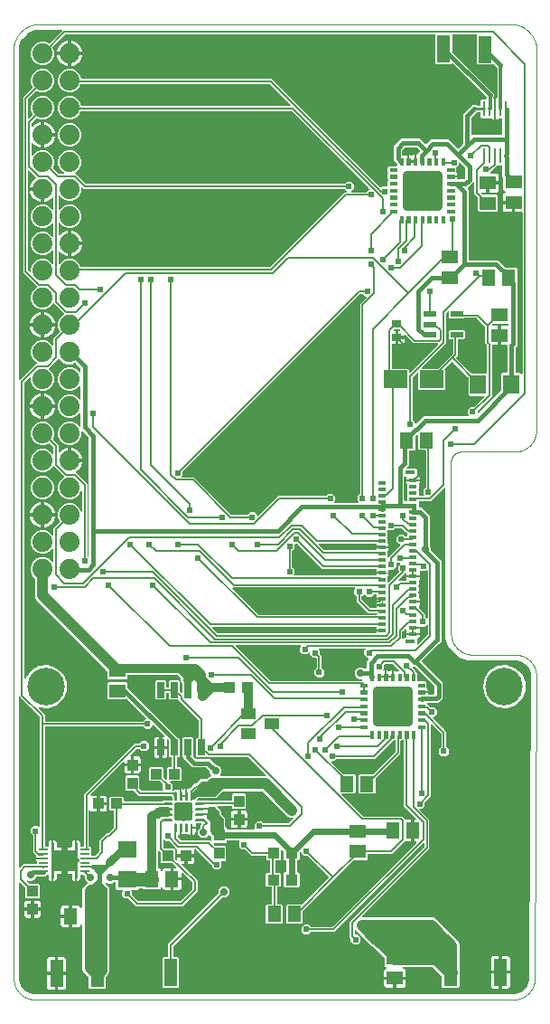
<source format=gtl>
G04 EAGLE Gerber RS-274X export*
G75*
%MOMM*%
%FSLAX34Y34*%
%LPD*%
%INTop Layer*%
%IPPOS*%
%AMOC8*
5,1,8,0,0,1.08239X$1,22.5*%
G01*
%ADD10C,0.001000*%
%ADD11R,0.900000X0.700000*%
%ADD12R,1.500000X1.300000*%
%ADD13R,0.650000X0.300000*%
%ADD14R,0.800000X0.300000*%
%ADD15R,0.950000X0.400000*%
%ADD16C,1.879600*%
%ADD17R,1.300000X1.500000*%
%ADD18R,1.170900X0.510000*%
%ADD19R,1.498600X1.803400*%
%ADD20R,2.184400X1.651000*%
%ADD21C,3.516000*%
%ADD22C,0.070000*%
%ADD23C,0.740000*%
%ADD24R,0.850000X0.200000*%
%ADD25R,1.950000X1.950000*%
%ADD26R,0.250000X1.000000*%
%ADD27R,1.800000X1.600000*%
%ADD28R,1.000000X1.100000*%
%ADD29R,0.280000X1.450000*%
%ADD30R,1.270000X2.540000*%
%ADD31R,1.100000X1.000000*%
%ADD32R,1.400000X1.000000*%
%ADD33R,0.650000X1.500000*%
%ADD34C,0.340000*%
%ADD35C,0.210000*%
%ADD36C,0.203200*%
%ADD37C,0.609600*%
%ADD38C,0.654800*%
%ADD39C,0.609600*%
%ADD40C,0.152400*%
%ADD41C,0.406400*%
%ADD42C,0.254000*%
%ADD43C,0.711200*%
%ADD44C,1.270000*%
%ADD45C,1.016000*%
%ADD46C,0.863600*%
%ADD47C,0.762000*%
%ADD48C,0.812800*%
%ADD49C,0.304800*%
%ADD50C,0.711200*%

G36*
X336124Y382220D02*
X336124Y382220D01*
X336215Y382228D01*
X336245Y382240D01*
X336277Y382245D01*
X336294Y382255D01*
X338505Y382226D01*
X338509Y382226D01*
X338515Y382226D01*
X468576Y382226D01*
X468598Y382229D01*
X468636Y382228D01*
X470843Y382401D01*
X470848Y382402D01*
X470853Y382402D01*
X471018Y382436D01*
X475217Y383795D01*
X475248Y383812D01*
X475283Y383820D01*
X475429Y383903D01*
X479005Y386490D01*
X479030Y386515D01*
X479060Y386534D01*
X479173Y386657D01*
X481778Y390220D01*
X481794Y390252D01*
X481817Y390279D01*
X481887Y390431D01*
X483268Y394623D01*
X483269Y394629D01*
X483271Y394634D01*
X483303Y394798D01*
X483488Y397004D01*
X483486Y397026D01*
X483490Y397063D01*
X483491Y397080D01*
X483491Y397081D01*
X484914Y679997D01*
X484911Y680020D01*
X484912Y680061D01*
X484738Y682274D01*
X484736Y682279D01*
X484737Y682285D01*
X484703Y682449D01*
X483334Y686661D01*
X483318Y686692D01*
X483309Y686727D01*
X483226Y686873D01*
X480624Y690455D01*
X480598Y690480D01*
X480579Y690511D01*
X480455Y690624D01*
X476873Y693226D01*
X476841Y693242D01*
X476813Y693265D01*
X476661Y693334D01*
X472449Y694703D01*
X472444Y694704D01*
X472439Y694706D01*
X472274Y694738D01*
X470060Y694912D01*
X470038Y694910D01*
X470000Y694914D01*
X426027Y694914D01*
X418469Y697370D01*
X412041Y702041D01*
X407370Y708469D01*
X404914Y716027D01*
X404914Y855455D01*
X404903Y855526D01*
X404901Y855597D01*
X404883Y855646D01*
X404875Y855698D01*
X404841Y855761D01*
X404816Y855828D01*
X404784Y855869D01*
X404759Y855915D01*
X404707Y855965D01*
X404663Y856021D01*
X404619Y856049D01*
X404581Y856085D01*
X404516Y856115D01*
X404456Y856154D01*
X404405Y856166D01*
X404358Y856188D01*
X404287Y856196D01*
X404217Y856214D01*
X404165Y856210D01*
X404114Y856215D01*
X404043Y856200D01*
X403972Y856194D01*
X403924Y856174D01*
X403873Y856163D01*
X403812Y856126D01*
X403746Y856098D01*
X403690Y856053D01*
X403662Y856037D01*
X403647Y856019D01*
X403615Y855993D01*
X391472Y843851D01*
X380736Y843851D01*
X380716Y843848D01*
X380697Y843850D01*
X380595Y843828D01*
X380493Y843811D01*
X380476Y843802D01*
X380456Y843797D01*
X380367Y843744D01*
X380276Y843696D01*
X380262Y843682D01*
X380245Y843671D01*
X380178Y843593D01*
X380106Y843518D01*
X380098Y843500D01*
X380085Y843484D01*
X380046Y843388D01*
X380005Y843298D01*
X380004Y843297D01*
X379992Y843281D01*
X379977Y843269D01*
X379948Y843225D01*
X379915Y843190D01*
X379895Y843146D01*
X379860Y843098D01*
X379854Y843079D01*
X379844Y843062D01*
X379829Y843004D01*
X379812Y842967D01*
X379807Y842925D01*
X379788Y842863D01*
X379788Y842843D01*
X379784Y842823D01*
X379789Y842758D01*
X379785Y842723D01*
X379792Y842687D01*
X379794Y842617D01*
X379801Y842598D01*
X379803Y842578D01*
X379830Y842514D01*
X379837Y842482D01*
X379854Y842454D01*
X379879Y842386D01*
X379891Y842370D01*
X379899Y842352D01*
X379961Y842274D01*
X379963Y842271D01*
X379965Y842269D01*
X380004Y842221D01*
X380483Y841742D01*
X380483Y838263D01*
X380486Y838244D01*
X380484Y838224D01*
X380506Y838123D01*
X380522Y838021D01*
X380532Y838003D01*
X380536Y837984D01*
X380589Y837895D01*
X380638Y837803D01*
X380652Y837790D01*
X380662Y837773D01*
X380741Y837705D01*
X380816Y837634D01*
X380834Y837626D01*
X380849Y837613D01*
X380945Y837574D01*
X381039Y837530D01*
X381059Y837528D01*
X381077Y837521D01*
X381244Y837502D01*
X382684Y837502D01*
X389827Y830359D01*
X389827Y802667D01*
X389842Y802577D01*
X389849Y802486D01*
X389862Y802456D01*
X389867Y802424D01*
X389910Y802343D01*
X389945Y802259D01*
X389971Y802227D01*
X389982Y802207D01*
X390005Y802184D01*
X390050Y802128D01*
X390500Y801678D01*
X391351Y799624D01*
X391351Y797400D01*
X391366Y797310D01*
X391373Y797219D01*
X391386Y797189D01*
X391391Y797157D01*
X391434Y797077D01*
X391469Y796993D01*
X391495Y796961D01*
X391506Y796940D01*
X391529Y796918D01*
X391574Y796862D01*
X400940Y787496D01*
X400940Y712691D01*
X398336Y710087D01*
X382746Y694498D01*
X382735Y694482D01*
X382719Y694469D01*
X382663Y694382D01*
X382603Y694298D01*
X382597Y694279D01*
X382586Y694263D01*
X382561Y694162D01*
X382531Y694063D01*
X382531Y694043D01*
X382526Y694024D01*
X382534Y693921D01*
X382537Y693817D01*
X382544Y693799D01*
X382545Y693779D01*
X382586Y693684D01*
X382621Y693586D01*
X382634Y693571D01*
X382642Y693552D01*
X382746Y693421D01*
X402464Y673704D01*
X402464Y659034D01*
X398178Y654748D01*
X387978Y654748D01*
X387958Y654745D01*
X387939Y654747D01*
X387837Y654725D01*
X387735Y654708D01*
X387718Y654699D01*
X387698Y654694D01*
X387609Y654641D01*
X387518Y654593D01*
X387504Y654579D01*
X387487Y654568D01*
X387420Y654490D01*
X387348Y654415D01*
X387340Y654397D01*
X387327Y654381D01*
X387288Y654285D01*
X387245Y654192D01*
X387243Y654172D01*
X387235Y654153D01*
X387217Y653987D01*
X387217Y653923D01*
X387220Y653903D01*
X387218Y653884D01*
X387240Y653782D01*
X387256Y653680D01*
X387266Y653663D01*
X387270Y653643D01*
X387323Y653554D01*
X387372Y653463D01*
X387386Y653449D01*
X387396Y653432D01*
X387475Y653365D01*
X387550Y653293D01*
X387568Y653285D01*
X387583Y653272D01*
X387679Y653233D01*
X387773Y653190D01*
X387793Y653188D01*
X387811Y653180D01*
X387978Y653162D01*
X388297Y653162D01*
X389860Y651599D01*
X390551Y650908D01*
X390625Y650855D01*
X390694Y650796D01*
X390724Y650783D01*
X390750Y650765D01*
X390837Y650738D01*
X390922Y650704D01*
X390963Y650699D01*
X390986Y650692D01*
X391018Y650693D01*
X391089Y650685D01*
X394007Y650685D01*
X396685Y648007D01*
X396685Y644218D01*
X394007Y641540D01*
X393819Y641540D01*
X393749Y641528D01*
X393677Y641526D01*
X393628Y641508D01*
X393577Y641500D01*
X393513Y641466D01*
X393446Y641442D01*
X393405Y641409D01*
X393359Y641385D01*
X393310Y641333D01*
X393254Y641288D01*
X393226Y641244D01*
X393190Y641207D01*
X393160Y641142D01*
X393121Y641081D01*
X393108Y641031D01*
X393086Y640984D01*
X393078Y640912D01*
X393061Y640843D01*
X393065Y640791D01*
X393059Y640739D01*
X393074Y640669D01*
X393080Y640598D01*
X393100Y640550D01*
X393111Y640499D01*
X393148Y640437D01*
X393176Y640371D01*
X393221Y640315D01*
X393238Y640288D01*
X393255Y640272D01*
X393281Y640240D01*
X403949Y629572D01*
X405512Y628010D01*
X405512Y614095D01*
X405526Y614005D01*
X405534Y613914D01*
X405546Y613885D01*
X405551Y613853D01*
X405594Y613772D01*
X405630Y613688D01*
X405656Y613656D01*
X405667Y613635D01*
X405690Y613613D01*
X405735Y613557D01*
X407798Y611494D01*
X407798Y607706D01*
X405119Y605027D01*
X401331Y605027D01*
X398652Y607706D01*
X398652Y611494D01*
X400715Y613557D01*
X400768Y613631D01*
X400828Y613701D01*
X400840Y613731D01*
X400859Y613757D01*
X400886Y613844D01*
X400920Y613929D01*
X400924Y613970D01*
X400931Y613992D01*
X400930Y614024D01*
X400938Y614095D01*
X400938Y625800D01*
X400931Y625843D01*
X400931Y625845D01*
X400929Y625857D01*
X400924Y625890D01*
X400916Y625981D01*
X400904Y626011D01*
X400899Y626043D01*
X400882Y626075D01*
X400879Y626086D01*
X400854Y626128D01*
X400820Y626207D01*
X400794Y626239D01*
X400783Y626260D01*
X400764Y626279D01*
X400753Y626297D01*
X400739Y626309D01*
X400715Y626338D01*
X392524Y634530D01*
X392466Y634572D01*
X392414Y634621D01*
X392366Y634643D01*
X392324Y634673D01*
X392256Y634694D01*
X392190Y634725D01*
X392139Y634730D01*
X392089Y634746D01*
X392017Y634744D01*
X391946Y634752D01*
X391895Y634741D01*
X391843Y634739D01*
X391776Y634715D01*
X391706Y634700D01*
X391661Y634673D01*
X391612Y634655D01*
X391556Y634610D01*
X391495Y634573D01*
X391461Y634534D01*
X391420Y634501D01*
X391381Y634441D01*
X391335Y634386D01*
X391315Y634338D01*
X391287Y634294D01*
X391270Y634225D01*
X391243Y634158D01*
X391235Y634087D01*
X391227Y634056D01*
X391229Y634032D01*
X391224Y633992D01*
X391224Y567378D01*
X385796Y561949D01*
X385743Y561875D01*
X385683Y561806D01*
X385671Y561776D01*
X385652Y561750D01*
X385625Y561663D01*
X385591Y561578D01*
X385587Y561537D01*
X385580Y561514D01*
X385581Y561482D01*
X385573Y561411D01*
X385573Y558493D01*
X382894Y555815D01*
X381119Y555815D01*
X381049Y555803D01*
X380977Y555801D01*
X380928Y555783D01*
X380877Y555775D01*
X380813Y555741D01*
X380746Y555717D01*
X380705Y555684D01*
X380659Y555660D01*
X380610Y555608D01*
X380554Y555563D01*
X380526Y555519D01*
X380490Y555482D01*
X380460Y555417D01*
X380421Y555356D01*
X380408Y555306D01*
X380386Y555259D01*
X380378Y555187D01*
X380361Y555118D01*
X380365Y555066D01*
X380359Y555014D01*
X380374Y554944D01*
X380380Y554873D01*
X380400Y554825D01*
X380411Y554774D01*
X380448Y554712D01*
X380476Y554646D01*
X380521Y554590D01*
X380538Y554563D01*
X380555Y554547D01*
X380581Y554515D01*
X388074Y547022D01*
X389637Y545460D01*
X389637Y518165D01*
X326670Y455198D01*
X326628Y455140D01*
X326578Y455088D01*
X326556Y455041D01*
X326526Y454999D01*
X326505Y454930D01*
X326475Y454865D01*
X326469Y454813D01*
X326454Y454763D01*
X326456Y454692D01*
X326448Y454621D01*
X326459Y454570D01*
X326460Y454518D01*
X326485Y454450D01*
X326500Y454380D01*
X326527Y454335D01*
X326545Y454287D01*
X326589Y454231D01*
X326626Y454169D01*
X326666Y454135D01*
X326698Y454095D01*
X326759Y454056D01*
X326813Y454009D01*
X326861Y453990D01*
X326905Y453962D01*
X326975Y453944D01*
X327041Y453917D01*
X327113Y453909D01*
X327144Y453901D01*
X327167Y453903D01*
X327208Y453899D01*
X393337Y453899D01*
X395951Y452816D01*
X403794Y444973D01*
X404095Y444246D01*
X404130Y444190D01*
X404155Y444130D01*
X404207Y444065D01*
X404225Y444037D01*
X404240Y444024D01*
X404260Y443999D01*
X415557Y432702D01*
X416974Y431285D01*
X418057Y428671D01*
X418057Y411081D01*
X417861Y410608D01*
X417846Y410544D01*
X417821Y410483D01*
X417812Y410400D01*
X417805Y410368D01*
X417806Y410349D01*
X417803Y410317D01*
X417803Y389248D01*
X416612Y388057D01*
X402228Y388057D01*
X401037Y389248D01*
X401037Y399002D01*
X401023Y399093D01*
X401015Y399183D01*
X401003Y399213D01*
X400998Y399245D01*
X400955Y399326D01*
X400919Y399410D01*
X400893Y399442D01*
X400882Y399463D01*
X400859Y399485D01*
X400814Y399541D01*
X392749Y407606D01*
X392675Y407659D01*
X392605Y407719D01*
X392575Y407731D01*
X392549Y407750D01*
X392462Y407777D01*
X392377Y407811D01*
X392336Y407815D01*
X392314Y407822D01*
X392282Y407821D01*
X392210Y407829D01*
X366221Y407829D01*
X366131Y407815D01*
X366040Y407807D01*
X366010Y407795D01*
X365979Y407790D01*
X365898Y407747D01*
X365814Y407711D01*
X365782Y407685D01*
X365770Y407679D01*
X365707Y407679D01*
X365683Y407675D01*
X365659Y407678D01*
X365562Y407656D01*
X365464Y407640D01*
X365443Y407628D01*
X365419Y407623D01*
X365334Y407571D01*
X365247Y407524D01*
X365230Y407507D01*
X365209Y407494D01*
X365146Y407418D01*
X365077Y407346D01*
X365067Y407324D01*
X365052Y407306D01*
X365016Y407213D01*
X364974Y407123D01*
X364971Y407099D01*
X364962Y407077D01*
X364958Y406977D01*
X364947Y406879D01*
X364952Y406855D01*
X364951Y406831D01*
X364978Y406735D01*
X364999Y406638D01*
X365011Y406617D01*
X365018Y406594D01*
X365074Y406512D01*
X365125Y406427D01*
X365143Y406411D01*
X365157Y406392D01*
X365236Y406332D01*
X365312Y406267D01*
X365334Y406258D01*
X365354Y406244D01*
X365510Y406183D01*
X365895Y406080D01*
X366474Y405745D01*
X366947Y405272D01*
X367282Y404693D01*
X367455Y404046D01*
X367455Y398735D01*
X358176Y398735D01*
X358156Y398732D01*
X358137Y398734D01*
X358035Y398712D01*
X357933Y398695D01*
X357916Y398686D01*
X357896Y398682D01*
X357807Y398629D01*
X357716Y398580D01*
X357702Y398566D01*
X357685Y398556D01*
X357618Y398477D01*
X357547Y398402D01*
X357538Y398384D01*
X357525Y398369D01*
X357486Y398273D01*
X357443Y398179D01*
X357441Y398159D01*
X357433Y398141D01*
X357415Y397974D01*
X357415Y397211D01*
X357413Y397211D01*
X357413Y397974D01*
X357410Y397994D01*
X357412Y398013D01*
X357390Y398115D01*
X357373Y398217D01*
X357364Y398234D01*
X357360Y398254D01*
X357307Y398343D01*
X357258Y398434D01*
X357244Y398448D01*
X357234Y398465D01*
X357155Y398532D01*
X357080Y398603D01*
X357062Y398612D01*
X357047Y398625D01*
X356951Y398664D01*
X356857Y398707D01*
X356837Y398709D01*
X356819Y398717D01*
X356652Y398735D01*
X347373Y398735D01*
X347373Y404046D01*
X347546Y404693D01*
X347881Y405272D01*
X348354Y405745D01*
X348933Y406080D01*
X349318Y406183D01*
X349340Y406193D01*
X349364Y406197D01*
X349452Y406243D01*
X349542Y406284D01*
X349560Y406300D01*
X349581Y406312D01*
X349650Y406383D01*
X349723Y406451D01*
X349734Y406472D01*
X349751Y406490D01*
X349793Y406580D01*
X349840Y406667D01*
X349844Y406691D01*
X349854Y406713D01*
X349865Y406812D01*
X349882Y406910D01*
X349879Y406934D01*
X349881Y406957D01*
X349860Y407054D01*
X349845Y407153D01*
X349834Y407174D01*
X349829Y407198D01*
X349778Y407283D01*
X349733Y407372D01*
X349715Y407388D01*
X349703Y407409D01*
X349627Y407474D01*
X349556Y407543D01*
X349534Y407553D01*
X349516Y407569D01*
X349424Y407606D01*
X349334Y407649D01*
X349310Y407652D01*
X349288Y407661D01*
X349121Y407679D01*
X349072Y407679D01*
X347881Y408870D01*
X347881Y415371D01*
X347867Y415461D01*
X347859Y415552D01*
X347847Y415581D01*
X347842Y415613D01*
X347799Y415694D01*
X347763Y415778D01*
X347737Y415810D01*
X347726Y415831D01*
X347703Y415853D01*
X347658Y415909D01*
X345299Y418268D01*
X343084Y420483D01*
X336600Y426967D01*
X336547Y427005D01*
X336500Y427051D01*
X336427Y427091D01*
X336400Y427110D01*
X336382Y427116D01*
X336353Y427132D01*
X335725Y427392D01*
X333617Y429500D01*
X322468Y440649D01*
X321086Y442031D01*
X321028Y442073D01*
X320976Y442122D01*
X320929Y442144D01*
X320887Y442174D01*
X320818Y442195D01*
X320753Y442226D01*
X320701Y442231D01*
X320651Y442247D01*
X320580Y442245D01*
X320509Y442253D01*
X320458Y442242D01*
X320406Y442240D01*
X320338Y442216D01*
X320268Y442201D01*
X320223Y442174D01*
X320175Y442156D01*
X320119Y442111D01*
X320057Y442074D01*
X320023Y442035D01*
X319983Y442002D01*
X319944Y441942D01*
X319897Y441887D01*
X319878Y441839D01*
X319850Y441795D01*
X319832Y441726D01*
X319805Y441659D01*
X319797Y441588D01*
X319789Y441557D01*
X319791Y441533D01*
X319787Y441493D01*
X319787Y438721D01*
X319790Y438702D01*
X319788Y438682D01*
X319810Y438581D01*
X319826Y438479D01*
X319836Y438461D01*
X319840Y438442D01*
X319893Y438353D01*
X319942Y438261D01*
X319956Y438248D01*
X319966Y438231D01*
X320045Y438163D01*
X320120Y438092D01*
X320138Y438084D01*
X320153Y438071D01*
X320249Y438032D01*
X320343Y437988D01*
X320363Y437986D01*
X320381Y437979D01*
X320548Y437960D01*
X322569Y437960D01*
X325248Y435282D01*
X325248Y431493D01*
X322569Y428815D01*
X318781Y428815D01*
X316102Y431493D01*
X316102Y434411D01*
X316088Y434501D01*
X316080Y434592D01*
X316068Y434622D01*
X316063Y434654D01*
X316020Y434734D01*
X315984Y434818D01*
X315958Y434850D01*
X315947Y434871D01*
X315924Y434893D01*
X315879Y434949D01*
X315213Y435615D01*
X315213Y450210D01*
X384840Y519837D01*
X384893Y519911D01*
X384953Y519980D01*
X384965Y520010D01*
X384984Y520036D01*
X385011Y520123D01*
X385045Y520208D01*
X385049Y520249D01*
X385056Y520272D01*
X385055Y520304D01*
X385063Y520375D01*
X385063Y522867D01*
X385052Y522937D01*
X385050Y523009D01*
X385032Y523058D01*
X385024Y523109D01*
X384990Y523173D01*
X384965Y523240D01*
X384933Y523281D01*
X384908Y523327D01*
X384856Y523376D01*
X384812Y523432D01*
X384768Y523460D01*
X384730Y523496D01*
X384665Y523526D01*
X384605Y523565D01*
X384554Y523578D01*
X384507Y523600D01*
X384436Y523608D01*
X384366Y523625D01*
X384314Y523621D01*
X384263Y523627D01*
X384192Y523612D01*
X384121Y523606D01*
X384073Y523586D01*
X384022Y523575D01*
X383961Y523538D01*
X383895Y523510D01*
X383839Y523465D01*
X383811Y523448D01*
X383796Y523431D01*
X383764Y523405D01*
X302547Y442188D01*
X300985Y440626D01*
X279133Y440626D01*
X279043Y440611D01*
X278952Y440604D01*
X278922Y440591D01*
X278890Y440586D01*
X278809Y440543D01*
X278726Y440508D01*
X278693Y440482D01*
X278673Y440471D01*
X278651Y440448D01*
X278595Y440403D01*
X276532Y438340D01*
X272743Y438340D01*
X270065Y441018D01*
X270065Y444807D01*
X272743Y447485D01*
X276532Y447485D01*
X278595Y445422D01*
X278669Y445369D01*
X278738Y445310D01*
X278768Y445297D01*
X278794Y445279D01*
X278881Y445252D01*
X278966Y445218D01*
X279007Y445213D01*
X279029Y445206D01*
X279062Y445207D01*
X279133Y445199D01*
X298775Y445199D01*
X298865Y445214D01*
X298956Y445221D01*
X298986Y445234D01*
X299018Y445239D01*
X299098Y445282D01*
X299182Y445317D01*
X299214Y445343D01*
X299235Y445354D01*
X299257Y445377D01*
X299313Y445422D01*
X377803Y523912D01*
X377845Y523970D01*
X377894Y524022D01*
X377916Y524069D01*
X377946Y524111D01*
X377967Y524180D01*
X377998Y524245D01*
X378003Y524297D01*
X378019Y524347D01*
X378017Y524418D01*
X378025Y524489D01*
X378014Y524540D01*
X378012Y524592D01*
X377988Y524660D01*
X377973Y524730D01*
X377946Y524774D01*
X377928Y524823D01*
X377883Y524879D01*
X377846Y524941D01*
X377807Y524975D01*
X377774Y525015D01*
X377714Y525054D01*
X377659Y525101D01*
X377611Y525120D01*
X377567Y525148D01*
X377498Y525166D01*
X377431Y525193D01*
X377360Y525201D01*
X377329Y525209D01*
X377305Y525207D01*
X377265Y525211D01*
X375783Y525211D01*
X375783Y534490D01*
X375780Y534510D01*
X375782Y534529D01*
X375760Y534631D01*
X375743Y534733D01*
X375734Y534750D01*
X375730Y534770D01*
X375677Y534859D01*
X375628Y534950D01*
X375614Y534964D01*
X375604Y534981D01*
X375525Y535048D01*
X375450Y535119D01*
X375432Y535128D01*
X375417Y535141D01*
X375321Y535180D01*
X375227Y535223D01*
X375207Y535225D01*
X375189Y535233D01*
X375022Y535251D01*
X373498Y535251D01*
X373478Y535248D01*
X373459Y535250D01*
X373357Y535228D01*
X373255Y535211D01*
X373238Y535202D01*
X373218Y535198D01*
X373129Y535145D01*
X373038Y535096D01*
X373024Y535082D01*
X373007Y535072D01*
X372940Y534993D01*
X372869Y534918D01*
X372860Y534900D01*
X372847Y534885D01*
X372808Y534789D01*
X372765Y534695D01*
X372763Y534675D01*
X372755Y534657D01*
X372737Y534490D01*
X372737Y525211D01*
X367426Y525211D01*
X367136Y525289D01*
X367069Y525296D01*
X367003Y525312D01*
X366947Y525308D01*
X366891Y525313D01*
X366825Y525298D01*
X366758Y525293D01*
X366706Y525271D01*
X366652Y525258D01*
X366594Y525223D01*
X366532Y525197D01*
X366470Y525147D01*
X366442Y525130D01*
X366428Y525114D01*
X366401Y525092D01*
X354960Y513651D01*
X332316Y513651D01*
X332296Y513648D01*
X332277Y513650D01*
X332175Y513628D01*
X332073Y513611D01*
X332056Y513602D01*
X332036Y513597D01*
X331947Y513544D01*
X331856Y513496D01*
X331842Y513482D01*
X331825Y513471D01*
X331758Y513393D01*
X331686Y513318D01*
X331678Y513300D01*
X331665Y513284D01*
X331626Y513188D01*
X331583Y513095D01*
X331581Y513075D01*
X331573Y513056D01*
X331555Y512890D01*
X331555Y508568D01*
X330662Y507675D01*
X319137Y507675D01*
X319047Y507661D01*
X318956Y507653D01*
X318926Y507641D01*
X318894Y507636D01*
X318814Y507593D01*
X318730Y507557D01*
X318698Y507531D01*
X318677Y507520D01*
X318655Y507497D01*
X318599Y507452D01*
X302547Y491401D01*
X300762Y489615D01*
X271468Y460321D01*
X271415Y460247D01*
X271355Y460178D01*
X271343Y460148D01*
X271324Y460122D01*
X271297Y460035D01*
X271263Y459950D01*
X271259Y459909D01*
X271252Y459886D01*
X271253Y459854D01*
X271245Y459783D01*
X271245Y449208D01*
X270352Y448315D01*
X256088Y448315D01*
X255195Y449208D01*
X255195Y465472D01*
X256088Y466365D01*
X270518Y466365D01*
X270594Y466341D01*
X270614Y466342D01*
X270633Y466337D01*
X270736Y466345D01*
X270840Y466348D01*
X270859Y466354D01*
X270878Y466356D01*
X270973Y466396D01*
X271071Y466432D01*
X271087Y466445D01*
X271105Y466452D01*
X271236Y466557D01*
X295472Y490793D01*
X295483Y490809D01*
X295499Y490822D01*
X295555Y490909D01*
X295615Y490993D01*
X295621Y491012D01*
X295632Y491028D01*
X295657Y491129D01*
X295687Y491228D01*
X295687Y491248D01*
X295692Y491267D01*
X295684Y491370D01*
X295681Y491474D01*
X295674Y491492D01*
X295673Y491512D01*
X295632Y491607D01*
X295597Y491705D01*
X295584Y491720D01*
X295576Y491739D01*
X295472Y491870D01*
X276199Y511142D01*
X276125Y511195D01*
X276056Y511254D01*
X276026Y511267D01*
X276000Y511285D01*
X275913Y511312D01*
X275828Y511346D01*
X275787Y511351D01*
X275764Y511358D01*
X275732Y511357D01*
X275661Y511365D01*
X272743Y511365D01*
X270065Y514043D01*
X270065Y514647D01*
X270053Y514717D01*
X270051Y514789D01*
X270033Y514838D01*
X270025Y514889D01*
X269992Y514953D01*
X269967Y515020D01*
X269934Y515061D01*
X269910Y515107D01*
X269858Y515156D01*
X269813Y515212D01*
X269769Y515240D01*
X269732Y515276D01*
X269667Y515306D01*
X269606Y515345D01*
X269556Y515358D01*
X269509Y515380D01*
X269437Y515388D01*
X269368Y515405D01*
X269316Y515401D01*
X269264Y515407D01*
X269194Y515392D01*
X269122Y515386D01*
X269075Y515366D01*
X269024Y515355D01*
X268962Y515318D01*
X268896Y515290D01*
X268840Y515245D01*
X268813Y515229D01*
X268797Y515211D01*
X268765Y515185D01*
X268421Y514840D01*
X268368Y514766D01*
X268308Y514697D01*
X268296Y514667D01*
X268277Y514641D01*
X268250Y514554D01*
X268216Y514469D01*
X268212Y514428D01*
X268205Y514406D01*
X268206Y514373D01*
X268198Y514302D01*
X268198Y508428D01*
X267007Y507237D01*
X266507Y507237D01*
X266487Y507234D01*
X266468Y507236D01*
X266366Y507214D01*
X266264Y507198D01*
X266247Y507188D01*
X266227Y507184D01*
X266138Y507131D01*
X266047Y507082D01*
X266033Y507068D01*
X266016Y507058D01*
X265949Y506979D01*
X265877Y506904D01*
X265869Y506886D01*
X265856Y506871D01*
X265817Y506775D01*
X265774Y506681D01*
X265772Y506661D01*
X265764Y506643D01*
X265746Y506476D01*
X265746Y497054D01*
X265749Y497034D01*
X265747Y497015D01*
X265769Y496913D01*
X265785Y496811D01*
X265795Y496794D01*
X265799Y496774D01*
X265852Y496685D01*
X265901Y496594D01*
X265915Y496580D01*
X265925Y496563D01*
X266004Y496496D01*
X266079Y496424D01*
X266097Y496416D01*
X266112Y496403D01*
X266208Y496364D01*
X266302Y496321D01*
X266322Y496319D01*
X266340Y496311D01*
X266507Y496293D01*
X266847Y496293D01*
X268038Y495102D01*
X268038Y483418D01*
X266847Y482227D01*
X254163Y482227D01*
X252972Y483418D01*
X252972Y495102D01*
X254163Y496293D01*
X254823Y496293D01*
X254843Y496296D01*
X254862Y496294D01*
X254964Y496316D01*
X255066Y496332D01*
X255083Y496342D01*
X255103Y496346D01*
X255192Y496399D01*
X255283Y496448D01*
X255297Y496462D01*
X255314Y496472D01*
X255381Y496551D01*
X255453Y496626D01*
X255461Y496644D01*
X255474Y496659D01*
X255513Y496755D01*
X255556Y496849D01*
X255558Y496869D01*
X255566Y496887D01*
X255584Y497054D01*
X255584Y506476D01*
X255581Y506496D01*
X255583Y506515D01*
X255561Y506617D01*
X255545Y506719D01*
X255535Y506736D01*
X255531Y506756D01*
X255478Y506845D01*
X255429Y506936D01*
X255415Y506950D01*
X255405Y506967D01*
X255326Y507034D01*
X255251Y507106D01*
X255233Y507114D01*
X255218Y507127D01*
X255122Y507166D01*
X255028Y507209D01*
X255008Y507211D01*
X254990Y507219D01*
X254823Y507237D01*
X254323Y507237D01*
X253132Y508428D01*
X253132Y514986D01*
X253118Y515076D01*
X253110Y515167D01*
X253098Y515197D01*
X253093Y515229D01*
X253050Y515310D01*
X253014Y515394D01*
X252988Y515426D01*
X252977Y515446D01*
X252954Y515469D01*
X252909Y515525D01*
X251989Y516445D01*
X251931Y516487D01*
X251879Y516536D01*
X251832Y516558D01*
X251790Y516588D01*
X251721Y516609D01*
X251656Y516640D01*
X251604Y516645D01*
X251554Y516661D01*
X251483Y516659D01*
X251412Y516667D01*
X251361Y516656D01*
X251309Y516654D01*
X251241Y516630D01*
X251171Y516614D01*
X251126Y516588D01*
X251078Y516570D01*
X251022Y516525D01*
X250960Y516488D01*
X250926Y516449D01*
X250886Y516416D01*
X250847Y516356D01*
X250800Y516301D01*
X250781Y516253D01*
X250753Y516209D01*
X250735Y516140D01*
X250708Y516073D01*
X250700Y516002D01*
X250692Y515971D01*
X250694Y515947D01*
X250690Y515906D01*
X250690Y508638D01*
X249797Y507745D01*
X245935Y507745D01*
X245916Y507742D01*
X245896Y507744D01*
X245795Y507722D01*
X245693Y507706D01*
X245675Y507696D01*
X245656Y507692D01*
X245567Y507639D01*
X245475Y507590D01*
X245462Y507576D01*
X245445Y507566D01*
X245377Y507487D01*
X245306Y507412D01*
X245298Y507394D01*
X245285Y507379D01*
X245246Y507283D01*
X245202Y507189D01*
X245200Y507169D01*
X245193Y507151D01*
X245174Y506984D01*
X245174Y496546D01*
X245177Y496526D01*
X245175Y496507D01*
X245197Y496405D01*
X245214Y496303D01*
X245223Y496286D01*
X245228Y496266D01*
X245281Y496177D01*
X245329Y496086D01*
X245343Y496072D01*
X245354Y496055D01*
X245432Y495988D01*
X245507Y495916D01*
X245525Y495908D01*
X245541Y495895D01*
X245637Y495856D01*
X245730Y495813D01*
X245750Y495811D01*
X245769Y495803D01*
X245935Y495785D01*
X249637Y495785D01*
X250530Y494892D01*
X250530Y483628D01*
X249637Y482735D01*
X247523Y482735D01*
X247503Y482732D01*
X247484Y482734D01*
X247382Y482712D01*
X247280Y482696D01*
X247263Y482686D01*
X247243Y482682D01*
X247154Y482629D01*
X247063Y482580D01*
X247049Y482566D01*
X247032Y482556D01*
X246965Y482477D01*
X246893Y482402D01*
X246885Y482384D01*
X246872Y482369D01*
X246833Y482273D01*
X246790Y482179D01*
X246788Y482159D01*
X246780Y482141D01*
X246762Y481974D01*
X246762Y467126D01*
X246765Y467106D01*
X246763Y467087D01*
X246785Y466985D01*
X246801Y466883D01*
X246811Y466866D01*
X246815Y466846D01*
X246868Y466757D01*
X246917Y466666D01*
X246931Y466652D01*
X246941Y466635D01*
X247020Y466568D01*
X247095Y466496D01*
X247113Y466488D01*
X247128Y466475D01*
X247224Y466436D01*
X247318Y466393D01*
X247338Y466391D01*
X247356Y466383D01*
X247523Y466365D01*
X251352Y466365D01*
X252245Y465472D01*
X252245Y449208D01*
X251352Y448315D01*
X237088Y448315D01*
X236195Y449208D01*
X236195Y465472D01*
X237088Y466365D01*
X241427Y466365D01*
X241447Y466368D01*
X241466Y466366D01*
X241568Y466388D01*
X241670Y466404D01*
X241687Y466414D01*
X241707Y466418D01*
X241796Y466471D01*
X241887Y466520D01*
X241901Y466534D01*
X241918Y466544D01*
X241985Y466623D01*
X242057Y466698D01*
X242065Y466716D01*
X242078Y466731D01*
X242117Y466827D01*
X242160Y466921D01*
X242162Y466941D01*
X242170Y466959D01*
X242188Y467126D01*
X242188Y481974D01*
X242185Y481994D01*
X242187Y482013D01*
X242165Y482115D01*
X242149Y482217D01*
X242139Y482234D01*
X242135Y482254D01*
X242082Y482343D01*
X242033Y482434D01*
X242019Y482448D01*
X242009Y482465D01*
X241930Y482532D01*
X241855Y482604D01*
X241837Y482612D01*
X241822Y482625D01*
X241726Y482664D01*
X241632Y482707D01*
X241612Y482709D01*
X241594Y482717D01*
X241427Y482735D01*
X237373Y482735D01*
X236480Y483628D01*
X236480Y494892D01*
X237373Y495785D01*
X239840Y495785D01*
X239859Y495788D01*
X239879Y495786D01*
X239980Y495808D01*
X240082Y495824D01*
X240100Y495834D01*
X240119Y495838D01*
X240208Y495891D01*
X240300Y495940D01*
X240313Y495954D01*
X240330Y495964D01*
X240398Y496043D01*
X240469Y496118D01*
X240477Y496136D01*
X240490Y496151D01*
X240529Y496247D01*
X240573Y496341D01*
X240575Y496361D01*
X240582Y496379D01*
X240601Y496546D01*
X240601Y506984D01*
X240598Y507004D01*
X240600Y507023D01*
X240578Y507125D01*
X240561Y507227D01*
X240552Y507244D01*
X240547Y507264D01*
X240494Y507353D01*
X240446Y507444D01*
X240432Y507458D01*
X240421Y507475D01*
X240343Y507542D01*
X240268Y507614D01*
X240250Y507622D01*
X240234Y507635D01*
X240138Y507674D01*
X240045Y507717D01*
X240025Y507719D01*
X240006Y507727D01*
X239840Y507745D01*
X237533Y507745D01*
X236640Y508638D01*
X236640Y511302D01*
X236637Y511322D01*
X236639Y511341D01*
X236617Y511443D01*
X236601Y511545D01*
X236591Y511562D01*
X236587Y511582D01*
X236534Y511671D01*
X236485Y511762D01*
X236471Y511776D01*
X236461Y511793D01*
X236382Y511860D01*
X236307Y511932D01*
X236289Y511940D01*
X236274Y511953D01*
X236178Y511992D01*
X236084Y512035D01*
X236064Y512037D01*
X236046Y512045D01*
X235879Y512063D01*
X222890Y512063D01*
X217462Y517492D01*
X217388Y517545D01*
X217318Y517604D01*
X217288Y517616D01*
X217262Y517635D01*
X217175Y517662D01*
X217090Y517696D01*
X217049Y517701D01*
X217027Y517708D01*
X216995Y517707D01*
X216924Y517715D01*
X214006Y517715D01*
X211327Y520393D01*
X211327Y524182D01*
X211715Y524570D01*
X211757Y524628D01*
X211807Y524680D01*
X211829Y524727D01*
X211859Y524769D01*
X211880Y524838D01*
X211910Y524903D01*
X211916Y524955D01*
X211931Y525005D01*
X211929Y525076D01*
X211937Y525147D01*
X211926Y525198D01*
X211925Y525250D01*
X211900Y525318D01*
X211885Y525388D01*
X211858Y525433D01*
X211841Y525481D01*
X211796Y525537D01*
X211759Y525599D01*
X211719Y525633D01*
X211687Y525673D01*
X211627Y525712D01*
X211572Y525759D01*
X211524Y525778D01*
X211480Y525806D01*
X211410Y525824D01*
X211344Y525851D01*
X211273Y525859D01*
X211241Y525867D01*
X211218Y525865D01*
X211177Y525869D01*
X200504Y525869D01*
X200484Y525866D01*
X200465Y525868D01*
X200363Y525846D01*
X200261Y525830D01*
X200244Y525820D01*
X200224Y525816D01*
X200135Y525763D01*
X200044Y525714D01*
X200030Y525700D01*
X200013Y525690D01*
X199946Y525611D01*
X199874Y525536D01*
X199866Y525518D01*
X199853Y525503D01*
X199814Y525407D01*
X199771Y525313D01*
X199769Y525293D01*
X199761Y525275D01*
X199743Y525108D01*
X199743Y524608D01*
X198552Y523417D01*
X188674Y523417D01*
X188603Y523406D01*
X188531Y523404D01*
X188482Y523386D01*
X188431Y523378D01*
X188368Y523344D01*
X188300Y523319D01*
X188260Y523287D01*
X188214Y523262D01*
X188164Y523210D01*
X188108Y523166D01*
X188080Y523122D01*
X188044Y523084D01*
X188014Y523019D01*
X187975Y522959D01*
X187962Y522908D01*
X187941Y522861D01*
X187933Y522790D01*
X187915Y522720D01*
X187919Y522668D01*
X187913Y522617D01*
X187929Y522546D01*
X187934Y522475D01*
X187955Y522427D01*
X187966Y522376D01*
X188003Y522315D01*
X188031Y522249D01*
X188075Y522193D01*
X188092Y522165D01*
X188110Y522150D01*
X188135Y522118D01*
X189055Y521198D01*
X189129Y521145D01*
X189199Y521085D01*
X189229Y521073D01*
X189255Y521054D01*
X189342Y521027D01*
X189427Y520993D01*
X189468Y520989D01*
X189490Y520982D01*
X189522Y520983D01*
X189594Y520975D01*
X198342Y520975D01*
X199235Y520082D01*
X199235Y507818D01*
X198342Y506925D01*
X195117Y506925D01*
X195046Y506914D01*
X194974Y506912D01*
X194925Y506894D01*
X194874Y506886D01*
X194811Y506852D01*
X194743Y506827D01*
X194703Y506795D01*
X194657Y506770D01*
X194607Y506718D01*
X194551Y506674D01*
X194523Y506630D01*
X194487Y506592D01*
X194457Y506527D01*
X194418Y506467D01*
X194406Y506416D01*
X194384Y506369D01*
X194376Y506298D01*
X194358Y506228D01*
X194362Y506176D01*
X194357Y506125D01*
X194372Y506054D01*
X194377Y505983D01*
X194398Y505935D01*
X194409Y505884D01*
X194446Y505823D01*
X194474Y505757D01*
X194519Y505701D01*
X194535Y505673D01*
X194553Y505658D01*
X194579Y505626D01*
X195073Y505132D01*
X195073Y501343D01*
X192394Y498665D01*
X188606Y498665D01*
X185927Y501343D01*
X185927Y502674D01*
X185913Y502764D01*
X185905Y502855D01*
X185893Y502884D01*
X185888Y502916D01*
X185845Y502997D01*
X185809Y503081D01*
X185783Y503113D01*
X185772Y503134D01*
X185749Y503156D01*
X185704Y503212D01*
X170916Y518000D01*
X170842Y518053D01*
X170773Y518112D01*
X170743Y518125D01*
X170717Y518143D01*
X170630Y518170D01*
X170545Y518204D01*
X170504Y518209D01*
X170481Y518216D01*
X170449Y518215D01*
X170378Y518223D01*
X170306Y518223D01*
X170189Y518204D01*
X170071Y518186D01*
X170067Y518184D01*
X170063Y518183D01*
X169959Y518128D01*
X169852Y518073D01*
X169849Y518070D01*
X169846Y518068D01*
X169764Y517982D01*
X169681Y517896D01*
X169679Y517893D01*
X169676Y517890D01*
X169626Y517782D01*
X169575Y517674D01*
X169574Y517670D01*
X169573Y517667D01*
X169559Y517548D01*
X169545Y517430D01*
X169546Y517425D01*
X169545Y517422D01*
X169548Y517409D01*
X169570Y517264D01*
X169591Y517189D01*
X169591Y513377D01*
X162312Y513377D01*
X162292Y513374D01*
X162273Y513376D01*
X162171Y513354D01*
X162069Y513337D01*
X162052Y513328D01*
X162032Y513324D01*
X161943Y513271D01*
X161852Y513222D01*
X161838Y513208D01*
X161821Y513198D01*
X161754Y513119D01*
X161683Y513044D01*
X161674Y513026D01*
X161661Y513011D01*
X161622Y512915D01*
X161579Y512821D01*
X161577Y512801D01*
X161569Y512783D01*
X161551Y512616D01*
X161551Y511853D01*
X161549Y511853D01*
X161549Y512616D01*
X161546Y512636D01*
X161548Y512655D01*
X161526Y512757D01*
X161509Y512859D01*
X161500Y512876D01*
X161496Y512896D01*
X161443Y512985D01*
X161394Y513076D01*
X161380Y513090D01*
X161370Y513107D01*
X161291Y513174D01*
X161216Y513245D01*
X161198Y513254D01*
X161183Y513267D01*
X161087Y513306D01*
X160993Y513349D01*
X160973Y513351D01*
X160955Y513359D01*
X160788Y513377D01*
X153509Y513377D01*
X153509Y517188D01*
X153555Y517360D01*
X153562Y517427D01*
X153578Y517493D01*
X153574Y517549D01*
X153580Y517605D01*
X153565Y517671D01*
X153559Y517738D01*
X153537Y517790D01*
X153525Y517844D01*
X153490Y517902D01*
X153463Y517964D01*
X153414Y518026D01*
X153396Y518054D01*
X153380Y518068D01*
X153358Y518095D01*
X151668Y519785D01*
X146024Y525429D01*
X145950Y525482D01*
X145881Y525542D01*
X145851Y525554D01*
X145825Y525573D01*
X145738Y525600D01*
X145653Y525634D01*
X145612Y525638D01*
X145589Y525645D01*
X145557Y525644D01*
X145486Y525652D01*
X142568Y525652D01*
X141508Y526712D01*
X141450Y526754D01*
X141398Y526804D01*
X141351Y526826D01*
X141309Y526856D01*
X141240Y526877D01*
X141175Y526907D01*
X141123Y526913D01*
X141073Y526928D01*
X141002Y526926D01*
X140931Y526934D01*
X140880Y526923D01*
X140828Y526922D01*
X140760Y526897D01*
X140690Y526882D01*
X140645Y526855D01*
X140597Y526838D01*
X140541Y526793D01*
X140479Y526756D01*
X140445Y526716D01*
X140405Y526684D01*
X140366Y526624D01*
X140319Y526569D01*
X140300Y526521D01*
X140272Y526477D01*
X140254Y526407D01*
X140227Y526341D01*
X140219Y526270D01*
X140211Y526238D01*
X140213Y526215D01*
X140209Y526174D01*
X140209Y520104D01*
X140223Y520014D01*
X140231Y519923D01*
X140243Y519893D01*
X140248Y519861D01*
X140291Y519780D01*
X140327Y519696D01*
X140353Y519664D01*
X140364Y519644D01*
X140387Y519621D01*
X140432Y519565D01*
X141395Y518602D01*
X141470Y518548D01*
X141539Y518489D01*
X141569Y518477D01*
X141595Y518458D01*
X141682Y518431D01*
X141767Y518397D01*
X141808Y518393D01*
X141830Y518386D01*
X141862Y518387D01*
X141934Y518379D01*
X150682Y518379D01*
X151575Y517486D01*
X151575Y508842D01*
X151592Y508737D01*
X151605Y508630D01*
X151612Y508615D01*
X151614Y508599D01*
X151665Y508505D01*
X151711Y508408D01*
X151724Y508393D01*
X151730Y508382D01*
X151752Y508361D01*
X151821Y508281D01*
X152233Y507903D01*
X152280Y507873D01*
X152320Y507834D01*
X152382Y507805D01*
X152439Y507768D01*
X152493Y507754D01*
X152543Y507731D01*
X152611Y507723D01*
X152677Y507706D01*
X152732Y507710D01*
X152787Y507703D01*
X152854Y507718D01*
X152922Y507723D01*
X152973Y507744D01*
X153028Y507756D01*
X153086Y507791D01*
X153149Y507817D01*
X153191Y507853D01*
X153239Y507882D01*
X153283Y507934D01*
X153335Y507979D01*
X153363Y508027D01*
X153399Y508069D01*
X153424Y508132D01*
X153459Y508191D01*
X153470Y508245D01*
X153491Y508297D01*
X153502Y508402D01*
X153509Y508432D01*
X153507Y508444D01*
X153509Y508464D01*
X153509Y510331D01*
X160027Y510331D01*
X160027Y504313D01*
X158096Y504313D01*
X158010Y504299D01*
X157922Y504293D01*
X157889Y504279D01*
X157854Y504274D01*
X157776Y504232D01*
X157695Y504199D01*
X157668Y504175D01*
X157636Y504158D01*
X157576Y504095D01*
X157510Y504037D01*
X157492Y504006D01*
X157467Y503980D01*
X157430Y503901D01*
X157386Y503825D01*
X157378Y503790D01*
X157363Y503757D01*
X157354Y503670D01*
X157336Y503584D01*
X157340Y503548D01*
X157336Y503513D01*
X157355Y503427D01*
X157365Y503340D01*
X157381Y503307D01*
X157389Y503272D01*
X157434Y503197D01*
X157471Y503118D01*
X157502Y503083D01*
X157515Y503061D01*
X157538Y503041D01*
X157582Y502991D01*
X170852Y490804D01*
X170915Y490763D01*
X170972Y490714D01*
X171017Y490696D01*
X171058Y490669D01*
X171063Y490668D01*
X171751Y489980D01*
X171761Y489972D01*
X171775Y489957D01*
X172467Y489322D01*
X172467Y488382D01*
X172469Y488369D01*
X172467Y488349D01*
X172510Y487357D01*
X172485Y487297D01*
X172478Y487231D01*
X172470Y487201D01*
X172472Y487176D01*
X172467Y487130D01*
X172467Y478859D01*
X158173Y464565D01*
X114813Y464565D01*
X107924Y471454D01*
X107850Y471507D01*
X107781Y471567D01*
X107751Y471579D01*
X107725Y471598D01*
X107638Y471625D01*
X107553Y471659D01*
X107512Y471663D01*
X107489Y471670D01*
X107457Y471669D01*
X107386Y471677D01*
X104468Y471677D01*
X101790Y474356D01*
X101790Y478144D01*
X102287Y478642D01*
X102329Y478700D01*
X102379Y478752D01*
X102401Y478799D01*
X102431Y478841D01*
X102452Y478910D01*
X102482Y478975D01*
X102488Y479027D01*
X102503Y479077D01*
X102501Y479148D01*
X102509Y479219D01*
X102498Y479270D01*
X102497Y479322D01*
X102472Y479390D01*
X102457Y479460D01*
X102430Y479505D01*
X102413Y479553D01*
X102368Y479609D01*
X102331Y479671D01*
X102291Y479705D01*
X102259Y479745D01*
X102199Y479784D01*
X102144Y479831D01*
X102096Y479850D01*
X102052Y479878D01*
X101982Y479896D01*
X101916Y479923D01*
X101845Y479931D01*
X101813Y479939D01*
X101790Y479937D01*
X101749Y479941D01*
X96838Y479941D01*
X95647Y481132D01*
X95647Y486672D01*
X95644Y486692D01*
X95646Y486711D01*
X95624Y486813D01*
X95608Y486915D01*
X95598Y486932D01*
X95594Y486952D01*
X95541Y487041D01*
X95492Y487132D01*
X95478Y487146D01*
X95468Y487163D01*
X95389Y487230D01*
X95314Y487302D01*
X95296Y487310D01*
X95281Y487323D01*
X95185Y487362D01*
X95091Y487405D01*
X95071Y487407D01*
X95053Y487415D01*
X94886Y487433D01*
X94586Y487433D01*
X94496Y487419D01*
X94405Y487411D01*
X94375Y487399D01*
X94344Y487394D01*
X94263Y487351D01*
X94179Y487315D01*
X94147Y487289D01*
X94126Y487278D01*
X94104Y487255D01*
X94048Y487210D01*
X93590Y486752D01*
X91536Y485901D01*
X89312Y485901D01*
X87216Y486770D01*
X87121Y486792D01*
X87028Y486820D01*
X87002Y486820D01*
X86976Y486826D01*
X86880Y486817D01*
X86782Y486814D01*
X86758Y486805D01*
X86732Y486803D01*
X86643Y486763D01*
X86551Y486730D01*
X86531Y486713D01*
X86507Y486703D01*
X86435Y486637D01*
X86359Y486576D01*
X86345Y486554D01*
X86326Y486536D01*
X86279Y486451D01*
X86226Y486369D01*
X86220Y486344D01*
X86207Y486321D01*
X86190Y486225D01*
X86166Y486131D01*
X86168Y486104D01*
X86163Y486079D01*
X86178Y485982D01*
X86185Y485885D01*
X86195Y485861D01*
X86199Y485835D01*
X86243Y485748D01*
X86282Y485659D01*
X86302Y485633D01*
X86311Y485616D01*
X86334Y485593D01*
X86386Y485528D01*
X87313Y484602D01*
X89917Y481998D01*
X89917Y466184D01*
X89886Y466153D01*
X89833Y466079D01*
X89773Y466010D01*
X89761Y465980D01*
X89742Y465954D01*
X89715Y465867D01*
X89681Y465782D01*
X89677Y465741D01*
X89670Y465718D01*
X89671Y465686D01*
X89663Y465615D01*
X89663Y403263D01*
X88387Y400182D01*
X86866Y398661D01*
X86813Y398587D01*
X86753Y398517D01*
X86741Y398487D01*
X86722Y398461D01*
X86695Y398374D01*
X86661Y398289D01*
X86657Y398248D01*
X86650Y398226D01*
X86651Y398194D01*
X86643Y398122D01*
X86643Y388368D01*
X85452Y387177D01*
X71068Y387177D01*
X69877Y388368D01*
X69877Y398122D01*
X69863Y398213D01*
X69855Y398303D01*
X69843Y398333D01*
X69838Y398365D01*
X69795Y398446D01*
X69759Y398530D01*
X69733Y398562D01*
X69722Y398583D01*
X69699Y398605D01*
X69654Y398661D01*
X67727Y400588D01*
X65261Y403054D01*
X63985Y406135D01*
X63985Y446207D01*
X63971Y446297D01*
X63963Y446388D01*
X63951Y446417D01*
X63946Y446449D01*
X63903Y446530D01*
X63867Y446614D01*
X63841Y446646D01*
X63835Y446658D01*
X63835Y446721D01*
X63831Y446745D01*
X63834Y446769D01*
X63812Y446866D01*
X63796Y446964D01*
X63784Y446985D01*
X63779Y447009D01*
X63727Y447094D01*
X63680Y447181D01*
X63663Y447198D01*
X63650Y447218D01*
X63574Y447282D01*
X63502Y447351D01*
X63480Y447361D01*
X63462Y447376D01*
X63369Y447412D01*
X63279Y447454D01*
X63255Y447457D01*
X63233Y447466D01*
X63133Y447470D01*
X63035Y447481D01*
X63011Y447476D01*
X62987Y447477D01*
X62892Y447450D01*
X62794Y447429D01*
X62773Y447417D01*
X62750Y447410D01*
X62669Y447354D01*
X62583Y447303D01*
X62567Y447285D01*
X62548Y447271D01*
X62488Y447192D01*
X62423Y447116D01*
X62414Y447094D01*
X62400Y447074D01*
X62339Y446918D01*
X62236Y446533D01*
X61901Y445954D01*
X61428Y445481D01*
X60849Y445146D01*
X60202Y444973D01*
X54891Y444973D01*
X54891Y454252D01*
X54888Y454272D01*
X54890Y454291D01*
X54868Y454393D01*
X54851Y454495D01*
X54842Y454512D01*
X54838Y454532D01*
X54785Y454621D01*
X54736Y454712D01*
X54722Y454726D01*
X54712Y454743D01*
X54633Y454810D01*
X54558Y454881D01*
X54540Y454890D01*
X54525Y454903D01*
X54429Y454942D01*
X54335Y454985D01*
X54315Y454987D01*
X54297Y454995D01*
X54130Y455013D01*
X53367Y455013D01*
X53367Y455015D01*
X54130Y455015D01*
X54150Y455018D01*
X54169Y455016D01*
X54271Y455038D01*
X54373Y455055D01*
X54390Y455064D01*
X54410Y455068D01*
X54499Y455121D01*
X54590Y455170D01*
X54604Y455184D01*
X54621Y455194D01*
X54688Y455273D01*
X54759Y455348D01*
X54768Y455366D01*
X54781Y455381D01*
X54820Y455477D01*
X54863Y455571D01*
X54865Y455591D01*
X54873Y455609D01*
X54891Y455776D01*
X54891Y465055D01*
X60202Y465055D01*
X60849Y464882D01*
X61428Y464547D01*
X61901Y464074D01*
X62236Y463495D01*
X62339Y463110D01*
X62349Y463088D01*
X62353Y463064D01*
X62399Y462976D01*
X62440Y462886D01*
X62456Y462868D01*
X62468Y462847D01*
X62539Y462778D01*
X62607Y462705D01*
X62628Y462694D01*
X62646Y462677D01*
X62736Y462635D01*
X62823Y462588D01*
X62847Y462584D01*
X62869Y462574D01*
X62968Y462563D01*
X63066Y462546D01*
X63090Y462549D01*
X63113Y462547D01*
X63210Y462568D01*
X63309Y462583D01*
X63330Y462594D01*
X63354Y462599D01*
X63439Y462650D01*
X63528Y462695D01*
X63544Y462713D01*
X63565Y462725D01*
X63630Y462801D01*
X63699Y462872D01*
X63709Y462894D01*
X63725Y462912D01*
X63762Y463004D01*
X63805Y463094D01*
X63808Y463118D01*
X63817Y463140D01*
X63835Y463307D01*
X63835Y463380D01*
X63875Y463426D01*
X63887Y463457D01*
X63906Y463483D01*
X63933Y463570D01*
X63967Y463655D01*
X63971Y463696D01*
X63978Y463718D01*
X63977Y463750D01*
X63985Y463821D01*
X63985Y479419D01*
X65261Y482500D01*
X68404Y485643D01*
X68659Y485748D01*
X68698Y485773D01*
X68741Y485788D01*
X68802Y485837D01*
X68868Y485878D01*
X68898Y485913D01*
X68933Y485942D01*
X68976Y486008D01*
X69025Y486068D01*
X69042Y486110D01*
X69066Y486149D01*
X69085Y486225D01*
X69113Y486297D01*
X69115Y486343D01*
X69127Y486388D01*
X69120Y486465D01*
X69124Y486543D01*
X69111Y486587D01*
X69107Y486633D01*
X69077Y486704D01*
X69055Y486779D01*
X69029Y486817D01*
X69011Y486859D01*
X68926Y486966D01*
X68915Y486981D01*
X68911Y486984D01*
X68906Y486990D01*
X67398Y488498D01*
X66547Y490552D01*
X66547Y492626D01*
X66533Y492716D01*
X66525Y492807D01*
X66513Y492837D01*
X66508Y492869D01*
X66465Y492949D01*
X66429Y493033D01*
X66403Y493065D01*
X66392Y493086D01*
X66369Y493108D01*
X66324Y493164D01*
X65366Y494122D01*
X65292Y494175D01*
X65223Y494235D01*
X65193Y494247D01*
X65166Y494266D01*
X65079Y494293D01*
X64995Y494327D01*
X64954Y494331D01*
X64931Y494338D01*
X64899Y494337D01*
X64828Y494345D01*
X63049Y494345D01*
X63030Y494342D01*
X63010Y494344D01*
X62909Y494322D01*
X62807Y494306D01*
X62789Y494296D01*
X62770Y494292D01*
X62681Y494239D01*
X62589Y494190D01*
X62576Y494176D01*
X62559Y494166D01*
X62491Y494087D01*
X62420Y494012D01*
X62412Y493994D01*
X62399Y493979D01*
X62360Y493883D01*
X62316Y493789D01*
X62314Y493769D01*
X62307Y493751D01*
X62288Y493584D01*
X62288Y490535D01*
X62111Y489873D01*
X61768Y489279D01*
X61283Y488794D01*
X60689Y488451D01*
X60027Y488274D01*
X56841Y488274D01*
X56179Y488451D01*
X55585Y488794D01*
X55100Y489279D01*
X54757Y489873D01*
X54580Y490535D01*
X54580Y494262D01*
X54577Y494282D01*
X54579Y494302D01*
X54557Y494403D01*
X54540Y494505D01*
X54531Y494523D01*
X54526Y494542D01*
X54473Y494631D01*
X54425Y494723D01*
X54410Y494736D01*
X54400Y494753D01*
X54322Y494821D01*
X54247Y494892D01*
X54229Y494900D01*
X54213Y494913D01*
X54117Y494952D01*
X54023Y494996D01*
X54004Y494998D01*
X53985Y495005D01*
X53818Y495024D01*
X48957Y495024D01*
X48957Y497565D01*
X57121Y497565D01*
X57121Y490878D01*
X57133Y490859D01*
X57137Y490837D01*
X57152Y490830D01*
X57158Y490821D01*
X57168Y490822D01*
X57184Y490815D01*
X59684Y490815D01*
X59703Y490827D01*
X59725Y490831D01*
X59732Y490846D01*
X59741Y490852D01*
X59740Y490862D01*
X59747Y490878D01*
X59747Y505855D01*
X60648Y505855D01*
X60668Y505858D01*
X60687Y505856D01*
X60789Y505878D01*
X60891Y505895D01*
X60908Y505904D01*
X60928Y505908D01*
X61017Y505961D01*
X61108Y506010D01*
X61122Y506024D01*
X61139Y506034D01*
X61206Y506113D01*
X61278Y506188D01*
X61286Y506206D01*
X61299Y506221D01*
X61338Y506317D01*
X61381Y506411D01*
X61383Y506431D01*
X61391Y506449D01*
X61409Y506616D01*
X61409Y507114D01*
X61425Y507176D01*
X61455Y507274D01*
X61455Y507294D01*
X61460Y507314D01*
X61452Y507417D01*
X61449Y507520D01*
X61442Y507539D01*
X61441Y507559D01*
X61409Y507632D01*
X61409Y508140D01*
X61406Y508160D01*
X61408Y508179D01*
X61386Y508281D01*
X61370Y508383D01*
X61360Y508400D01*
X61356Y508420D01*
X61303Y508509D01*
X61254Y508600D01*
X61240Y508614D01*
X61230Y508631D01*
X61151Y508698D01*
X61076Y508769D01*
X61058Y508778D01*
X61043Y508791D01*
X60947Y508830D01*
X60853Y508873D01*
X60833Y508875D01*
X60815Y508883D01*
X60648Y508901D01*
X59747Y508901D01*
X59747Y523878D01*
X59735Y523897D01*
X59731Y523919D01*
X59716Y523926D01*
X59710Y523935D01*
X59700Y523934D01*
X59684Y523941D01*
X57184Y523941D01*
X57165Y523929D01*
X57143Y523925D01*
X57136Y523910D01*
X57127Y523904D01*
X57128Y523894D01*
X57121Y523878D01*
X57121Y517191D01*
X48957Y517191D01*
X48957Y519732D01*
X53818Y519732D01*
X53838Y519735D01*
X53858Y519733D01*
X53959Y519755D01*
X54061Y519772D01*
X54079Y519781D01*
X54098Y519786D01*
X54187Y519839D01*
X54279Y519887D01*
X54292Y519901D01*
X54309Y519912D01*
X54377Y519990D01*
X54448Y520065D01*
X54456Y520083D01*
X54469Y520099D01*
X54508Y520195D01*
X54552Y520288D01*
X54554Y520308D01*
X54561Y520327D01*
X54580Y520493D01*
X54580Y524221D01*
X54757Y524883D01*
X55100Y525477D01*
X55585Y525962D01*
X56179Y526305D01*
X56841Y526482D01*
X60027Y526482D01*
X60689Y526305D01*
X61283Y525962D01*
X61768Y525477D01*
X62111Y524883D01*
X62288Y524221D01*
X62288Y520664D01*
X62291Y520644D01*
X62289Y520625D01*
X62311Y520523D01*
X62328Y520421D01*
X62337Y520404D01*
X62342Y520384D01*
X62395Y520295D01*
X62443Y520204D01*
X62457Y520190D01*
X62468Y520173D01*
X62546Y520106D01*
X62621Y520034D01*
X62639Y520026D01*
X62655Y520013D01*
X62751Y519974D01*
X62844Y519931D01*
X62864Y519929D01*
X62883Y519921D01*
X63049Y519903D01*
X65215Y519903D01*
X65234Y519906D01*
X65254Y519904D01*
X65355Y519926D01*
X65457Y519942D01*
X65475Y519952D01*
X65494Y519956D01*
X65583Y520009D01*
X65675Y520058D01*
X65688Y520072D01*
X65705Y520082D01*
X65773Y520161D01*
X65844Y520236D01*
X65852Y520254D01*
X65865Y520269D01*
X65904Y520365D01*
X65948Y520459D01*
X65950Y520479D01*
X65957Y520497D01*
X65976Y520664D01*
X65976Y569272D01*
X113353Y616649D01*
X117742Y616649D01*
X117832Y616664D01*
X117923Y616671D01*
X117953Y616684D01*
X117985Y616689D01*
X118066Y616732D01*
X118149Y616767D01*
X118182Y616793D01*
X118202Y616804D01*
X118222Y616824D01*
X118224Y616826D01*
X118229Y616831D01*
X118280Y616872D01*
X120343Y618935D01*
X124132Y618935D01*
X126810Y616257D01*
X126810Y612468D01*
X124132Y609790D01*
X120343Y609790D01*
X118280Y611853D01*
X118206Y611906D01*
X118137Y611965D01*
X118107Y611978D01*
X118081Y611996D01*
X117994Y612023D01*
X117909Y612057D01*
X117868Y612062D01*
X117846Y612069D01*
X117813Y612068D01*
X117742Y612076D01*
X115563Y612076D01*
X115472Y612061D01*
X115382Y612054D01*
X115352Y612041D01*
X115320Y612036D01*
X115239Y611993D01*
X115155Y611958D01*
X115123Y611932D01*
X115102Y611921D01*
X115080Y611898D01*
X115024Y611853D01*
X109294Y606122D01*
X109252Y606064D01*
X109202Y606012D01*
X109181Y605965D01*
X109150Y605923D01*
X109129Y605854D01*
X109099Y605789D01*
X109093Y605737D01*
X109078Y605687D01*
X109080Y605616D01*
X109072Y605545D01*
X109083Y605494D01*
X109084Y605442D01*
X109109Y605374D01*
X109124Y605304D01*
X109151Y605259D01*
X109169Y605211D01*
X109213Y605155D01*
X109250Y605093D01*
X109290Y605059D01*
X109322Y605019D01*
X109383Y604980D01*
X109437Y604933D01*
X109485Y604914D01*
X109529Y604886D01*
X109599Y604868D01*
X109665Y604841D01*
X109737Y604833D01*
X109768Y604825D01*
X109791Y604827D01*
X109832Y604823D01*
X109891Y604823D01*
X109891Y598305D01*
X103873Y598305D01*
X103873Y598864D01*
X103862Y598935D01*
X103860Y599006D01*
X103842Y599055D01*
X103834Y599107D01*
X103800Y599170D01*
X103775Y599237D01*
X103743Y599278D01*
X103718Y599324D01*
X103666Y599374D01*
X103622Y599430D01*
X103578Y599458D01*
X103540Y599494D01*
X103475Y599524D01*
X103415Y599563D01*
X103364Y599575D01*
X103317Y599597D01*
X103246Y599605D01*
X103176Y599623D01*
X103124Y599619D01*
X103073Y599624D01*
X103002Y599609D01*
X102931Y599603D01*
X102883Y599583D01*
X102832Y599572D01*
X102771Y599535D01*
X102705Y599507D01*
X102649Y599462D01*
X102621Y599446D01*
X102606Y599428D01*
X102574Y599402D01*
X72341Y569169D01*
X72313Y569131D01*
X72278Y569098D01*
X72242Y569031D01*
X72197Y568970D01*
X72183Y568924D01*
X72160Y568882D01*
X72147Y568807D01*
X72125Y568735D01*
X72126Y568687D01*
X72118Y568639D01*
X72129Y568564D01*
X72131Y568489D01*
X72148Y568444D01*
X72155Y568396D01*
X72190Y568329D01*
X72216Y568258D01*
X72246Y568220D01*
X72268Y568178D01*
X72322Y568125D01*
X72370Y568066D01*
X72410Y568040D01*
X72444Y568006D01*
X72513Y567974D01*
X72576Y567933D01*
X72623Y567921D01*
X72666Y567900D01*
X72742Y567891D01*
X72815Y567873D01*
X72863Y567876D01*
X72910Y567871D01*
X73038Y567890D01*
X73060Y567892D01*
X73066Y567894D01*
X73076Y567896D01*
X73550Y568023D01*
X77861Y568023D01*
X77861Y561244D01*
X77864Y561224D01*
X77862Y561205D01*
X77884Y561103D01*
X77901Y561001D01*
X77910Y560984D01*
X77914Y560964D01*
X77967Y560875D01*
X78016Y560784D01*
X78030Y560770D01*
X78040Y560753D01*
X78119Y560686D01*
X78194Y560615D01*
X78212Y560606D01*
X78227Y560593D01*
X78323Y560554D01*
X78417Y560511D01*
X78437Y560509D01*
X78455Y560501D01*
X78622Y560483D01*
X79385Y560483D01*
X79385Y560481D01*
X78622Y560481D01*
X78602Y560478D01*
X78583Y560480D01*
X78481Y560458D01*
X78379Y560441D01*
X78362Y560432D01*
X78342Y560428D01*
X78253Y560375D01*
X78162Y560326D01*
X78148Y560312D01*
X78131Y560302D01*
X78064Y560223D01*
X77993Y560148D01*
X77984Y560130D01*
X77971Y560115D01*
X77932Y560019D01*
X77889Y559925D01*
X77887Y559905D01*
X77879Y559887D01*
X77861Y559720D01*
X77861Y552941D01*
X73550Y552941D01*
X72903Y553114D01*
X72324Y553449D01*
X71849Y553924D01*
X71790Y553966D01*
X71739Y554015D01*
X71691Y554037D01*
X71649Y554068D01*
X71581Y554089D01*
X71515Y554119D01*
X71464Y554125D01*
X71414Y554140D01*
X71342Y554138D01*
X71271Y554146D01*
X71220Y554135D01*
X71168Y554134D01*
X71101Y554109D01*
X71031Y554094D01*
X70986Y554067D01*
X70937Y554049D01*
X70881Y554004D01*
X70820Y553968D01*
X70786Y553928D01*
X70745Y553895D01*
X70706Y553835D01*
X70660Y553781D01*
X70640Y553732D01*
X70612Y553689D01*
X70595Y553619D01*
X70568Y553553D01*
X70560Y553481D01*
X70552Y553450D01*
X70554Y553427D01*
X70549Y553386D01*
X70549Y520664D01*
X70552Y520644D01*
X70550Y520625D01*
X70572Y520523D01*
X70589Y520421D01*
X70598Y520404D01*
X70603Y520384D01*
X70656Y520295D01*
X70704Y520204D01*
X70718Y520190D01*
X70729Y520173D01*
X70807Y520106D01*
X70882Y520034D01*
X70900Y520026D01*
X70916Y520013D01*
X71012Y519974D01*
X71105Y519931D01*
X71125Y519929D01*
X71144Y519921D01*
X71310Y519903D01*
X72066Y519903D01*
X72959Y519010D01*
X72959Y515642D01*
X72943Y515580D01*
X72913Y515481D01*
X72913Y515461D01*
X72908Y515442D01*
X72916Y515338D01*
X72919Y515236D01*
X72926Y515217D01*
X72927Y515197D01*
X72959Y515123D01*
X72959Y512680D01*
X72962Y512660D01*
X72960Y512641D01*
X72982Y512539D01*
X72998Y512437D01*
X73008Y512420D01*
X73012Y512400D01*
X73065Y512311D01*
X73114Y512220D01*
X73128Y512206D01*
X73138Y512189D01*
X73217Y512122D01*
X73292Y512050D01*
X73310Y512042D01*
X73325Y512029D01*
X73421Y511990D01*
X73515Y511947D01*
X73535Y511945D01*
X73553Y511937D01*
X73720Y511919D01*
X76210Y511919D01*
X76300Y511933D01*
X76391Y511941D01*
X76421Y511953D01*
X76453Y511958D01*
X76534Y512001D01*
X76618Y512037D01*
X76650Y512063D01*
X76670Y512074D01*
X76693Y512097D01*
X76749Y512142D01*
X80294Y515687D01*
X80342Y515754D01*
X80346Y515758D01*
X80347Y515761D01*
X80407Y515831D01*
X80419Y515861D01*
X80438Y515887D01*
X80465Y515974D01*
X80499Y516059D01*
X80503Y516100D01*
X80510Y516122D01*
X80509Y516154D01*
X80517Y516226D01*
X80517Y526070D01*
X87086Y532639D01*
X88294Y532639D01*
X88384Y532653D01*
X88475Y532661D01*
X88505Y532673D01*
X88537Y532678D01*
X88618Y532721D01*
X88702Y532757D01*
X88734Y532783D01*
X88754Y532794D01*
X88777Y532817D01*
X88833Y532862D01*
X93620Y537649D01*
X93673Y537723D01*
X93733Y537793D01*
X93745Y537823D01*
X93764Y537849D01*
X93791Y537936D01*
X93825Y538021D01*
X93829Y538062D01*
X93836Y538084D01*
X93835Y538116D01*
X93843Y538188D01*
X93843Y553196D01*
X93840Y553216D01*
X93842Y553235D01*
X93820Y553337D01*
X93804Y553439D01*
X93794Y553456D01*
X93790Y553476D01*
X93737Y553565D01*
X93688Y553656D01*
X93674Y553670D01*
X93664Y553687D01*
X93585Y553754D01*
X93510Y553826D01*
X93492Y553834D01*
X93477Y553847D01*
X93381Y553886D01*
X93287Y553929D01*
X93267Y553931D01*
X93249Y553939D01*
X93082Y553957D01*
X90252Y553957D01*
X89359Y554850D01*
X89359Y566114D01*
X90252Y567007D01*
X102516Y567007D01*
X103409Y566114D01*
X103409Y563678D01*
X103412Y563658D01*
X103410Y563639D01*
X103432Y563537D01*
X103448Y563435D01*
X103458Y563418D01*
X103462Y563398D01*
X103515Y563309D01*
X103564Y563218D01*
X103578Y563204D01*
X103588Y563187D01*
X103667Y563120D01*
X103742Y563048D01*
X103760Y563040D01*
X103775Y563027D01*
X103871Y562988D01*
X103965Y562945D01*
X103985Y562943D01*
X104003Y562935D01*
X104170Y562917D01*
X139502Y562917D01*
X139592Y562931D01*
X139683Y562939D01*
X139713Y562951D01*
X139745Y562956D01*
X139826Y562999D01*
X139909Y563035D01*
X139942Y563061D01*
X139962Y563072D01*
X139984Y563095D01*
X140040Y563140D01*
X140201Y563301D01*
X148032Y563301D01*
X148052Y563304D01*
X148071Y563302D01*
X148173Y563324D01*
X148275Y563340D01*
X148292Y563350D01*
X148312Y563354D01*
X148401Y563407D01*
X148492Y563456D01*
X148506Y563470D01*
X148523Y563480D01*
X148590Y563559D01*
X148662Y563634D01*
X148670Y563652D01*
X148683Y563667D01*
X148722Y563763D01*
X148765Y563857D01*
X148767Y563877D01*
X148775Y563895D01*
X148793Y564062D01*
X148793Y566642D01*
X148779Y566732D01*
X148771Y566823D01*
X148759Y566853D01*
X148754Y566885D01*
X148711Y566966D01*
X148675Y567050D01*
X148649Y567082D01*
X148638Y567102D01*
X148615Y567125D01*
X148570Y567181D01*
X148539Y567212D01*
X148473Y567259D01*
X148460Y567272D01*
X148454Y567275D01*
X148395Y567325D01*
X148365Y567337D01*
X148339Y567356D01*
X148252Y567383D01*
X148167Y567417D01*
X148126Y567421D01*
X148104Y567428D01*
X148072Y567427D01*
X148000Y567435D01*
X117820Y567435D01*
X112721Y572534D01*
X112647Y572587D01*
X112577Y572647D01*
X112547Y572659D01*
X112521Y572678D01*
X112434Y572705D01*
X112349Y572739D01*
X112308Y572743D01*
X112286Y572750D01*
X112254Y572749D01*
X112182Y572757D01*
X105782Y572757D01*
X104889Y573650D01*
X104889Y585914D01*
X105782Y586807D01*
X117046Y586807D01*
X117939Y585914D01*
X117939Y574818D01*
X117954Y574727D01*
X117961Y574637D01*
X117973Y574607D01*
X117978Y574575D01*
X118021Y574494D01*
X118057Y574410D01*
X118083Y574378D01*
X118094Y574358D01*
X118117Y574335D01*
X118127Y574323D01*
X118134Y574311D01*
X118142Y574304D01*
X118162Y574279D01*
X119701Y572740D01*
X119775Y572687D01*
X119845Y572627D01*
X119875Y572615D01*
X119901Y572596D01*
X119988Y572569D01*
X120073Y572535D01*
X120114Y572531D01*
X120136Y572524D01*
X120168Y572525D01*
X120240Y572517D01*
X139904Y572517D01*
X139974Y572528D01*
X140046Y572530D01*
X140095Y572548D01*
X140146Y572556D01*
X140210Y572590D01*
X140277Y572615D01*
X140318Y572647D01*
X140364Y572672D01*
X140413Y572724D01*
X140469Y572768D01*
X140497Y572812D01*
X140533Y572850D01*
X140563Y572915D01*
X140602Y572975D01*
X140615Y573026D01*
X140637Y573073D01*
X140645Y573144D01*
X140662Y573214D01*
X140658Y573266D01*
X140664Y573317D01*
X140649Y573388D01*
X140643Y573459D01*
X140623Y573507D01*
X140612Y573558D01*
X140575Y573619D01*
X140547Y573685D01*
X140502Y573741D01*
X140485Y573769D01*
X140484Y573770D01*
X140467Y573785D01*
X140442Y573816D01*
X139890Y574368D01*
X139890Y578159D01*
X139895Y578163D01*
X139951Y578250D01*
X140011Y578334D01*
X140017Y578353D01*
X140028Y578370D01*
X140053Y578470D01*
X140084Y578569D01*
X140083Y578589D01*
X140088Y578608D01*
X140080Y578711D01*
X140077Y578815D01*
X140070Y578834D01*
X140069Y578854D01*
X140028Y578949D01*
X139993Y579046D01*
X139980Y579062D01*
X139972Y579080D01*
X139868Y579211D01*
X137680Y581398D01*
X137606Y581451D01*
X137537Y581511D01*
X137507Y581523D01*
X137481Y581542D01*
X137394Y581569D01*
X137309Y581603D01*
X137268Y581607D01*
X137245Y581614D01*
X137213Y581613D01*
X137142Y581621D01*
X127638Y581621D01*
X126745Y582514D01*
X126745Y593778D01*
X127638Y594671D01*
X139902Y594671D01*
X140795Y593778D01*
X140795Y585067D01*
X140809Y584977D01*
X140817Y584886D01*
X140829Y584856D01*
X140834Y584824D01*
X140877Y584744D01*
X140913Y584660D01*
X140939Y584628D01*
X140950Y584607D01*
X140973Y584585D01*
X141018Y584529D01*
X142446Y583101D01*
X142504Y583059D01*
X142556Y583009D01*
X142603Y582987D01*
X142645Y582957D01*
X142714Y582936D01*
X142779Y582906D01*
X142831Y582900D01*
X142881Y582885D01*
X142952Y582887D01*
X143023Y582879D01*
X143074Y582890D01*
X143126Y582891D01*
X143194Y582916D01*
X143264Y582931D01*
X143308Y582958D01*
X143357Y582976D01*
X143413Y583020D01*
X143475Y583057D01*
X143509Y583097D01*
X143549Y583129D01*
X143588Y583190D01*
X143635Y583244D01*
X143654Y583292D01*
X143682Y583336D01*
X143700Y583406D01*
X143727Y583472D01*
X143735Y583544D01*
X143743Y583575D01*
X143741Y583598D01*
X143745Y583639D01*
X143745Y593778D01*
X144638Y594671D01*
X147531Y594671D01*
X147547Y594673D01*
X147564Y594671D01*
X147668Y594693D01*
X147774Y594710D01*
X147789Y594718D01*
X147805Y594722D01*
X147897Y594776D01*
X147991Y594826D01*
X148003Y594838D01*
X148017Y594846D01*
X148087Y594927D01*
X148161Y595004D01*
X148168Y595019D01*
X148178Y595031D01*
X148219Y595130D01*
X148264Y595227D01*
X148266Y595244D01*
X148272Y595259D01*
X148292Y595425D01*
X148360Y603217D01*
X148356Y603240D01*
X148359Y603263D01*
X148338Y603361D01*
X148322Y603460D01*
X148312Y603481D01*
X148307Y603504D01*
X148255Y603590D01*
X148209Y603679D01*
X148192Y603695D01*
X148180Y603715D01*
X148104Y603780D01*
X148032Y603850D01*
X148011Y603860D01*
X147993Y603875D01*
X147900Y603912D01*
X147810Y603955D01*
X147787Y603958D01*
X147765Y603967D01*
X147599Y603985D01*
X146748Y603985D01*
X145855Y604878D01*
X145855Y619328D01*
X145841Y619418D01*
X145833Y619509D01*
X145821Y619539D01*
X145816Y619571D01*
X145773Y619652D01*
X145737Y619736D01*
X145711Y619768D01*
X145700Y619788D01*
X145677Y619811D01*
X145632Y619867D01*
X145020Y620479D01*
X144962Y620521D01*
X144910Y620570D01*
X144863Y620592D01*
X144821Y620622D01*
X144752Y620643D01*
X144687Y620674D01*
X144635Y620679D01*
X144585Y620695D01*
X144514Y620693D01*
X144443Y620701D01*
X144392Y620690D01*
X144340Y620688D01*
X144272Y620664D01*
X144202Y620648D01*
X144157Y620622D01*
X144109Y620604D01*
X144053Y620559D01*
X143991Y620522D01*
X143957Y620483D01*
X143917Y620450D01*
X143878Y620390D01*
X143831Y620335D01*
X143812Y620287D01*
X143784Y620243D01*
X143766Y620174D01*
X143739Y620107D01*
X143731Y620036D01*
X143723Y620005D01*
X143725Y619981D01*
X143721Y619940D01*
X143721Y614533D01*
X139453Y614533D01*
X139453Y623051D01*
X140610Y623051D01*
X140681Y623062D01*
X140753Y623064D01*
X140802Y623082D01*
X140853Y623090D01*
X140916Y623124D01*
X140984Y623149D01*
X141025Y623181D01*
X141071Y623206D01*
X141120Y623257D01*
X141176Y623302D01*
X141204Y623346D01*
X141240Y623384D01*
X141270Y623449D01*
X141309Y623509D01*
X141322Y623560D01*
X141344Y623607D01*
X141351Y623678D01*
X141369Y623748D01*
X141365Y623800D01*
X141371Y623851D01*
X141355Y623922D01*
X141350Y623993D01*
X141329Y624041D01*
X141318Y624092D01*
X141282Y624153D01*
X141254Y624219D01*
X141209Y624275D01*
X141192Y624303D01*
X141174Y624318D01*
X141149Y624350D01*
X131285Y634214D01*
X131227Y634256D01*
X131175Y634305D01*
X131127Y634327D01*
X131085Y634358D01*
X131017Y634379D01*
X130951Y634409D01*
X130900Y634415D01*
X130850Y634430D01*
X130778Y634428D01*
X130707Y634436D01*
X130656Y634425D01*
X130604Y634424D01*
X130537Y634399D01*
X130467Y634384D01*
X130422Y634357D01*
X130373Y634339D01*
X130317Y634294D01*
X130256Y634258D01*
X130222Y634218D01*
X130181Y634186D01*
X130142Y634125D01*
X130096Y634071D01*
X130076Y634022D01*
X130048Y633979D01*
X130031Y633909D01*
X130004Y633843D01*
X129996Y633771D01*
X129988Y633740D01*
X129990Y633717D01*
X129985Y633676D01*
X129985Y633106D01*
X127307Y630427D01*
X123518Y630427D01*
X121455Y632490D01*
X121381Y632543D01*
X121312Y632603D01*
X121282Y632615D01*
X121256Y632634D01*
X121169Y632661D01*
X121084Y632695D01*
X121043Y632699D01*
X121021Y632706D01*
X120988Y632705D01*
X120917Y632713D01*
X30035Y632713D01*
X30016Y632710D01*
X29996Y632712D01*
X29895Y632690D01*
X29793Y632674D01*
X29775Y632664D01*
X29756Y632660D01*
X29667Y632607D01*
X29575Y632558D01*
X29562Y632544D01*
X29545Y632534D01*
X29477Y632455D01*
X29406Y632380D01*
X29398Y632362D01*
X29385Y632347D01*
X29346Y632251D01*
X29302Y632157D01*
X29300Y632137D01*
X29293Y632119D01*
X29274Y631952D01*
X29274Y520664D01*
X29277Y520644D01*
X29275Y520625D01*
X29297Y520523D01*
X29314Y520421D01*
X29323Y520404D01*
X29328Y520384D01*
X29381Y520295D01*
X29429Y520204D01*
X29443Y520190D01*
X29454Y520173D01*
X29532Y520106D01*
X29607Y520034D01*
X29625Y520026D01*
X29641Y520013D01*
X29737Y519974D01*
X29830Y519931D01*
X29850Y519929D01*
X29869Y519921D01*
X30035Y519903D01*
X31818Y519903D01*
X31838Y519906D01*
X31858Y519904D01*
X31959Y519926D01*
X32061Y519942D01*
X32079Y519952D01*
X32098Y519956D01*
X32187Y520009D01*
X32279Y520058D01*
X32292Y520072D01*
X32309Y520082D01*
X32377Y520161D01*
X32448Y520236D01*
X32456Y520254D01*
X32469Y520269D01*
X32508Y520365D01*
X32552Y520459D01*
X32554Y520479D01*
X32561Y520497D01*
X32580Y520664D01*
X32580Y524221D01*
X32757Y524883D01*
X33100Y525477D01*
X33585Y525962D01*
X34179Y526305D01*
X34841Y526482D01*
X38027Y526482D01*
X38689Y526305D01*
X39283Y525962D01*
X39768Y525477D01*
X40111Y524883D01*
X40288Y524221D01*
X40288Y520493D01*
X40291Y520474D01*
X40289Y520454D01*
X40311Y520353D01*
X40328Y520251D01*
X40337Y520233D01*
X40342Y520214D01*
X40395Y520125D01*
X40443Y520033D01*
X40457Y520020D01*
X40468Y520003D01*
X40546Y519935D01*
X40621Y519864D01*
X40639Y519856D01*
X40655Y519843D01*
X40751Y519804D01*
X40844Y519760D01*
X40864Y519758D01*
X40883Y519751D01*
X41049Y519732D01*
X45911Y519732D01*
X45911Y517191D01*
X37747Y517191D01*
X37747Y523878D01*
X37735Y523897D01*
X37731Y523919D01*
X37716Y523926D01*
X37710Y523935D01*
X37700Y523934D01*
X37684Y523941D01*
X35184Y523941D01*
X35165Y523929D01*
X35143Y523925D01*
X35136Y523910D01*
X35127Y523904D01*
X35128Y523894D01*
X35121Y523878D01*
X35121Y490878D01*
X35133Y490859D01*
X35137Y490837D01*
X35152Y490830D01*
X35158Y490821D01*
X35168Y490822D01*
X35184Y490815D01*
X37684Y490815D01*
X37703Y490827D01*
X37725Y490831D01*
X37732Y490846D01*
X37741Y490852D01*
X37740Y490862D01*
X37747Y490878D01*
X37747Y497565D01*
X45911Y497565D01*
X45911Y495024D01*
X41049Y495024D01*
X41030Y495021D01*
X41010Y495023D01*
X40909Y495001D01*
X40807Y494984D01*
X40789Y494975D01*
X40770Y494970D01*
X40681Y494917D01*
X40589Y494869D01*
X40576Y494854D01*
X40559Y494844D01*
X40491Y494766D01*
X40420Y494691D01*
X40412Y494673D01*
X40399Y494657D01*
X40360Y494561D01*
X40316Y494467D01*
X40314Y494448D01*
X40307Y494429D01*
X40288Y494262D01*
X40288Y490535D01*
X40111Y489873D01*
X39768Y489279D01*
X39283Y488794D01*
X38689Y488451D01*
X38027Y488274D01*
X34841Y488274D01*
X34179Y488451D01*
X33585Y488794D01*
X33100Y489279D01*
X32757Y489873D01*
X32580Y490535D01*
X32580Y493584D01*
X32577Y493604D01*
X32579Y493623D01*
X32557Y493725D01*
X32540Y493827D01*
X32531Y493844D01*
X32526Y493864D01*
X32473Y493953D01*
X32425Y494044D01*
X32410Y494058D01*
X32400Y494075D01*
X32322Y494142D01*
X32247Y494214D01*
X32229Y494222D01*
X32213Y494235D01*
X32117Y494274D01*
X32023Y494317D01*
X32004Y494319D01*
X31985Y494327D01*
X31843Y494343D01*
X31818Y494345D01*
X31779Y494345D01*
X31689Y494331D01*
X31598Y494323D01*
X31568Y494311D01*
X31536Y494306D01*
X31456Y494263D01*
X31372Y494227D01*
X31339Y494201D01*
X31319Y494190D01*
X31297Y494167D01*
X31241Y494122D01*
X29368Y492249D01*
X21673Y492249D01*
X21559Y492230D01*
X21443Y492213D01*
X21437Y492211D01*
X21431Y492210D01*
X21328Y492155D01*
X21223Y492102D01*
X21219Y492097D01*
X21213Y492094D01*
X21133Y492010D01*
X21051Y491926D01*
X21047Y491920D01*
X21044Y491916D01*
X21036Y491899D01*
X20970Y491779D01*
X20486Y490610D01*
X18914Y489038D01*
X16860Y488187D01*
X14636Y488187D01*
X13562Y488632D01*
X13467Y488654D01*
X13374Y488683D01*
X13348Y488682D01*
X13323Y488688D01*
X13226Y488679D01*
X13128Y488677D01*
X13104Y488668D01*
X13078Y488665D01*
X12989Y488626D01*
X12897Y488592D01*
X12877Y488576D01*
X12853Y488565D01*
X12781Y488499D01*
X12705Y488439D01*
X12691Y488417D01*
X12672Y488399D01*
X12625Y488314D01*
X12572Y488232D01*
X12566Y488206D01*
X12553Y488183D01*
X12536Y488087D01*
X12512Y487993D01*
X12514Y487967D01*
X12510Y487941D01*
X12524Y487845D01*
X12531Y487748D01*
X12542Y487724D01*
X12545Y487698D01*
X12590Y487611D01*
X12628Y487522D01*
X12648Y487496D01*
X12657Y487479D01*
X12681Y487455D01*
X12732Y487391D01*
X14171Y485952D01*
X14245Y485899D01*
X14315Y485839D01*
X14345Y485827D01*
X14371Y485808D01*
X14458Y485781D01*
X14543Y485747D01*
X14584Y485743D01*
X14606Y485736D01*
X14638Y485737D01*
X14710Y485729D01*
X23458Y485729D01*
X24351Y484836D01*
X24351Y472572D01*
X23458Y471679D01*
X12194Y471679D01*
X11301Y472572D01*
X11301Y481320D01*
X11287Y481410D01*
X11279Y481501D01*
X11267Y481531D01*
X11262Y481563D01*
X11219Y481644D01*
X11183Y481728D01*
X11157Y481760D01*
X11146Y481780D01*
X11123Y481803D01*
X11078Y481859D01*
X6385Y486552D01*
X6327Y486593D01*
X6275Y486643D01*
X6228Y486665D01*
X6186Y486695D01*
X6117Y486716D01*
X6052Y486746D01*
X6000Y486752D01*
X5950Y486768D01*
X5879Y486766D01*
X5808Y486774D01*
X5757Y486762D01*
X5705Y486761D01*
X5637Y486737D01*
X5567Y486721D01*
X5523Y486695D01*
X5474Y486677D01*
X5418Y486632D01*
X5356Y486595D01*
X5322Y486556D01*
X5282Y486523D01*
X5243Y486463D01*
X5196Y486408D01*
X5177Y486360D01*
X5149Y486316D01*
X5131Y486247D01*
X5104Y486180D01*
X5096Y486109D01*
X5088Y486078D01*
X5090Y486054D01*
X5086Y486013D01*
X5086Y397120D01*
X5089Y397098D01*
X5088Y397060D01*
X5262Y394846D01*
X5264Y394841D01*
X5263Y394835D01*
X5297Y394671D01*
X6666Y390459D01*
X6682Y390428D01*
X6691Y390393D01*
X6774Y390247D01*
X9376Y386665D01*
X9402Y386640D01*
X9421Y386609D01*
X9545Y386496D01*
X13127Y383894D01*
X13159Y383878D01*
X13187Y383855D01*
X13339Y383786D01*
X17551Y382417D01*
X17556Y382416D01*
X17561Y382414D01*
X17726Y382382D01*
X19940Y382208D01*
X19962Y382210D01*
X20000Y382206D01*
X336034Y382206D01*
X336124Y382220D01*
G37*
G36*
X5957Y957150D02*
X5957Y957150D01*
X6028Y957156D01*
X6076Y957176D01*
X6127Y957187D01*
X6188Y957224D01*
X6254Y957252D01*
X6310Y957297D01*
X6338Y957313D01*
X6353Y957331D01*
X6385Y957357D01*
X19715Y970687D01*
X21297Y972268D01*
X21361Y972274D01*
X21385Y972285D01*
X21411Y972289D01*
X21497Y972334D01*
X21586Y972374D01*
X21605Y972392D01*
X21628Y972404D01*
X21695Y972475D01*
X21767Y972541D01*
X21779Y972563D01*
X21797Y972582D01*
X21839Y972671D01*
X21885Y972756D01*
X21890Y972782D01*
X21901Y972805D01*
X21912Y972902D01*
X21929Y972998D01*
X21925Y973024D01*
X21928Y973050D01*
X21908Y973145D01*
X21893Y973241D01*
X21882Y973265D01*
X21876Y973290D01*
X21826Y973374D01*
X21782Y973461D01*
X21763Y973479D01*
X21750Y973501D01*
X21676Y973565D01*
X21606Y973633D01*
X21578Y973649D01*
X21563Y973661D01*
X21532Y973674D01*
X21459Y973714D01*
X20913Y973940D01*
X17840Y977013D01*
X16177Y981027D01*
X16177Y985373D01*
X17840Y989387D01*
X20913Y992460D01*
X24927Y994123D01*
X29273Y994123D01*
X33287Y992460D01*
X36101Y989646D01*
X36159Y989604D01*
X36211Y989555D01*
X36259Y989533D01*
X36301Y989502D01*
X36369Y989481D01*
X36435Y989451D01*
X36486Y989445D01*
X36536Y989430D01*
X36608Y989432D01*
X36679Y989424D01*
X36730Y989435D01*
X36782Y989436D01*
X36849Y989461D01*
X36919Y989476D01*
X36964Y989503D01*
X37013Y989521D01*
X37069Y989566D01*
X37130Y989602D01*
X37164Y989642D01*
X37205Y989674D01*
X37244Y989735D01*
X37290Y989789D01*
X37310Y989838D01*
X37338Y989881D01*
X37355Y989951D01*
X37382Y990017D01*
X37390Y990089D01*
X37398Y990120D01*
X37396Y990143D01*
X37401Y990184D01*
X37401Y996310D01*
X42958Y1001867D01*
X43026Y1001961D01*
X43096Y1002055D01*
X43098Y1002061D01*
X43101Y1002066D01*
X43135Y1002177D01*
X43172Y1002289D01*
X43172Y1002295D01*
X43174Y1002301D01*
X43171Y1002418D01*
X43169Y1002535D01*
X43167Y1002542D01*
X43167Y1002547D01*
X43161Y1002565D01*
X43123Y1002696D01*
X41577Y1006427D01*
X41577Y1010773D01*
X43240Y1014787D01*
X46313Y1017860D01*
X47076Y1018176D01*
X47115Y1018200D01*
X47159Y1018216D01*
X47219Y1018265D01*
X47285Y1018306D01*
X47315Y1018341D01*
X47351Y1018370D01*
X47393Y1018435D01*
X47442Y1018495D01*
X47459Y1018538D01*
X47484Y1018577D01*
X47503Y1018652D01*
X47530Y1018725D01*
X47532Y1018771D01*
X47544Y1018815D01*
X47538Y1018893D01*
X47541Y1018971D01*
X47528Y1019015D01*
X47524Y1019060D01*
X47494Y1019132D01*
X47472Y1019207D01*
X47446Y1019245D01*
X47428Y1019287D01*
X47343Y1019393D01*
X47332Y1019409D01*
X47328Y1019412D01*
X47323Y1019418D01*
X38963Y1027778D01*
X37918Y1028823D01*
X37880Y1028850D01*
X37849Y1028884D01*
X37781Y1028921D01*
X37718Y1028967D01*
X37674Y1028980D01*
X37634Y1029003D01*
X37557Y1029016D01*
X37483Y1029039D01*
X37437Y1029038D01*
X37392Y1029046D01*
X37315Y1029035D01*
X37237Y1029033D01*
X37194Y1029017D01*
X37149Y1029010D01*
X37079Y1028975D01*
X37006Y1028948D01*
X36970Y1028920D01*
X36929Y1028899D01*
X36875Y1028843D01*
X36814Y1028795D01*
X36789Y1028756D01*
X36757Y1028723D01*
X36691Y1028604D01*
X36681Y1028588D01*
X36680Y1028583D01*
X36676Y1028576D01*
X36360Y1027813D01*
X33287Y1024740D01*
X29273Y1023077D01*
X24927Y1023077D01*
X20913Y1024740D01*
X17840Y1027813D01*
X16177Y1031827D01*
X16177Y1036173D01*
X17840Y1040187D01*
X20913Y1043260D01*
X21676Y1043576D01*
X21715Y1043600D01*
X21759Y1043616D01*
X21819Y1043665D01*
X21885Y1043706D01*
X21915Y1043741D01*
X21951Y1043770D01*
X21993Y1043835D01*
X22042Y1043895D01*
X22059Y1043938D01*
X22084Y1043977D01*
X22103Y1044052D01*
X22130Y1044125D01*
X22132Y1044171D01*
X22144Y1044215D01*
X22138Y1044293D01*
X22141Y1044371D01*
X22128Y1044415D01*
X22124Y1044460D01*
X22094Y1044532D01*
X22072Y1044607D01*
X22046Y1044645D01*
X22028Y1044687D01*
X21943Y1044793D01*
X21932Y1044809D01*
X21928Y1044812D01*
X21923Y1044818D01*
X10388Y1056353D01*
X8826Y1057915D01*
X8826Y1221735D01*
X17558Y1230467D01*
X17600Y1230526D01*
X17644Y1230571D01*
X17661Y1230608D01*
X17696Y1230655D01*
X17698Y1230661D01*
X17701Y1230666D01*
X17728Y1230753D01*
X17747Y1230794D01*
X17750Y1230823D01*
X17772Y1230889D01*
X17772Y1230895D01*
X17774Y1230901D01*
X17771Y1231009D01*
X17774Y1231039D01*
X17770Y1231057D01*
X17769Y1231135D01*
X17767Y1231142D01*
X17767Y1231147D01*
X17761Y1231165D01*
X17723Y1231296D01*
X16177Y1235027D01*
X16177Y1239373D01*
X17840Y1243387D01*
X20913Y1246460D01*
X24927Y1248123D01*
X29273Y1248123D01*
X33287Y1246460D01*
X36360Y1243387D01*
X38023Y1239373D01*
X38023Y1235027D01*
X36360Y1231013D01*
X33287Y1227940D01*
X29273Y1226277D01*
X24927Y1226277D01*
X21797Y1227574D01*
X21684Y1227600D01*
X21570Y1227629D01*
X21564Y1227629D01*
X21558Y1227630D01*
X21441Y1227619D01*
X21325Y1227610D01*
X21319Y1227607D01*
X21313Y1227607D01*
X21205Y1227559D01*
X21099Y1227514D01*
X21093Y1227509D01*
X21088Y1227507D01*
X21074Y1227494D01*
X20968Y1227409D01*
X13622Y1220063D01*
X13569Y1219989D01*
X13510Y1219920D01*
X13497Y1219890D01*
X13479Y1219864D01*
X13452Y1219777D01*
X13418Y1219692D01*
X13413Y1219651D01*
X13406Y1219628D01*
X13407Y1219596D01*
X13399Y1219525D01*
X13399Y1202746D01*
X13411Y1202675D01*
X13413Y1202604D01*
X13431Y1202555D01*
X13439Y1202503D01*
X13472Y1202440D01*
X13497Y1202373D01*
X13530Y1202332D01*
X13554Y1202286D01*
X13606Y1202237D01*
X13651Y1202180D01*
X13695Y1202152D01*
X13732Y1202116D01*
X13797Y1202086D01*
X13858Y1202047D01*
X13908Y1202035D01*
X13955Y1202013D01*
X14027Y1202005D01*
X14096Y1201987D01*
X14148Y1201991D01*
X14200Y1201986D01*
X14270Y1202001D01*
X14341Y1202007D01*
X14389Y1202027D01*
X14440Y1202038D01*
X14502Y1202075D01*
X14568Y1202103D01*
X14624Y1202148D01*
X14651Y1202164D01*
X14667Y1202182D01*
X14699Y1202208D01*
X17558Y1205067D01*
X17625Y1205161D01*
X17696Y1205255D01*
X17698Y1205261D01*
X17701Y1205266D01*
X17735Y1205377D01*
X17772Y1205489D01*
X17772Y1205495D01*
X17774Y1205501D01*
X17771Y1205618D01*
X17769Y1205735D01*
X17767Y1205742D01*
X17767Y1205747D01*
X17761Y1205765D01*
X17723Y1205896D01*
X16177Y1209627D01*
X16177Y1213973D01*
X17840Y1217987D01*
X20913Y1221060D01*
X24927Y1222723D01*
X29273Y1222723D01*
X33287Y1221060D01*
X36360Y1217987D01*
X38023Y1213973D01*
X38023Y1209627D01*
X36360Y1205613D01*
X33287Y1202540D01*
X29273Y1200877D01*
X24927Y1200877D01*
X21797Y1202174D01*
X21684Y1202200D01*
X21570Y1202229D01*
X21564Y1202229D01*
X21558Y1202230D01*
X21441Y1202219D01*
X21325Y1202210D01*
X21319Y1202207D01*
X21313Y1202207D01*
X21205Y1202159D01*
X21099Y1202114D01*
X21093Y1202109D01*
X21088Y1202107D01*
X21074Y1202094D01*
X20968Y1202009D01*
X16797Y1197838D01*
X16744Y1197764D01*
X16685Y1197695D01*
X16673Y1197665D01*
X16654Y1197639D01*
X16627Y1197551D01*
X16593Y1197467D01*
X16588Y1197426D01*
X16581Y1197403D01*
X16582Y1197371D01*
X16574Y1197300D01*
X16574Y1194567D01*
X16576Y1194559D01*
X16574Y1194551D01*
X16595Y1194437D01*
X16614Y1194324D01*
X16618Y1194317D01*
X16619Y1194309D01*
X16676Y1194208D01*
X16729Y1194107D01*
X16735Y1194101D01*
X16739Y1194094D01*
X16824Y1194016D01*
X16907Y1193937D01*
X16915Y1193934D01*
X16921Y1193929D01*
X17027Y1193882D01*
X17130Y1193834D01*
X17138Y1193833D01*
X17146Y1193830D01*
X17261Y1193819D01*
X17375Y1193807D01*
X17383Y1193808D01*
X17391Y1193808D01*
X17503Y1193834D01*
X17615Y1193859D01*
X17622Y1193863D01*
X17630Y1193865D01*
X17728Y1193926D01*
X17826Y1193985D01*
X17832Y1193991D01*
X17838Y1193995D01*
X17951Y1194119D01*
X17994Y1194178D01*
X19322Y1195506D01*
X20843Y1196611D01*
X22517Y1197464D01*
X24304Y1198045D01*
X25577Y1198246D01*
X25577Y1187162D01*
X25580Y1187142D01*
X25578Y1187123D01*
X25600Y1187021D01*
X25617Y1186919D01*
X25626Y1186902D01*
X25630Y1186882D01*
X25683Y1186793D01*
X25732Y1186702D01*
X25746Y1186688D01*
X25756Y1186671D01*
X25835Y1186604D01*
X25910Y1186533D01*
X25928Y1186524D01*
X25943Y1186511D01*
X26039Y1186473D01*
X26133Y1186429D01*
X26153Y1186427D01*
X26171Y1186419D01*
X26338Y1186401D01*
X27101Y1186401D01*
X27101Y1186399D01*
X26338Y1186399D01*
X26318Y1186396D01*
X26299Y1186398D01*
X26197Y1186376D01*
X26095Y1186359D01*
X26078Y1186350D01*
X26058Y1186346D01*
X25969Y1186293D01*
X25878Y1186244D01*
X25864Y1186230D01*
X25847Y1186220D01*
X25780Y1186141D01*
X25709Y1186066D01*
X25700Y1186048D01*
X25687Y1186033D01*
X25648Y1185937D01*
X25605Y1185843D01*
X25603Y1185823D01*
X25595Y1185805D01*
X25577Y1185638D01*
X25577Y1174554D01*
X24304Y1174755D01*
X22517Y1175336D01*
X20843Y1176189D01*
X19322Y1177294D01*
X17994Y1178622D01*
X17951Y1178681D01*
X17946Y1178686D01*
X17942Y1178693D01*
X17859Y1178772D01*
X17777Y1178854D01*
X17769Y1178857D01*
X17764Y1178863D01*
X17659Y1178911D01*
X17556Y1178962D01*
X17548Y1178963D01*
X17540Y1178966D01*
X17426Y1178979D01*
X17312Y1178994D01*
X17304Y1178993D01*
X17296Y1178993D01*
X17183Y1178969D01*
X17070Y1178947D01*
X17064Y1178943D01*
X17056Y1178941D01*
X16956Y1178882D01*
X16857Y1178825D01*
X16851Y1178819D01*
X16845Y1178815D01*
X16770Y1178727D01*
X16693Y1178642D01*
X16690Y1178634D01*
X16685Y1178628D01*
X16641Y1178521D01*
X16596Y1178415D01*
X16596Y1178407D01*
X16593Y1178400D01*
X16574Y1178233D01*
X16574Y1167759D01*
X16586Y1167688D01*
X16588Y1167617D01*
X16606Y1167568D01*
X16614Y1167516D01*
X16648Y1167453D01*
X16672Y1167386D01*
X16705Y1167345D01*
X16729Y1167299D01*
X16781Y1167250D01*
X16826Y1167194D01*
X16870Y1167165D01*
X16907Y1167130D01*
X16972Y1167099D01*
X17033Y1167061D01*
X17083Y1167048D01*
X17130Y1167026D01*
X17202Y1167018D01*
X17271Y1167001D01*
X17323Y1167005D01*
X17375Y1166999D01*
X17445Y1167014D01*
X17516Y1167020D01*
X17564Y1167040D01*
X17615Y1167051D01*
X17677Y1167088D01*
X17743Y1167116D01*
X17799Y1167161D01*
X17826Y1167177D01*
X17842Y1167195D01*
X17874Y1167221D01*
X20913Y1170260D01*
X24927Y1171923D01*
X29273Y1171923D01*
X33287Y1170260D01*
X36360Y1167187D01*
X38023Y1163173D01*
X38023Y1158827D01*
X36876Y1156060D01*
X36850Y1155946D01*
X36821Y1155833D01*
X36822Y1155826D01*
X36820Y1155820D01*
X36831Y1155704D01*
X36840Y1155587D01*
X36843Y1155582D01*
X36843Y1155575D01*
X36891Y1155468D01*
X36937Y1155361D01*
X36941Y1155355D01*
X36943Y1155351D01*
X36956Y1155337D01*
X37041Y1155230D01*
X41999Y1150272D01*
X42073Y1150219D01*
X42143Y1150160D01*
X42173Y1150148D01*
X42199Y1150129D01*
X42286Y1150102D01*
X42371Y1150068D01*
X42412Y1150063D01*
X42434Y1150056D01*
X42466Y1150057D01*
X42538Y1150049D01*
X46568Y1150049D01*
X46664Y1150065D01*
X46761Y1150074D01*
X46785Y1150085D01*
X46811Y1150089D01*
X46897Y1150134D01*
X46986Y1150174D01*
X47005Y1150192D01*
X47028Y1150204D01*
X47095Y1150275D01*
X47167Y1150341D01*
X47179Y1150363D01*
X47198Y1150382D01*
X47239Y1150471D01*
X47285Y1150556D01*
X47290Y1150582D01*
X47301Y1150605D01*
X47312Y1150702D01*
X47329Y1150798D01*
X47325Y1150824D01*
X47328Y1150850D01*
X47308Y1150945D01*
X47293Y1151041D01*
X47282Y1151065D01*
X47276Y1151090D01*
X47226Y1151174D01*
X47182Y1151261D01*
X47163Y1151279D01*
X47150Y1151301D01*
X47076Y1151365D01*
X47006Y1151433D01*
X46978Y1151449D01*
X46963Y1151461D01*
X46932Y1151474D01*
X46859Y1151514D01*
X46313Y1151740D01*
X43240Y1154813D01*
X41577Y1158827D01*
X41577Y1163173D01*
X43240Y1167187D01*
X46313Y1170260D01*
X50327Y1171923D01*
X54673Y1171923D01*
X58687Y1170260D01*
X61760Y1167187D01*
X63423Y1163173D01*
X63423Y1158827D01*
X61760Y1154813D01*
X58687Y1151740D01*
X58127Y1151508D01*
X58088Y1151484D01*
X58045Y1151468D01*
X57984Y1151420D01*
X57918Y1151378D01*
X57889Y1151343D01*
X57853Y1151314D01*
X57811Y1151249D01*
X57761Y1151189D01*
X57745Y1151146D01*
X57720Y1151108D01*
X57701Y1151032D01*
X57673Y1150959D01*
X57671Y1150914D01*
X57660Y1150869D01*
X57666Y1150791D01*
X57662Y1150714D01*
X57675Y1150669D01*
X57679Y1150624D01*
X57709Y1150552D01*
X57731Y1150477D01*
X57757Y1150440D01*
X57775Y1150397D01*
X57861Y1150291D01*
X57871Y1150275D01*
X57875Y1150272D01*
X57880Y1150266D01*
X59660Y1148487D01*
X67399Y1140747D01*
X67473Y1140694D01*
X67543Y1140635D01*
X67573Y1140622D01*
X67599Y1140604D01*
X67686Y1140577D01*
X67771Y1140543D01*
X67812Y1140538D01*
X67834Y1140531D01*
X67866Y1140532D01*
X67938Y1140524D01*
X309830Y1140524D01*
X309920Y1140539D01*
X310011Y1140546D01*
X310040Y1140559D01*
X310072Y1140564D01*
X310153Y1140607D01*
X310237Y1140642D01*
X310269Y1140668D01*
X310290Y1140679D01*
X310312Y1140702D01*
X310368Y1140747D01*
X312431Y1142810D01*
X316219Y1142810D01*
X318898Y1140132D01*
X318898Y1136343D01*
X316441Y1133886D01*
X316399Y1133828D01*
X316349Y1133776D01*
X316327Y1133729D01*
X316297Y1133687D01*
X316276Y1133618D01*
X316246Y1133553D01*
X316240Y1133501D01*
X316225Y1133451D01*
X316227Y1133380D01*
X316219Y1133309D01*
X316230Y1133258D01*
X316231Y1133206D01*
X316256Y1133138D01*
X316271Y1133068D01*
X316298Y1133023D01*
X316315Y1132975D01*
X316360Y1132919D01*
X316397Y1132857D01*
X316437Y1132823D01*
X316469Y1132783D01*
X316529Y1132744D01*
X316584Y1132697D01*
X316632Y1132678D01*
X316676Y1132650D01*
X316746Y1132632D01*
X316812Y1132605D01*
X316883Y1132597D01*
X316915Y1132589D01*
X316938Y1132591D01*
X316979Y1132587D01*
X330467Y1132587D01*
X330557Y1132601D01*
X330648Y1132609D01*
X330678Y1132621D01*
X330710Y1132626D01*
X330791Y1132669D01*
X330874Y1132705D01*
X330907Y1132731D01*
X330927Y1132742D01*
X330949Y1132765D01*
X331005Y1132810D01*
X333068Y1134873D01*
X333256Y1134873D01*
X333326Y1134884D01*
X333398Y1134886D01*
X333447Y1134904D01*
X333498Y1134912D01*
X333562Y1134946D01*
X333629Y1134971D01*
X333670Y1135003D01*
X333716Y1135028D01*
X333765Y1135080D01*
X333821Y1135124D01*
X333849Y1135168D01*
X333885Y1135206D01*
X333915Y1135271D01*
X333954Y1135331D01*
X333967Y1135382D01*
X333989Y1135429D01*
X333997Y1135500D01*
X334014Y1135570D01*
X334010Y1135622D01*
X334016Y1135673D01*
X334001Y1135744D01*
X333995Y1135815D01*
X333975Y1135863D01*
X333964Y1135914D01*
X333927Y1135975D01*
X333899Y1136041D01*
X333854Y1136097D01*
X333837Y1136125D01*
X333820Y1136140D01*
X333794Y1136172D01*
X261213Y1208753D01*
X261139Y1208806D01*
X261070Y1208865D01*
X261040Y1208878D01*
X261014Y1208896D01*
X260927Y1208923D01*
X260842Y1208957D01*
X260801Y1208962D01*
X260778Y1208969D01*
X260746Y1208968D01*
X260675Y1208976D01*
X63661Y1208976D01*
X63547Y1208957D01*
X63431Y1208940D01*
X63425Y1208937D01*
X63419Y1208936D01*
X63316Y1208882D01*
X63211Y1208828D01*
X63207Y1208824D01*
X63201Y1208821D01*
X63122Y1208737D01*
X63039Y1208653D01*
X63035Y1208646D01*
X63032Y1208643D01*
X63024Y1208626D01*
X62958Y1208506D01*
X61760Y1205613D01*
X58687Y1202540D01*
X54673Y1200877D01*
X50327Y1200877D01*
X46313Y1202540D01*
X43240Y1205613D01*
X41577Y1209627D01*
X41577Y1213973D01*
X43240Y1217987D01*
X46313Y1221060D01*
X50327Y1222723D01*
X54673Y1222723D01*
X58687Y1221060D01*
X61760Y1217987D01*
X63403Y1214019D01*
X63465Y1213920D01*
X63525Y1213820D01*
X63530Y1213815D01*
X63533Y1213810D01*
X63623Y1213736D01*
X63712Y1213660D01*
X63718Y1213657D01*
X63723Y1213653D01*
X63831Y1213612D01*
X63940Y1213568D01*
X63948Y1213567D01*
X63952Y1213565D01*
X63970Y1213564D01*
X64107Y1213549D01*
X259342Y1213549D01*
X259412Y1213561D01*
X259484Y1213563D01*
X259533Y1213581D01*
X259584Y1213589D01*
X259648Y1213623D01*
X259715Y1213647D01*
X259756Y1213680D01*
X259802Y1213704D01*
X259851Y1213756D01*
X259907Y1213801D01*
X259935Y1213845D01*
X259971Y1213882D01*
X260001Y1213947D01*
X260040Y1214008D01*
X260053Y1214058D01*
X260075Y1214105D01*
X260083Y1214177D01*
X260100Y1214246D01*
X260096Y1214298D01*
X260102Y1214350D01*
X260087Y1214420D01*
X260081Y1214491D01*
X260061Y1214539D01*
X260050Y1214590D01*
X260013Y1214652D01*
X259985Y1214718D01*
X259940Y1214774D01*
X259923Y1214801D01*
X259906Y1214817D01*
X259880Y1214849D01*
X240576Y1234153D01*
X240502Y1234206D01*
X240432Y1234265D01*
X240402Y1234278D01*
X240376Y1234296D01*
X240289Y1234323D01*
X240204Y1234357D01*
X240163Y1234362D01*
X240141Y1234369D01*
X240109Y1234368D01*
X240037Y1234376D01*
X63661Y1234376D01*
X63547Y1234357D01*
X63431Y1234340D01*
X63425Y1234337D01*
X63419Y1234336D01*
X63316Y1234282D01*
X63211Y1234228D01*
X63207Y1234224D01*
X63201Y1234221D01*
X63122Y1234137D01*
X63039Y1234053D01*
X63035Y1234046D01*
X63032Y1234043D01*
X63024Y1234026D01*
X62958Y1233906D01*
X61760Y1231013D01*
X58687Y1227940D01*
X54673Y1226277D01*
X50327Y1226277D01*
X46313Y1227940D01*
X43240Y1231013D01*
X41577Y1235027D01*
X41577Y1239373D01*
X43240Y1243387D01*
X46313Y1246460D01*
X50327Y1248123D01*
X54673Y1248123D01*
X58687Y1246460D01*
X61760Y1243387D01*
X63403Y1239419D01*
X63465Y1239320D01*
X63525Y1239220D01*
X63530Y1239215D01*
X63533Y1239210D01*
X63623Y1239136D01*
X63712Y1239060D01*
X63718Y1239057D01*
X63723Y1239053D01*
X63831Y1239012D01*
X63940Y1238968D01*
X63948Y1238967D01*
X63952Y1238965D01*
X63970Y1238964D01*
X64107Y1238949D01*
X242247Y1238949D01*
X243810Y1237387D01*
X343920Y1137276D01*
X343936Y1137265D01*
X343949Y1137249D01*
X344036Y1137193D01*
X344120Y1137133D01*
X344139Y1137127D01*
X344156Y1137116D01*
X344256Y1137091D01*
X344355Y1137060D01*
X344375Y1137061D01*
X344394Y1137056D01*
X344497Y1137064D01*
X344601Y1137067D01*
X344620Y1137073D01*
X344640Y1137075D01*
X344734Y1137115D01*
X344832Y1137151D01*
X344848Y1137164D01*
X344866Y1137171D01*
X344997Y1137276D01*
X345768Y1138048D01*
X349576Y1138048D01*
X349576Y1138047D01*
X349623Y1138025D01*
X349665Y1137995D01*
X349734Y1137974D01*
X349799Y1137944D01*
X349851Y1137938D01*
X349900Y1137923D01*
X349972Y1137925D01*
X350043Y1137917D01*
X350094Y1137928D01*
X350146Y1137929D01*
X350214Y1137954D01*
X350284Y1137969D01*
X350329Y1137996D01*
X350377Y1138013D01*
X350433Y1138058D01*
X350495Y1138095D01*
X350529Y1138135D01*
X350569Y1138167D01*
X350608Y1138227D01*
X350655Y1138282D01*
X350674Y1138330D01*
X350702Y1138374D01*
X350720Y1138444D01*
X350747Y1138510D01*
X350755Y1138581D01*
X350763Y1138613D01*
X350761Y1138636D01*
X350765Y1138677D01*
X350765Y1143247D01*
X351300Y1143782D01*
X351312Y1143798D01*
X351328Y1143810D01*
X351384Y1143898D01*
X351444Y1143981D01*
X351450Y1144000D01*
X351461Y1144017D01*
X351486Y1144118D01*
X351516Y1144217D01*
X351516Y1144236D01*
X351521Y1144256D01*
X351513Y1144359D01*
X351510Y1144462D01*
X351503Y1144481D01*
X351502Y1144501D01*
X351461Y1144596D01*
X351426Y1144693D01*
X351413Y1144709D01*
X351405Y1144727D01*
X351300Y1144858D01*
X350765Y1145393D01*
X350765Y1149747D01*
X351300Y1150282D01*
X351312Y1150298D01*
X351328Y1150310D01*
X351384Y1150398D01*
X351444Y1150481D01*
X351450Y1150500D01*
X351461Y1150517D01*
X351486Y1150618D01*
X351516Y1150717D01*
X351516Y1150736D01*
X351521Y1150756D01*
X351513Y1150859D01*
X351510Y1150962D01*
X351503Y1150981D01*
X351502Y1151001D01*
X351461Y1151096D01*
X351426Y1151193D01*
X351413Y1151209D01*
X351405Y1151227D01*
X351300Y1151358D01*
X350765Y1151893D01*
X350765Y1156247D01*
X351863Y1157345D01*
X358746Y1157345D01*
X358766Y1157348D01*
X358785Y1157346D01*
X358887Y1157368D01*
X358989Y1157384D01*
X359006Y1157394D01*
X359026Y1157398D01*
X359115Y1157451D01*
X359206Y1157500D01*
X359220Y1157514D01*
X359237Y1157524D01*
X359304Y1157603D01*
X359376Y1157678D01*
X359384Y1157696D01*
X359397Y1157711D01*
X359436Y1157807D01*
X359479Y1157901D01*
X359481Y1157921D01*
X359489Y1157939D01*
X359507Y1158106D01*
X359507Y1159289D01*
X359493Y1159379D01*
X359485Y1159470D01*
X359473Y1159500D01*
X359468Y1159532D01*
X359425Y1159612D01*
X359389Y1159696D01*
X359363Y1159728D01*
X359352Y1159749D01*
X359329Y1159771D01*
X359284Y1159827D01*
X356171Y1162941D01*
X356171Y1175608D01*
X363505Y1182942D01*
X381096Y1182942D01*
X383700Y1180338D01*
X386208Y1177830D01*
X386225Y1177818D01*
X386237Y1177803D01*
X386324Y1177747D01*
X386408Y1177686D01*
X386427Y1177681D01*
X386444Y1177670D01*
X386545Y1177644D01*
X386643Y1177614D01*
X386663Y1177615D01*
X386683Y1177610D01*
X386785Y1177618D01*
X386889Y1177620D01*
X386908Y1177627D01*
X386928Y1177629D01*
X387022Y1177669D01*
X387120Y1177705D01*
X387136Y1177717D01*
X387154Y1177725D01*
X387285Y1177830D01*
X391445Y1181990D01*
X408084Y1181990D01*
X410688Y1179386D01*
X416180Y1173893D01*
X416197Y1173881D01*
X416209Y1173866D01*
X416296Y1173810D01*
X416380Y1173749D01*
X416399Y1173744D01*
X416416Y1173733D01*
X416516Y1173707D01*
X416615Y1173677D01*
X416635Y1173678D01*
X416655Y1173673D01*
X416757Y1173681D01*
X416861Y1173683D01*
X416880Y1173690D01*
X416900Y1173692D01*
X416995Y1173732D01*
X417092Y1173768D01*
X417108Y1173780D01*
X417126Y1173788D01*
X417257Y1173893D01*
X421004Y1177639D01*
X421057Y1177713D01*
X421116Y1177783D01*
X421128Y1177813D01*
X421147Y1177839D01*
X421174Y1177926D01*
X421208Y1178011D01*
X421213Y1178052D01*
X421219Y1178074D01*
X421219Y1178106D01*
X421227Y1178178D01*
X421227Y1206157D01*
X429824Y1214755D01*
X433192Y1214755D01*
X433731Y1214216D01*
X433805Y1214163D01*
X433874Y1214103D01*
X433904Y1214091D01*
X433930Y1214072D01*
X434017Y1214045D01*
X434102Y1214011D01*
X434143Y1214007D01*
X434166Y1214000D01*
X434198Y1214001D01*
X434269Y1213993D01*
X437220Y1213993D01*
X437240Y1213996D01*
X437259Y1213994D01*
X437361Y1214016D01*
X437463Y1214032D01*
X437480Y1214042D01*
X437500Y1214046D01*
X437589Y1214099D01*
X437680Y1214148D01*
X437694Y1214162D01*
X437711Y1214172D01*
X437778Y1214251D01*
X437850Y1214326D01*
X437858Y1214344D01*
X437871Y1214359D01*
X437910Y1214455D01*
X437953Y1214549D01*
X437955Y1214569D01*
X437963Y1214587D01*
X437981Y1214754D01*
X437981Y1218782D01*
X439172Y1219973D01*
X442786Y1219973D01*
X442805Y1219976D01*
X442825Y1219974D01*
X442926Y1219996D01*
X443028Y1220012D01*
X443046Y1220022D01*
X443065Y1220026D01*
X443154Y1220079D01*
X443246Y1220128D01*
X443259Y1220142D01*
X443276Y1220152D01*
X443344Y1220231D01*
X443415Y1220306D01*
X443423Y1220324D01*
X443436Y1220339D01*
X443475Y1220435D01*
X443519Y1220529D01*
X443521Y1220549D01*
X443528Y1220567D01*
X443547Y1220734D01*
X443547Y1221158D01*
X443532Y1221248D01*
X443525Y1221339D01*
X443512Y1221369D01*
X443507Y1221401D01*
X443464Y1221481D01*
X443429Y1221565D01*
X443403Y1221597D01*
X443392Y1221618D01*
X443369Y1221640D01*
X443324Y1221696D01*
X411839Y1253181D01*
X411823Y1253192D01*
X411811Y1253208D01*
X411724Y1253264D01*
X411640Y1253324D01*
X411621Y1253330D01*
X411604Y1253341D01*
X411503Y1253366D01*
X411405Y1253396D01*
X411385Y1253396D01*
X411365Y1253401D01*
X411262Y1253393D01*
X411159Y1253390D01*
X411140Y1253383D01*
X411120Y1253382D01*
X411025Y1253341D01*
X410928Y1253306D01*
X410912Y1253293D01*
X410894Y1253285D01*
X410763Y1253181D01*
X410190Y1252607D01*
X396226Y1252607D01*
X395333Y1253500D01*
X395333Y1279652D01*
X395330Y1279672D01*
X395332Y1279691D01*
X395310Y1279793D01*
X395294Y1279895D01*
X395284Y1279912D01*
X395280Y1279932D01*
X395227Y1280021D01*
X395178Y1280112D01*
X395164Y1280126D01*
X395154Y1280143D01*
X395075Y1280210D01*
X395000Y1280282D01*
X394982Y1280290D01*
X394967Y1280303D01*
X394871Y1280342D01*
X394777Y1280385D01*
X394757Y1280387D01*
X394739Y1280395D01*
X394572Y1280413D01*
X48888Y1280413D01*
X48797Y1280399D01*
X48707Y1280391D01*
X48677Y1280379D01*
X48645Y1280374D01*
X48564Y1280331D01*
X48480Y1280295D01*
X48448Y1280269D01*
X48427Y1280258D01*
X48405Y1280235D01*
X48349Y1280190D01*
X36891Y1268732D01*
X36823Y1268638D01*
X36753Y1268544D01*
X36751Y1268538D01*
X36748Y1268533D01*
X36713Y1268421D01*
X36677Y1268310D01*
X36677Y1268303D01*
X36675Y1268298D01*
X36678Y1268180D01*
X36679Y1268064D01*
X36682Y1268057D01*
X36682Y1268052D01*
X36688Y1268034D01*
X36726Y1267903D01*
X38023Y1264773D01*
X38023Y1260427D01*
X36360Y1256413D01*
X33287Y1253340D01*
X29273Y1251677D01*
X24927Y1251677D01*
X20913Y1253340D01*
X17840Y1256413D01*
X16177Y1260427D01*
X16177Y1264773D01*
X17840Y1268787D01*
X20913Y1271860D01*
X24927Y1273523D01*
X29273Y1273523D01*
X33004Y1271977D01*
X33117Y1271951D01*
X33231Y1271922D01*
X33237Y1271923D01*
X33243Y1271921D01*
X33360Y1271932D01*
X33476Y1271941D01*
X33482Y1271944D01*
X33488Y1271944D01*
X33596Y1271992D01*
X33702Y1272037D01*
X33708Y1272042D01*
X33713Y1272044D01*
X33727Y1272057D01*
X33833Y1272142D01*
X45306Y1283615D01*
X45348Y1283673D01*
X45397Y1283725D01*
X45419Y1283772D01*
X45449Y1283814D01*
X45470Y1283883D01*
X45501Y1283948D01*
X45506Y1284000D01*
X45522Y1284050D01*
X45520Y1284121D01*
X45528Y1284192D01*
X45517Y1284243D01*
X45515Y1284295D01*
X45491Y1284363D01*
X45476Y1284433D01*
X45449Y1284477D01*
X45431Y1284526D01*
X45386Y1284582D01*
X45349Y1284644D01*
X45310Y1284678D01*
X45277Y1284718D01*
X45217Y1284757D01*
X45162Y1284804D01*
X45114Y1284823D01*
X45070Y1284851D01*
X45001Y1284869D01*
X44934Y1284896D01*
X44863Y1284904D01*
X44832Y1284912D01*
X44808Y1284910D01*
X44768Y1284914D01*
X20746Y1284914D01*
X20725Y1284911D01*
X20704Y1284913D01*
X20538Y1284885D01*
X17973Y1284159D01*
X17968Y1284157D01*
X17962Y1284156D01*
X17808Y1284090D01*
X12447Y1281081D01*
X12419Y1281059D01*
X12387Y1281043D01*
X12260Y1280933D01*
X8092Y1276415D01*
X8073Y1276385D01*
X8047Y1276361D01*
X7960Y1276217D01*
X5392Y1270631D01*
X5383Y1270597D01*
X5366Y1270566D01*
X5328Y1270402D01*
X4612Y1264297D01*
X4612Y1264291D01*
X4611Y1264286D01*
X4612Y1264118D01*
X4789Y1262634D01*
X4802Y1262589D01*
X4806Y1262543D01*
X4836Y1262472D01*
X4857Y1262397D01*
X4884Y1262359D01*
X4902Y1262316D01*
X4986Y1262211D01*
X4997Y1262195D01*
X5002Y1262192D01*
X5007Y1262185D01*
X5086Y1262107D01*
X5086Y1260579D01*
X5090Y1260556D01*
X5101Y1260430D01*
X5400Y1258932D01*
X5214Y1258652D01*
X5207Y1258637D01*
X5196Y1258625D01*
X5156Y1258525D01*
X5112Y1258428D01*
X5110Y1258412D01*
X5104Y1258396D01*
X5086Y1258230D01*
X5086Y957895D01*
X5097Y957824D01*
X5099Y957753D01*
X5117Y957704D01*
X5125Y957652D01*
X5159Y957589D01*
X5184Y957522D01*
X5216Y957481D01*
X5241Y957435D01*
X5293Y957385D01*
X5337Y957329D01*
X5381Y957301D01*
X5419Y957265D01*
X5484Y957235D01*
X5544Y957196D01*
X5595Y957184D01*
X5642Y957162D01*
X5713Y957154D01*
X5783Y957136D01*
X5835Y957140D01*
X5886Y957135D01*
X5957Y957150D01*
G37*
G36*
X229281Y829637D02*
X229281Y829637D01*
X229352Y829643D01*
X229400Y829663D01*
X229451Y829674D01*
X229513Y829711D01*
X229579Y829739D01*
X229635Y829784D01*
X229662Y829800D01*
X229678Y829818D01*
X229710Y829844D01*
X248290Y848424D01*
X292367Y848424D01*
X292457Y848439D01*
X292548Y848446D01*
X292578Y848459D01*
X292610Y848464D01*
X292691Y848507D01*
X292774Y848542D01*
X292807Y848568D01*
X292827Y848579D01*
X292849Y848602D01*
X292905Y848647D01*
X294968Y850710D01*
X298757Y850710D01*
X301435Y848032D01*
X301435Y844243D01*
X300756Y843564D01*
X300714Y843506D01*
X300665Y843454D01*
X300643Y843407D01*
X300613Y843365D01*
X300591Y843296D01*
X300561Y843231D01*
X300556Y843179D01*
X300540Y843129D01*
X300542Y843058D01*
X300534Y842987D01*
X300545Y842936D01*
X300547Y842884D01*
X300571Y842816D01*
X300586Y842746D01*
X300613Y842701D01*
X300631Y842653D01*
X300676Y842597D01*
X300713Y842535D01*
X300752Y842501D01*
X300785Y842461D01*
X300845Y842422D01*
X300899Y842375D01*
X300948Y842356D01*
X300992Y842328D01*
X301061Y842310D01*
X301128Y842283D01*
X301199Y842275D01*
X301230Y842267D01*
X301253Y842269D01*
X301294Y842265D01*
X322593Y842265D01*
X322664Y842276D01*
X322736Y842278D01*
X322785Y842296D01*
X322836Y842304D01*
X322899Y842338D01*
X322967Y842363D01*
X323007Y842395D01*
X323053Y842420D01*
X323103Y842472D01*
X323159Y842516D01*
X323187Y842560D01*
X323223Y842598D01*
X323253Y842663D01*
X323292Y842723D01*
X323304Y842774D01*
X323326Y842821D01*
X323334Y842892D01*
X323352Y842962D01*
X323348Y843014D01*
X323353Y843065D01*
X323338Y843136D01*
X323333Y843207D01*
X323312Y843255D01*
X323301Y843306D01*
X323264Y843367D01*
X323236Y843433D01*
X323191Y843489D01*
X323175Y843517D01*
X323157Y843532D01*
X323131Y843564D01*
X322452Y844243D01*
X322452Y848032D01*
X324515Y850095D01*
X324568Y850169D01*
X324628Y850238D01*
X324640Y850268D01*
X324659Y850294D01*
X324686Y850381D01*
X324720Y850466D01*
X324724Y850507D01*
X324731Y850529D01*
X324730Y850562D01*
X324738Y850633D01*
X324738Y1028060D01*
X330619Y1033940D01*
X330661Y1033998D01*
X330710Y1034050D01*
X330732Y1034098D01*
X330762Y1034140D01*
X330783Y1034208D01*
X330814Y1034274D01*
X330819Y1034325D01*
X330835Y1034375D01*
X330833Y1034447D01*
X330841Y1034518D01*
X330830Y1034569D01*
X330828Y1034621D01*
X330804Y1034688D01*
X330789Y1034758D01*
X330762Y1034803D01*
X330744Y1034852D01*
X330699Y1034908D01*
X330662Y1034969D01*
X330623Y1035003D01*
X330590Y1035044D01*
X330530Y1035083D01*
X330475Y1035129D01*
X330427Y1035149D01*
X330383Y1035177D01*
X330314Y1035194D01*
X330247Y1035221D01*
X330176Y1035229D01*
X330145Y1035237D01*
X330121Y1035235D01*
X330081Y1035240D01*
X329893Y1035240D01*
X327830Y1037303D01*
X327756Y1037356D01*
X327687Y1037415D01*
X327657Y1037427D01*
X327631Y1037446D01*
X327544Y1037473D01*
X327459Y1037507D01*
X327418Y1037512D01*
X327396Y1037519D01*
X327363Y1037518D01*
X327292Y1037526D01*
X325113Y1037526D01*
X325022Y1037511D01*
X324932Y1037504D01*
X324902Y1037491D01*
X324870Y1037486D01*
X324789Y1037443D01*
X324705Y1037408D01*
X324673Y1037382D01*
X324652Y1037371D01*
X324630Y1037348D01*
X324574Y1037303D01*
X158783Y871512D01*
X158730Y871438D01*
X158671Y871368D01*
X158658Y871338D01*
X158640Y871312D01*
X158613Y871225D01*
X158579Y871140D01*
X158574Y871099D01*
X158567Y871077D01*
X158568Y871045D01*
X158560Y870973D01*
X158560Y868056D01*
X157691Y867186D01*
X157649Y867128D01*
X157599Y867076D01*
X157577Y867029D01*
X157547Y866987D01*
X157526Y866918D01*
X157496Y866853D01*
X157490Y866801D01*
X157475Y866751D01*
X157477Y866680D01*
X157469Y866609D01*
X157480Y866558D01*
X157481Y866506D01*
X157506Y866438D01*
X157521Y866368D01*
X157548Y866323D01*
X157565Y866275D01*
X157610Y866219D01*
X157647Y866157D01*
X157687Y866123D01*
X157719Y866083D01*
X157779Y866044D01*
X157834Y865997D01*
X157882Y865978D01*
X157926Y865950D01*
X157996Y865932D01*
X158062Y865905D01*
X158133Y865897D01*
X158165Y865889D01*
X158188Y865891D01*
X158229Y865887D01*
X169222Y865887D01*
X203924Y831185D01*
X203998Y831132D01*
X204068Y831072D01*
X204098Y831060D01*
X204124Y831041D01*
X204211Y831014D01*
X204296Y830980D01*
X204337Y830976D01*
X204359Y830969D01*
X204391Y830970D01*
X204463Y830962D01*
X219342Y830962D01*
X219432Y830976D01*
X219523Y830984D01*
X219553Y830996D01*
X219585Y831001D01*
X219666Y831044D01*
X219749Y831080D01*
X219782Y831106D01*
X219802Y831117D01*
X219824Y831140D01*
X219880Y831185D01*
X221943Y833248D01*
X225732Y833248D01*
X228410Y830569D01*
X228410Y830382D01*
X228422Y830311D01*
X228424Y830240D01*
X228442Y830191D01*
X228450Y830139D01*
X228484Y830076D01*
X228508Y830009D01*
X228541Y829968D01*
X228565Y829922D01*
X228617Y829872D01*
X228662Y829816D01*
X228706Y829788D01*
X228743Y829752D01*
X228808Y829722D01*
X228869Y829683D01*
X228919Y829671D01*
X228966Y829649D01*
X229038Y829641D01*
X229107Y829623D01*
X229159Y829627D01*
X229211Y829622D01*
X229281Y829637D01*
G37*
G36*
X240128Y1062751D02*
X240128Y1062751D01*
X240218Y1062759D01*
X240248Y1062771D01*
X240280Y1062776D01*
X240361Y1062819D01*
X240445Y1062855D01*
X240477Y1062881D01*
X240498Y1062892D01*
X240520Y1062915D01*
X240523Y1062917D01*
X240524Y1062918D01*
X240525Y1062919D01*
X240576Y1062960D01*
X310203Y1132587D01*
X311671Y1132587D01*
X311742Y1132598D01*
X311814Y1132600D01*
X311863Y1132618D01*
X311914Y1132626D01*
X311977Y1132660D01*
X312045Y1132685D01*
X312085Y1132717D01*
X312131Y1132742D01*
X312181Y1132794D01*
X312237Y1132838D01*
X312265Y1132882D01*
X312301Y1132920D01*
X312331Y1132985D01*
X312370Y1133045D01*
X312382Y1133096D01*
X312404Y1133143D01*
X312412Y1133214D01*
X312430Y1133284D01*
X312426Y1133336D01*
X312431Y1133387D01*
X312416Y1133458D01*
X312411Y1133529D01*
X312390Y1133577D01*
X312379Y1133628D01*
X312342Y1133689D01*
X312314Y1133755D01*
X312269Y1133811D01*
X312253Y1133839D01*
X312235Y1133854D01*
X312209Y1133886D01*
X310368Y1135728D01*
X310294Y1135781D01*
X310224Y1135840D01*
X310194Y1135852D01*
X310168Y1135871D01*
X310081Y1135898D01*
X309996Y1135932D01*
X309955Y1135937D01*
X309933Y1135944D01*
X309901Y1135943D01*
X309830Y1135951D01*
X65728Y1135951D01*
X64722Y1136956D01*
X64664Y1136998D01*
X64612Y1137048D01*
X64565Y1137069D01*
X64523Y1137100D01*
X64454Y1137121D01*
X64389Y1137151D01*
X64337Y1137157D01*
X64287Y1137172D01*
X64216Y1137170D01*
X64145Y1137178D01*
X64094Y1137167D01*
X64042Y1137166D01*
X63974Y1137141D01*
X63904Y1137126D01*
X63859Y1137099D01*
X63811Y1137081D01*
X63755Y1137037D01*
X63693Y1137000D01*
X63659Y1136960D01*
X63619Y1136928D01*
X63580Y1136867D01*
X63533Y1136813D01*
X63514Y1136765D01*
X63486Y1136721D01*
X63468Y1136651D01*
X63441Y1136585D01*
X63433Y1136513D01*
X63425Y1136482D01*
X63427Y1136459D01*
X63423Y1136418D01*
X63423Y1133427D01*
X61760Y1129413D01*
X58687Y1126340D01*
X54673Y1124677D01*
X50327Y1124677D01*
X46313Y1126340D01*
X43274Y1129379D01*
X43216Y1129421D01*
X43164Y1129470D01*
X43116Y1129492D01*
X43074Y1129523D01*
X43006Y1129544D01*
X42940Y1129574D01*
X42889Y1129580D01*
X42839Y1129595D01*
X42767Y1129593D01*
X42696Y1129601D01*
X42645Y1129590D01*
X42593Y1129589D01*
X42526Y1129564D01*
X42456Y1129549D01*
X42411Y1129522D01*
X42362Y1129504D01*
X42306Y1129459D01*
X42245Y1129423D01*
X42211Y1129383D01*
X42170Y1129351D01*
X42131Y1129290D01*
X42085Y1129236D01*
X42065Y1129187D01*
X42037Y1129144D01*
X42020Y1129074D01*
X41993Y1129008D01*
X41985Y1128936D01*
X41977Y1128905D01*
X41979Y1128882D01*
X41974Y1128841D01*
X41974Y1116959D01*
X41986Y1116888D01*
X41988Y1116817D01*
X42006Y1116768D01*
X42014Y1116716D01*
X42048Y1116653D01*
X42072Y1116586D01*
X42105Y1116545D01*
X42129Y1116499D01*
X42181Y1116450D01*
X42226Y1116394D01*
X42270Y1116365D01*
X42307Y1116330D01*
X42372Y1116299D01*
X42433Y1116261D01*
X42483Y1116248D01*
X42530Y1116226D01*
X42602Y1116218D01*
X42671Y1116201D01*
X42723Y1116205D01*
X42775Y1116199D01*
X42845Y1116214D01*
X42916Y1116220D01*
X42964Y1116240D01*
X43015Y1116251D01*
X43077Y1116288D01*
X43143Y1116316D01*
X43199Y1116361D01*
X43226Y1116377D01*
X43242Y1116395D01*
X43274Y1116421D01*
X46313Y1119460D01*
X50327Y1121123D01*
X54673Y1121123D01*
X58687Y1119460D01*
X61760Y1116387D01*
X63423Y1112373D01*
X63423Y1108027D01*
X61760Y1104013D01*
X58687Y1100940D01*
X54673Y1099277D01*
X50327Y1099277D01*
X46313Y1100940D01*
X43274Y1103979D01*
X43216Y1104021D01*
X43164Y1104070D01*
X43116Y1104092D01*
X43074Y1104123D01*
X43006Y1104144D01*
X42940Y1104174D01*
X42889Y1104180D01*
X42839Y1104195D01*
X42767Y1104193D01*
X42696Y1104201D01*
X42645Y1104190D01*
X42593Y1104189D01*
X42526Y1104164D01*
X42456Y1104149D01*
X42411Y1104122D01*
X42362Y1104104D01*
X42306Y1104059D01*
X42245Y1104023D01*
X42211Y1103983D01*
X42170Y1103951D01*
X42131Y1103890D01*
X42085Y1103836D01*
X42065Y1103787D01*
X42037Y1103744D01*
X42020Y1103674D01*
X41993Y1103608D01*
X41985Y1103536D01*
X41977Y1103505D01*
X41979Y1103482D01*
X41974Y1103441D01*
X41974Y1092967D01*
X41976Y1092959D01*
X41974Y1092951D01*
X41995Y1092837D01*
X42014Y1092724D01*
X42018Y1092717D01*
X42019Y1092709D01*
X42076Y1092608D01*
X42129Y1092507D01*
X42135Y1092501D01*
X42139Y1092494D01*
X42224Y1092416D01*
X42307Y1092337D01*
X42315Y1092334D01*
X42321Y1092329D01*
X42427Y1092282D01*
X42530Y1092234D01*
X42538Y1092233D01*
X42546Y1092230D01*
X42661Y1092219D01*
X42775Y1092207D01*
X42783Y1092208D01*
X42791Y1092208D01*
X42903Y1092234D01*
X43015Y1092259D01*
X43022Y1092263D01*
X43030Y1092265D01*
X43128Y1092326D01*
X43226Y1092385D01*
X43232Y1092391D01*
X43238Y1092395D01*
X43351Y1092519D01*
X43394Y1092578D01*
X44722Y1093906D01*
X46243Y1095011D01*
X47917Y1095864D01*
X49704Y1096445D01*
X50977Y1096646D01*
X50977Y1085562D01*
X50980Y1085542D01*
X50978Y1085523D01*
X51000Y1085421D01*
X51017Y1085319D01*
X51026Y1085302D01*
X51030Y1085282D01*
X51083Y1085193D01*
X51132Y1085102D01*
X51146Y1085088D01*
X51156Y1085071D01*
X51235Y1085004D01*
X51310Y1084933D01*
X51328Y1084924D01*
X51343Y1084911D01*
X51439Y1084873D01*
X51533Y1084829D01*
X51553Y1084827D01*
X51571Y1084819D01*
X51738Y1084801D01*
X52501Y1084801D01*
X52501Y1084799D01*
X51738Y1084799D01*
X51718Y1084796D01*
X51699Y1084798D01*
X51597Y1084776D01*
X51495Y1084759D01*
X51478Y1084750D01*
X51458Y1084746D01*
X51369Y1084693D01*
X51278Y1084644D01*
X51264Y1084630D01*
X51247Y1084620D01*
X51180Y1084541D01*
X51109Y1084466D01*
X51100Y1084448D01*
X51087Y1084433D01*
X51048Y1084337D01*
X51005Y1084243D01*
X51003Y1084223D01*
X50995Y1084205D01*
X50977Y1084038D01*
X50977Y1072954D01*
X49704Y1073155D01*
X47917Y1073736D01*
X46243Y1074589D01*
X44722Y1075694D01*
X43394Y1077022D01*
X43351Y1077081D01*
X43346Y1077086D01*
X43342Y1077093D01*
X43259Y1077172D01*
X43177Y1077254D01*
X43169Y1077257D01*
X43164Y1077263D01*
X43059Y1077311D01*
X42956Y1077362D01*
X42948Y1077363D01*
X42940Y1077366D01*
X42826Y1077379D01*
X42712Y1077394D01*
X42704Y1077393D01*
X42696Y1077393D01*
X42583Y1077369D01*
X42471Y1077347D01*
X42464Y1077343D01*
X42456Y1077341D01*
X42357Y1077282D01*
X42257Y1077225D01*
X42251Y1077219D01*
X42245Y1077215D01*
X42169Y1077127D01*
X42093Y1077042D01*
X42090Y1077034D01*
X42085Y1077028D01*
X42041Y1076921D01*
X41996Y1076815D01*
X41996Y1076807D01*
X41993Y1076800D01*
X41974Y1076633D01*
X41974Y1066159D01*
X41986Y1066088D01*
X41988Y1066017D01*
X42006Y1065968D01*
X42014Y1065916D01*
X42048Y1065853D01*
X42072Y1065786D01*
X42105Y1065745D01*
X42129Y1065699D01*
X42181Y1065650D01*
X42226Y1065594D01*
X42270Y1065565D01*
X42307Y1065530D01*
X42372Y1065499D01*
X42433Y1065461D01*
X42483Y1065448D01*
X42530Y1065426D01*
X42602Y1065418D01*
X42671Y1065401D01*
X42723Y1065405D01*
X42775Y1065399D01*
X42845Y1065414D01*
X42916Y1065420D01*
X42964Y1065440D01*
X43015Y1065451D01*
X43077Y1065488D01*
X43143Y1065516D01*
X43199Y1065561D01*
X43226Y1065577D01*
X43242Y1065595D01*
X43274Y1065621D01*
X46313Y1068660D01*
X50327Y1070323D01*
X54673Y1070323D01*
X58687Y1068660D01*
X61760Y1065587D01*
X62746Y1063207D01*
X62807Y1063107D01*
X62867Y1063007D01*
X62872Y1063003D01*
X62876Y1062998D01*
X62966Y1062923D01*
X63054Y1062847D01*
X63060Y1062845D01*
X63065Y1062841D01*
X63173Y1062799D01*
X63282Y1062755D01*
X63290Y1062754D01*
X63295Y1062753D01*
X63313Y1062752D01*
X63449Y1062737D01*
X240037Y1062737D01*
X240128Y1062751D01*
G37*
G36*
X161737Y566868D02*
X161737Y566868D01*
X161757Y566866D01*
X161858Y566888D01*
X161960Y566904D01*
X161978Y566914D01*
X161997Y566918D01*
X162087Y566971D01*
X162178Y567019D01*
X162191Y567034D01*
X162209Y567044D01*
X162209Y567045D01*
X162276Y567123D01*
X162339Y567189D01*
X162348Y567198D01*
X162356Y567216D01*
X162369Y567231D01*
X162408Y567328D01*
X162451Y567421D01*
X162453Y567441D01*
X162461Y567460D01*
X162479Y567626D01*
X162479Y574417D01*
X162541Y574417D01*
X163454Y574172D01*
X163596Y574090D01*
X163641Y574073D01*
X163681Y574048D01*
X163755Y574030D01*
X163826Y574003D01*
X163874Y574001D01*
X163920Y573990D01*
X163996Y573997D01*
X164072Y573994D01*
X164118Y574007D01*
X164165Y574011D01*
X164235Y574042D01*
X164308Y574064D01*
X164347Y574091D01*
X164390Y574110D01*
X164492Y574193D01*
X164509Y574205D01*
X164513Y574210D01*
X164520Y574216D01*
X165524Y575239D01*
X165526Y575241D01*
X165548Y575253D01*
X165570Y575276D01*
X165621Y575317D01*
X167543Y577239D01*
X169552Y579248D01*
X170721Y579248D01*
X170811Y579262D01*
X170902Y579270D01*
X170932Y579282D01*
X170964Y579287D01*
X171044Y579330D01*
X171128Y579366D01*
X171160Y579392D01*
X171181Y579403D01*
X171203Y579426D01*
X171259Y579471D01*
X175735Y583947D01*
X181650Y583947D01*
X181741Y583961D01*
X181831Y583969D01*
X181861Y583981D01*
X181893Y583986D01*
X181974Y584029D01*
X182058Y584065D01*
X182090Y584091D01*
X182111Y584102D01*
X182133Y584125D01*
X182189Y584170D01*
X183423Y585404D01*
X185066Y586084D01*
X185104Y586108D01*
X185148Y586124D01*
X185208Y586173D01*
X185275Y586214D01*
X185304Y586249D01*
X185340Y586278D01*
X185382Y586343D01*
X185431Y586403D01*
X185448Y586446D01*
X185473Y586485D01*
X185492Y586560D01*
X185520Y586633D01*
X185522Y586679D01*
X185533Y586723D01*
X185527Y586801D01*
X185530Y586879D01*
X185517Y586923D01*
X185514Y586969D01*
X185483Y587040D01*
X185461Y587115D01*
X185435Y587153D01*
X185417Y587195D01*
X185332Y587302D01*
X185321Y587317D01*
X185317Y587320D01*
X185312Y587326D01*
X184746Y587892D01*
X183895Y589946D01*
X183895Y590583D01*
X183881Y590673D01*
X183873Y590764D01*
X183861Y590794D01*
X183856Y590826D01*
X183813Y590906D01*
X183777Y590990D01*
X183751Y591022D01*
X183740Y591043D01*
X183717Y591065D01*
X183672Y591121D01*
X180683Y594110D01*
X180609Y594163D01*
X180540Y594223D01*
X180510Y594235D01*
X180484Y594254D01*
X180397Y594281D01*
X180312Y594315D01*
X180271Y594319D01*
X180248Y594326D01*
X180216Y594325D01*
X180145Y594333D01*
X167381Y594333D01*
X159063Y602651D01*
X159063Y603337D01*
X159049Y603427D01*
X159041Y603518D01*
X159029Y603547D01*
X159024Y603579D01*
X158981Y603660D01*
X158945Y603744D01*
X158919Y603776D01*
X158908Y603797D01*
X158885Y603819D01*
X158840Y603875D01*
X158047Y604668D01*
X158047Y621352D01*
X159238Y622543D01*
X167422Y622543D01*
X168613Y621352D01*
X168613Y604914D01*
X168627Y604824D01*
X168635Y604733D01*
X168647Y604703D01*
X168652Y604671D01*
X168695Y604590D01*
X168731Y604506D01*
X168757Y604474D01*
X168768Y604453D01*
X168791Y604431D01*
X168836Y604375D01*
X170525Y602686D01*
X170599Y602633D01*
X170669Y602573D01*
X170699Y602561D01*
X170725Y602542D01*
X170812Y602515D01*
X170897Y602481D01*
X170938Y602477D01*
X170960Y602470D01*
X170992Y602471D01*
X171064Y602463D01*
X183828Y602463D01*
X189421Y596870D01*
X189495Y596817D01*
X189564Y596757D01*
X189594Y596745D01*
X189620Y596726D01*
X189707Y596699D01*
X189792Y596665D01*
X189833Y596661D01*
X189856Y596654D01*
X189888Y596655D01*
X189959Y596647D01*
X190596Y596647D01*
X192650Y595796D01*
X194222Y594224D01*
X195073Y592170D01*
X195073Y589946D01*
X194222Y587892D01*
X194116Y587786D01*
X194074Y587728D01*
X194025Y587676D01*
X194003Y587629D01*
X193972Y587587D01*
X193951Y587518D01*
X193921Y587453D01*
X193915Y587401D01*
X193900Y587352D01*
X193902Y587280D01*
X193894Y587209D01*
X193905Y587158D01*
X193906Y587106D01*
X193931Y587038D01*
X193946Y586968D01*
X193973Y586923D01*
X193991Y586875D01*
X194036Y586819D01*
X194072Y586757D01*
X194112Y586723D01*
X194145Y586683D01*
X194205Y586644D01*
X194259Y586597D01*
X194308Y586578D01*
X194351Y586550D01*
X194421Y586532D01*
X194487Y586505D01*
X194559Y586497D01*
X194590Y586489D01*
X194613Y586491D01*
X194654Y586487D01*
X235529Y586487D01*
X235600Y586498D01*
X235671Y586500D01*
X235720Y586518D01*
X235772Y586526D01*
X235835Y586560D01*
X235902Y586585D01*
X235943Y586617D01*
X235989Y586642D01*
X236039Y586694D01*
X236095Y586738D01*
X236123Y586782D01*
X236159Y586820D01*
X236189Y586885D01*
X236228Y586945D01*
X236240Y586996D01*
X236262Y587043D01*
X236270Y587114D01*
X236288Y587184D01*
X236284Y587236D01*
X236289Y587287D01*
X236274Y587358D01*
X236268Y587429D01*
X236248Y587477D01*
X236237Y587528D01*
X236200Y587589D01*
X236172Y587655D01*
X236127Y587711D01*
X236111Y587739D01*
X236093Y587754D01*
X236067Y587786D01*
X219938Y603915D01*
X219864Y603968D01*
X219795Y604028D01*
X219765Y604040D01*
X219739Y604059D01*
X219652Y604086D01*
X219567Y604120D01*
X219526Y604124D01*
X219503Y604131D01*
X219471Y604130D01*
X219400Y604138D01*
X181615Y604138D01*
X181378Y604375D01*
X181362Y604387D01*
X181350Y604403D01*
X181263Y604459D01*
X181179Y604519D01*
X181160Y604525D01*
X181143Y604536D01*
X181042Y604561D01*
X180943Y604591D01*
X180923Y604591D01*
X180904Y604596D01*
X180801Y604588D01*
X180698Y604585D01*
X180679Y604578D01*
X180659Y604576D01*
X180564Y604536D01*
X180467Y604500D01*
X180451Y604488D01*
X180433Y604480D01*
X180302Y604375D01*
X179912Y603985D01*
X172148Y603985D01*
X171255Y604878D01*
X171255Y621142D01*
X172148Y622035D01*
X172728Y622035D01*
X172748Y622038D01*
X172767Y622036D01*
X172869Y622058D01*
X172971Y622074D01*
X172988Y622084D01*
X173008Y622088D01*
X173097Y622141D01*
X173188Y622190D01*
X173202Y622204D01*
X173219Y622214D01*
X173286Y622293D01*
X173358Y622368D01*
X173366Y622386D01*
X173379Y622401D01*
X173418Y622497D01*
X173461Y622591D01*
X173463Y622611D01*
X173471Y622629D01*
X173489Y622796D01*
X173489Y637882D01*
X173475Y637972D01*
X173467Y638063D01*
X173455Y638093D01*
X173450Y638125D01*
X173407Y638205D01*
X173371Y638289D01*
X173345Y638321D01*
X173334Y638342D01*
X173311Y638364D01*
X173266Y638420D01*
X154491Y657195D01*
X154491Y657224D01*
X154488Y657244D01*
X154490Y657263D01*
X154468Y657365D01*
X154452Y657467D01*
X154442Y657484D01*
X154438Y657504D01*
X154385Y657593D01*
X154336Y657684D01*
X154322Y657698D01*
X154312Y657715D01*
X154233Y657782D01*
X154158Y657854D01*
X154140Y657862D01*
X154125Y657875D01*
X154029Y657914D01*
X153935Y657957D01*
X153915Y657959D01*
X153897Y657967D01*
X153730Y657985D01*
X146748Y657985D01*
X145855Y658878D01*
X145855Y663708D01*
X145852Y663728D01*
X145854Y663747D01*
X145832Y663849D01*
X145816Y663951D01*
X145806Y663968D01*
X145802Y663988D01*
X145749Y664077D01*
X145700Y664168D01*
X145686Y664182D01*
X145676Y664199D01*
X145597Y664266D01*
X145522Y664338D01*
X145504Y664346D01*
X145489Y664359D01*
X145393Y664398D01*
X145299Y664441D01*
X145279Y664443D01*
X145261Y664451D01*
X145094Y664469D01*
X143466Y664469D01*
X143446Y664466D01*
X143427Y664468D01*
X143325Y664446D01*
X143223Y664430D01*
X143206Y664420D01*
X143186Y664416D01*
X143097Y664363D01*
X143006Y664314D01*
X142992Y664300D01*
X142975Y664290D01*
X142908Y664211D01*
X142836Y664136D01*
X142828Y664118D01*
X142815Y664103D01*
X142776Y664007D01*
X142733Y663913D01*
X142731Y663893D01*
X142723Y663875D01*
X142705Y663708D01*
X142705Y658878D01*
X141812Y657985D01*
X134048Y657985D01*
X133155Y658878D01*
X133155Y675142D01*
X134048Y676035D01*
X141812Y676035D01*
X142705Y675142D01*
X142705Y670312D01*
X142708Y670292D01*
X142706Y670273D01*
X142728Y670171D01*
X142744Y670069D01*
X142754Y670052D01*
X142758Y670032D01*
X142811Y669943D01*
X142860Y669852D01*
X142874Y669838D01*
X142884Y669821D01*
X142963Y669754D01*
X143038Y669682D01*
X143056Y669674D01*
X143071Y669661D01*
X143167Y669622D01*
X143261Y669579D01*
X143281Y669577D01*
X143299Y669569D01*
X143466Y669551D01*
X145094Y669551D01*
X145114Y669554D01*
X145133Y669552D01*
X145235Y669574D01*
X145337Y669590D01*
X145354Y669600D01*
X145374Y669604D01*
X145463Y669657D01*
X145554Y669706D01*
X145568Y669720D01*
X145585Y669730D01*
X145652Y669809D01*
X145724Y669884D01*
X145732Y669902D01*
X145745Y669917D01*
X145784Y670013D01*
X145827Y670107D01*
X145829Y670127D01*
X145837Y670145D01*
X145855Y670312D01*
X145855Y675142D01*
X146748Y676035D01*
X154512Y676035D01*
X155405Y675142D01*
X155405Y666144D01*
X155407Y666127D01*
X155406Y666113D01*
X155420Y666047D01*
X155427Y665963D01*
X155439Y665933D01*
X155444Y665901D01*
X155457Y665878D01*
X155458Y665872D01*
X155473Y665847D01*
X155487Y665821D01*
X155523Y665736D01*
X155549Y665704D01*
X155560Y665684D01*
X155583Y665661D01*
X155628Y665605D01*
X156748Y664485D01*
X156806Y664444D01*
X156858Y664394D01*
X156905Y664372D01*
X156947Y664342D01*
X157016Y664321D01*
X157081Y664291D01*
X157133Y664285D01*
X157183Y664269D01*
X157254Y664271D01*
X157325Y664263D01*
X157376Y664275D01*
X157428Y664276D01*
X157496Y664300D01*
X157566Y664316D01*
X157611Y664342D01*
X157659Y664360D01*
X157715Y664405D01*
X157777Y664442D01*
X157811Y664481D01*
X157851Y664514D01*
X157890Y664574D01*
X157937Y664629D01*
X157956Y664677D01*
X157984Y664721D01*
X158002Y664790D01*
X158029Y664857D01*
X158037Y664928D01*
X158045Y664959D01*
X158043Y664983D01*
X158047Y665024D01*
X158047Y672485D01*
X158033Y672575D01*
X158025Y672666D01*
X158013Y672696D01*
X158008Y672728D01*
X157965Y672809D01*
X157929Y672893D01*
X157916Y672910D01*
X156971Y675189D01*
X156971Y677117D01*
X156957Y677207D01*
X156949Y677298D01*
X156937Y677328D01*
X156932Y677360D01*
X156889Y677441D01*
X156853Y677525D01*
X156827Y677557D01*
X156816Y677577D01*
X156793Y677600D01*
X156748Y677656D01*
X153654Y680750D01*
X153580Y680803D01*
X153510Y680863D01*
X153480Y680875D01*
X153454Y680894D01*
X153367Y680921D01*
X153282Y680955D01*
X153241Y680959D01*
X153219Y680966D01*
X153187Y680965D01*
X153115Y680973D01*
X107464Y680973D01*
X107444Y680970D01*
X107425Y680972D01*
X107323Y680950D01*
X107221Y680934D01*
X107204Y680924D01*
X107184Y680920D01*
X107095Y680867D01*
X107004Y680818D01*
X106990Y680804D01*
X106973Y680794D01*
X106906Y680715D01*
X106834Y680640D01*
X106826Y680622D01*
X106813Y680607D01*
X106774Y680511D01*
X106731Y680417D01*
X106729Y680397D01*
X106721Y680379D01*
X106703Y680212D01*
X106703Y677814D01*
X105512Y676623D01*
X88828Y676623D01*
X87637Y677814D01*
X87637Y684314D01*
X87623Y684405D01*
X87615Y684495D01*
X87603Y684525D01*
X87598Y684557D01*
X87555Y684638D01*
X87519Y684722D01*
X87493Y684754D01*
X87482Y684775D01*
X87459Y684797D01*
X87414Y684853D01*
X21070Y751197D01*
X19987Y753811D01*
X19987Y770632D01*
X19973Y770722D01*
X19965Y770813D01*
X19953Y770843D01*
X19948Y770875D01*
X19905Y770955D01*
X19869Y771039D01*
X19843Y771071D01*
X19832Y771092D01*
X19809Y771114D01*
X19764Y771170D01*
X17410Y773525D01*
X15669Y777726D01*
X15669Y782274D01*
X17410Y786475D01*
X20625Y789690D01*
X24826Y791431D01*
X29374Y791431D01*
X33575Y789690D01*
X36101Y787164D01*
X36159Y787122D01*
X36211Y787073D01*
X36259Y787051D01*
X36301Y787021D01*
X36369Y787000D01*
X36435Y786969D01*
X36486Y786964D01*
X36536Y786948D01*
X36608Y786950D01*
X36679Y786942D01*
X36730Y786953D01*
X36782Y786955D01*
X36849Y786979D01*
X36919Y786995D01*
X36964Y787021D01*
X37013Y787039D01*
X37069Y787084D01*
X37130Y787121D01*
X37164Y787160D01*
X37205Y787193D01*
X37244Y787253D01*
X37290Y787308D01*
X37310Y787356D01*
X37338Y787400D01*
X37355Y787469D01*
X37382Y787536D01*
X37390Y787607D01*
X37398Y787638D01*
X37396Y787662D01*
X37401Y787703D01*
X37401Y798416D01*
X37389Y798487D01*
X37387Y798558D01*
X37369Y798607D01*
X37361Y798659D01*
X37327Y798722D01*
X37303Y798789D01*
X37270Y798830D01*
X37246Y798876D01*
X37194Y798925D01*
X37149Y798981D01*
X37105Y799010D01*
X37068Y799045D01*
X37003Y799076D01*
X36942Y799114D01*
X36892Y799127D01*
X36845Y799149D01*
X36773Y799157D01*
X36704Y799174D01*
X36652Y799170D01*
X36600Y799176D01*
X36530Y799161D01*
X36459Y799155D01*
X36411Y799135D01*
X36360Y799124D01*
X36298Y799087D01*
X36232Y799059D01*
X36176Y799014D01*
X36149Y798998D01*
X36133Y798980D01*
X36101Y798954D01*
X33287Y796140D01*
X29273Y794477D01*
X24927Y794477D01*
X20913Y796140D01*
X17840Y799213D01*
X16177Y803227D01*
X16177Y807573D01*
X17840Y811587D01*
X20913Y814660D01*
X24927Y816323D01*
X29273Y816323D01*
X33287Y814660D01*
X36101Y811846D01*
X36159Y811804D01*
X36211Y811755D01*
X36259Y811733D01*
X36301Y811702D01*
X36369Y811681D01*
X36435Y811651D01*
X36486Y811645D01*
X36536Y811630D01*
X36608Y811632D01*
X36679Y811624D01*
X36730Y811635D01*
X36782Y811636D01*
X36849Y811661D01*
X36919Y811676D01*
X36964Y811703D01*
X37013Y811721D01*
X37069Y811766D01*
X37130Y811802D01*
X37164Y811842D01*
X37205Y811874D01*
X37244Y811935D01*
X37290Y811989D01*
X37310Y812038D01*
X37338Y812081D01*
X37355Y812151D01*
X37382Y812217D01*
X37390Y812289D01*
X37398Y812320D01*
X37396Y812343D01*
X37401Y812384D01*
X37401Y818510D01*
X42958Y824067D01*
X43026Y824161D01*
X43096Y824255D01*
X43098Y824261D01*
X43101Y824266D01*
X43135Y824377D01*
X43172Y824489D01*
X43172Y824495D01*
X43174Y824501D01*
X43171Y824618D01*
X43169Y824735D01*
X43167Y824742D01*
X43167Y824747D01*
X43161Y824765D01*
X43123Y824896D01*
X41577Y828627D01*
X41577Y832973D01*
X43240Y836987D01*
X46313Y840060D01*
X50327Y841723D01*
X54673Y841723D01*
X58687Y840060D01*
X61760Y836987D01*
X62924Y834177D01*
X62975Y834094D01*
X63021Y834009D01*
X63039Y833991D01*
X63053Y833968D01*
X63129Y833906D01*
X63199Y833839D01*
X63223Y833828D01*
X63243Y833811D01*
X63334Y833777D01*
X63422Y833736D01*
X63448Y833733D01*
X63472Y833723D01*
X63570Y833719D01*
X63666Y833708D01*
X63692Y833714D01*
X63718Y833713D01*
X63812Y833740D01*
X63907Y833761D01*
X63929Y833774D01*
X63954Y833781D01*
X64034Y833837D01*
X64118Y833887D01*
X64135Y833907D01*
X64156Y833922D01*
X64215Y834000D01*
X64278Y834074D01*
X64288Y834098D01*
X64303Y834119D01*
X64333Y834212D01*
X64370Y834302D01*
X64373Y834334D01*
X64379Y834353D01*
X64379Y834386D01*
X64388Y834469D01*
X64388Y852531D01*
X64373Y852627D01*
X64363Y852724D01*
X64353Y852748D01*
X64349Y852774D01*
X64303Y852860D01*
X64263Y852949D01*
X64246Y852968D01*
X64233Y852991D01*
X64163Y853059D01*
X64097Y853130D01*
X64074Y853143D01*
X64055Y853161D01*
X63967Y853202D01*
X63881Y853249D01*
X63856Y853253D01*
X63832Y853264D01*
X63735Y853275D01*
X63639Y853292D01*
X63613Y853289D01*
X63588Y853292D01*
X63492Y853271D01*
X63396Y853257D01*
X63373Y853245D01*
X63347Y853239D01*
X63264Y853189D01*
X63177Y853145D01*
X63158Y853126D01*
X63136Y853113D01*
X63073Y853039D01*
X63005Y852970D01*
X62989Y852941D01*
X62976Y852926D01*
X62964Y852896D01*
X62924Y852823D01*
X61760Y850013D01*
X58687Y846940D01*
X54673Y845277D01*
X50327Y845277D01*
X46313Y846940D01*
X43240Y850013D01*
X41577Y854027D01*
X41577Y858373D01*
X43240Y862387D01*
X46313Y865460D01*
X47076Y865776D01*
X47115Y865800D01*
X47159Y865816D01*
X47219Y865865D01*
X47285Y865906D01*
X47315Y865941D01*
X47351Y865970D01*
X47393Y866035D01*
X47442Y866095D01*
X47459Y866138D01*
X47484Y866177D01*
X47503Y866252D01*
X47530Y866325D01*
X47532Y866371D01*
X47544Y866415D01*
X47538Y866493D01*
X47541Y866571D01*
X47528Y866615D01*
X47524Y866660D01*
X47494Y866732D01*
X47472Y866807D01*
X47446Y866845D01*
X47428Y866887D01*
X47343Y866993D01*
X47332Y867009D01*
X47328Y867012D01*
X47323Y867018D01*
X38963Y875378D01*
X37918Y876423D01*
X37880Y876450D01*
X37849Y876484D01*
X37781Y876521D01*
X37718Y876567D01*
X37674Y876580D01*
X37634Y876603D01*
X37557Y876616D01*
X37483Y876639D01*
X37437Y876638D01*
X37392Y876646D01*
X37315Y876635D01*
X37237Y876633D01*
X37194Y876617D01*
X37149Y876610D01*
X37079Y876575D01*
X37006Y876548D01*
X36970Y876520D01*
X36929Y876499D01*
X36875Y876443D01*
X36814Y876395D01*
X36789Y876356D01*
X36757Y876323D01*
X36691Y876204D01*
X36681Y876188D01*
X36680Y876183D01*
X36676Y876176D01*
X36360Y875413D01*
X33287Y872340D01*
X29273Y870677D01*
X24927Y870677D01*
X20913Y872340D01*
X17840Y875413D01*
X16177Y879427D01*
X16177Y883773D01*
X17840Y887787D01*
X20913Y890860D01*
X24927Y892523D01*
X29273Y892523D01*
X33287Y890860D01*
X36101Y888046D01*
X36159Y888004D01*
X36211Y887955D01*
X36259Y887933D01*
X36301Y887902D01*
X36369Y887881D01*
X36435Y887851D01*
X36486Y887845D01*
X36536Y887830D01*
X36608Y887832D01*
X36679Y887824D01*
X36730Y887835D01*
X36782Y887836D01*
X36849Y887861D01*
X36919Y887876D01*
X36964Y887903D01*
X37013Y887921D01*
X37069Y887966D01*
X37130Y888002D01*
X37164Y888042D01*
X37205Y888074D01*
X37244Y888135D01*
X37290Y888189D01*
X37310Y888238D01*
X37338Y888281D01*
X37355Y888351D01*
X37382Y888417D01*
X37390Y888489D01*
X37398Y888520D01*
X37396Y888543D01*
X37401Y888584D01*
X37401Y894087D01*
X37386Y894178D01*
X37379Y894268D01*
X37366Y894298D01*
X37361Y894330D01*
X37318Y894411D01*
X37283Y894495D01*
X37257Y894527D01*
X37246Y894548D01*
X37223Y894570D01*
X37178Y894626D01*
X34196Y897608D01*
X34101Y897676D01*
X34007Y897746D01*
X34001Y897748D01*
X33996Y897751D01*
X33885Y897786D01*
X33773Y897822D01*
X33767Y897822D01*
X33761Y897824D01*
X33644Y897821D01*
X33527Y897820D01*
X33520Y897817D01*
X33515Y897817D01*
X33498Y897811D01*
X33366Y897773D01*
X29273Y896077D01*
X24927Y896077D01*
X20913Y897740D01*
X17840Y900813D01*
X16177Y904827D01*
X16177Y909173D01*
X17840Y913187D01*
X20913Y916260D01*
X24927Y917923D01*
X29273Y917923D01*
X33287Y916260D01*
X36360Y913187D01*
X38023Y909173D01*
X38023Y904827D01*
X36876Y902060D01*
X36850Y901946D01*
X36821Y901833D01*
X36822Y901826D01*
X36820Y901820D01*
X36831Y901704D01*
X36840Y901587D01*
X36843Y901582D01*
X36843Y901575D01*
X36891Y901468D01*
X36937Y901361D01*
X36941Y901355D01*
X36943Y901351D01*
X36956Y901337D01*
X37041Y901230D01*
X41974Y896297D01*
X41974Y889767D01*
X41976Y889759D01*
X41974Y889751D01*
X41995Y889637D01*
X42014Y889524D01*
X42018Y889517D01*
X42019Y889509D01*
X42075Y889408D01*
X42129Y889307D01*
X42135Y889301D01*
X42139Y889294D01*
X42224Y889217D01*
X42307Y889137D01*
X42315Y889134D01*
X42321Y889128D01*
X42426Y889082D01*
X42530Y889034D01*
X42539Y889033D01*
X42546Y889030D01*
X42660Y889019D01*
X42775Y889007D01*
X42783Y889008D01*
X42791Y889008D01*
X42902Y889034D01*
X43015Y889059D01*
X43022Y889063D01*
X43030Y889065D01*
X43128Y889126D01*
X43226Y889185D01*
X43232Y889191D01*
X43239Y889195D01*
X43351Y889319D01*
X43394Y889378D01*
X44722Y890706D01*
X46243Y891811D01*
X47917Y892664D01*
X49704Y893245D01*
X50977Y893446D01*
X50977Y882362D01*
X50980Y882342D01*
X50978Y882323D01*
X51000Y882221D01*
X51017Y882119D01*
X51026Y882102D01*
X51030Y882082D01*
X51083Y881993D01*
X51132Y881902D01*
X51146Y881888D01*
X51156Y881871D01*
X51235Y881804D01*
X51310Y881733D01*
X51328Y881724D01*
X51343Y881711D01*
X51439Y881673D01*
X51533Y881629D01*
X51553Y881627D01*
X51571Y881619D01*
X51738Y881601D01*
X52501Y881601D01*
X52501Y880838D01*
X52504Y880818D01*
X52502Y880799D01*
X52524Y880697D01*
X52541Y880595D01*
X52550Y880578D01*
X52554Y880558D01*
X52607Y880469D01*
X52656Y880378D01*
X52670Y880364D01*
X52680Y880347D01*
X52759Y880280D01*
X52834Y880209D01*
X52852Y880200D01*
X52867Y880187D01*
X52963Y880148D01*
X53057Y880105D01*
X53077Y880103D01*
X53095Y880095D01*
X53262Y880077D01*
X64346Y880077D01*
X64145Y878804D01*
X63564Y877017D01*
X62711Y875343D01*
X61606Y873822D01*
X60278Y872494D01*
X58747Y871381D01*
X58736Y871377D01*
X58652Y871310D01*
X58565Y871247D01*
X58556Y871234D01*
X58544Y871224D01*
X58486Y871134D01*
X58424Y871046D01*
X58419Y871030D01*
X58411Y871017D01*
X58384Y870913D01*
X58354Y870810D01*
X58354Y870794D01*
X58351Y870778D01*
X58359Y870672D01*
X58363Y870564D01*
X58368Y870549D01*
X58370Y870533D01*
X58411Y870435D01*
X58449Y870334D01*
X58460Y870321D01*
X58466Y870307D01*
X58571Y870176D01*
X68962Y859785D01*
X68962Y791895D01*
X68976Y791806D01*
X68984Y791715D01*
X68996Y791685D01*
X69001Y791653D01*
X69044Y791572D01*
X69080Y791488D01*
X69106Y791456D01*
X69117Y791435D01*
X69140Y791413D01*
X69185Y791357D01*
X69248Y791294D01*
X69306Y791252D01*
X69358Y791202D01*
X69406Y791180D01*
X69448Y791150D01*
X69516Y791129D01*
X69582Y791099D01*
X69633Y791093D01*
X69683Y791078D01*
X69755Y791080D01*
X69826Y791072D01*
X69877Y791083D01*
X69929Y791084D01*
X69996Y791109D01*
X70066Y791124D01*
X70111Y791151D01*
X70160Y791168D01*
X70216Y791213D01*
X70277Y791250D01*
X70311Y791290D01*
X70352Y791322D01*
X70391Y791382D01*
X70437Y791437D01*
X70457Y791485D01*
X70485Y791529D01*
X70502Y791598D01*
X70529Y791665D01*
X70537Y791736D01*
X70545Y791767D01*
X70543Y791791D01*
X70548Y791832D01*
X70548Y902876D01*
X70533Y902966D01*
X70526Y903057D01*
X70513Y903087D01*
X70508Y903119D01*
X70465Y903199D01*
X70430Y903283D01*
X70404Y903315D01*
X70393Y903336D01*
X70370Y903358D01*
X70346Y903388D01*
X70344Y903392D01*
X70341Y903394D01*
X70325Y903414D01*
X65214Y908525D01*
X64722Y909017D01*
X64664Y909059D01*
X64612Y909108D01*
X64565Y909130D01*
X64523Y909160D01*
X64454Y909181D01*
X64389Y909212D01*
X64337Y909217D01*
X64287Y909233D01*
X64216Y909231D01*
X64145Y909239D01*
X64094Y909228D01*
X64042Y909226D01*
X63974Y909202D01*
X63904Y909187D01*
X63859Y909160D01*
X63811Y909142D01*
X63755Y909097D01*
X63693Y909060D01*
X63659Y909021D01*
X63619Y908988D01*
X63580Y908928D01*
X63533Y908873D01*
X63514Y908825D01*
X63486Y908781D01*
X63468Y908712D01*
X63441Y908645D01*
X63433Y908574D01*
X63425Y908543D01*
X63427Y908520D01*
X63423Y908479D01*
X63423Y904827D01*
X61760Y900813D01*
X58687Y897740D01*
X54673Y896077D01*
X50327Y896077D01*
X46313Y897740D01*
X43240Y900813D01*
X41577Y904827D01*
X41577Y909173D01*
X43240Y913187D01*
X46313Y916260D01*
X50327Y917923D01*
X54673Y917923D01*
X58687Y916260D01*
X61311Y913636D01*
X61369Y913594D01*
X61421Y913545D01*
X61468Y913523D01*
X61510Y913493D01*
X61579Y913472D01*
X61644Y913441D01*
X61696Y913436D01*
X61746Y913420D01*
X61817Y913422D01*
X61888Y913414D01*
X61939Y913425D01*
X61991Y913427D01*
X62059Y913451D01*
X62129Y913467D01*
X62174Y913493D01*
X62222Y913511D01*
X62278Y913556D01*
X62340Y913593D01*
X62374Y913632D01*
X62414Y913665D01*
X62453Y913725D01*
X62500Y913780D01*
X62519Y913828D01*
X62547Y913872D01*
X62565Y913941D01*
X62592Y914008D01*
X62600Y914079D01*
X62608Y914110D01*
X62606Y914134D01*
X62610Y914175D01*
X62610Y925225D01*
X62599Y925296D01*
X62597Y925368D01*
X62579Y925417D01*
X62571Y925468D01*
X62537Y925531D01*
X62512Y925599D01*
X62480Y925639D01*
X62455Y925686D01*
X62403Y925735D01*
X62359Y925791D01*
X62315Y925819D01*
X62277Y925855D01*
X62212Y925885D01*
X62152Y925924D01*
X62101Y925937D01*
X62054Y925959D01*
X61983Y925966D01*
X61913Y925984D01*
X61861Y925980D01*
X61810Y925986D01*
X61739Y925970D01*
X61668Y925965D01*
X61620Y925944D01*
X61569Y925933D01*
X61508Y925897D01*
X61442Y925868D01*
X61386Y925824D01*
X61358Y925807D01*
X61343Y925789D01*
X61311Y925764D01*
X58687Y923140D01*
X54673Y921477D01*
X50327Y921477D01*
X46313Y923140D01*
X43240Y926213D01*
X41577Y930227D01*
X41577Y934573D01*
X43240Y938587D01*
X46313Y941660D01*
X50327Y943323D01*
X54673Y943323D01*
X58687Y941660D01*
X61311Y939036D01*
X61369Y938994D01*
X61421Y938945D01*
X61468Y938923D01*
X61510Y938893D01*
X61579Y938872D01*
X61644Y938841D01*
X61696Y938836D01*
X61746Y938820D01*
X61817Y938822D01*
X61888Y938814D01*
X61939Y938825D01*
X61991Y938827D01*
X62059Y938851D01*
X62129Y938867D01*
X62174Y938893D01*
X62222Y938911D01*
X62278Y938956D01*
X62340Y938993D01*
X62374Y939032D01*
X62414Y939065D01*
X62453Y939125D01*
X62500Y939180D01*
X62519Y939228D01*
X62547Y939272D01*
X62565Y939341D01*
X62592Y939408D01*
X62600Y939479D01*
X62608Y939510D01*
X62606Y939534D01*
X62610Y939575D01*
X62610Y950625D01*
X62599Y950696D01*
X62597Y950768D01*
X62579Y950817D01*
X62571Y950868D01*
X62537Y950931D01*
X62512Y950999D01*
X62480Y951039D01*
X62455Y951086D01*
X62403Y951135D01*
X62359Y951191D01*
X62315Y951219D01*
X62277Y951255D01*
X62212Y951285D01*
X62152Y951324D01*
X62101Y951337D01*
X62054Y951359D01*
X61983Y951366D01*
X61913Y951384D01*
X61861Y951380D01*
X61810Y951386D01*
X61739Y951370D01*
X61668Y951365D01*
X61620Y951344D01*
X61569Y951333D01*
X61508Y951297D01*
X61442Y951268D01*
X61386Y951224D01*
X61358Y951207D01*
X61343Y951189D01*
X61311Y951164D01*
X58687Y948540D01*
X54673Y946877D01*
X50327Y946877D01*
X46313Y948540D01*
X43240Y951613D01*
X41577Y955627D01*
X41577Y959973D01*
X43240Y963987D01*
X46313Y967060D01*
X50327Y968723D01*
X54673Y968723D01*
X58687Y967060D01*
X61311Y964436D01*
X61369Y964394D01*
X61421Y964345D01*
X61468Y964323D01*
X61510Y964293D01*
X61579Y964272D01*
X61644Y964241D01*
X61696Y964236D01*
X61746Y964220D01*
X61817Y964222D01*
X61888Y964214D01*
X61939Y964225D01*
X61991Y964227D01*
X62059Y964251D01*
X62129Y964267D01*
X62174Y964293D01*
X62222Y964311D01*
X62278Y964356D01*
X62340Y964393D01*
X62374Y964432D01*
X62414Y964465D01*
X62453Y964525D01*
X62500Y964580D01*
X62519Y964628D01*
X62547Y964672D01*
X62565Y964741D01*
X62592Y964808D01*
X62600Y964879D01*
X62608Y964910D01*
X62606Y964934D01*
X62610Y964975D01*
X62610Y967964D01*
X62596Y968054D01*
X62588Y968145D01*
X62576Y968174D01*
X62571Y968206D01*
X62528Y968287D01*
X62492Y968371D01*
X62466Y968403D01*
X62455Y968424D01*
X62432Y968446D01*
X62387Y968502D01*
X58207Y972683D01*
X58113Y972750D01*
X58018Y972820D01*
X58012Y972822D01*
X58007Y972826D01*
X57896Y972860D01*
X57784Y972897D01*
X57778Y972897D01*
X57772Y972898D01*
X57655Y972895D01*
X57538Y972894D01*
X57531Y972892D01*
X57526Y972892D01*
X57508Y972886D01*
X57377Y972848D01*
X54774Y971769D01*
X50226Y971769D01*
X46025Y973510D01*
X42816Y976718D01*
X42800Y976730D01*
X42788Y976745D01*
X42700Y976802D01*
X42616Y976862D01*
X42598Y976868D01*
X42581Y976878D01*
X42480Y976904D01*
X42381Y976934D01*
X42361Y976934D01*
X42342Y976939D01*
X42239Y976930D01*
X42136Y976928D01*
X42117Y976921D01*
X42097Y976919D01*
X42002Y976879D01*
X41905Y976843D01*
X41889Y976831D01*
X41871Y976823D01*
X41740Y976718D01*
X40412Y975390D01*
X33223Y968201D01*
X33211Y968185D01*
X33195Y968172D01*
X33139Y968085D01*
X33079Y968001D01*
X33073Y967982D01*
X33062Y967966D01*
X33037Y967865D01*
X33007Y967766D01*
X33007Y967746D01*
X33002Y967727D01*
X33010Y967624D01*
X33013Y967520D01*
X33020Y967502D01*
X33021Y967482D01*
X33062Y967387D01*
X33097Y967289D01*
X33110Y967274D01*
X33118Y967255D01*
X33223Y967125D01*
X36360Y963987D01*
X38023Y959973D01*
X38023Y955627D01*
X36360Y951613D01*
X33287Y948540D01*
X29273Y946877D01*
X24927Y946877D01*
X20913Y948540D01*
X17840Y951613D01*
X16177Y955627D01*
X16177Y958843D01*
X16166Y958914D01*
X16164Y958985D01*
X16146Y959034D01*
X16138Y959086D01*
X16104Y959149D01*
X16079Y959216D01*
X16047Y959257D01*
X16022Y959303D01*
X15970Y959353D01*
X15926Y959409D01*
X15882Y959437D01*
X15844Y959473D01*
X15779Y959503D01*
X15719Y959542D01*
X15668Y959554D01*
X15621Y959576D01*
X15550Y959584D01*
X15480Y959602D01*
X15428Y959598D01*
X15377Y959603D01*
X15306Y959588D01*
X15235Y959582D01*
X15187Y959562D01*
X15136Y959551D01*
X15075Y959514D01*
X15009Y959486D01*
X14953Y959441D01*
X14925Y959425D01*
X14910Y959407D01*
X14878Y959381D01*
X10447Y954951D01*
X10394Y954877D01*
X10335Y954807D01*
X10323Y954777D01*
X10304Y954751D01*
X10277Y954664D01*
X10243Y954579D01*
X10238Y954538D01*
X10231Y954516D01*
X10232Y954484D01*
X10224Y954412D01*
X10224Y678645D01*
X10226Y678638D01*
X10224Y678630D01*
X10245Y678516D01*
X10264Y678403D01*
X10268Y678396D01*
X10269Y678388D01*
X10325Y678287D01*
X10379Y678185D01*
X10385Y678180D01*
X10389Y678173D01*
X10474Y678095D01*
X10557Y678016D01*
X10565Y678013D01*
X10571Y678007D01*
X10676Y677961D01*
X10780Y677912D01*
X10788Y677911D01*
X10796Y677908D01*
X10911Y677898D01*
X11025Y677885D01*
X11033Y677887D01*
X11041Y677886D01*
X11153Y677913D01*
X11265Y677938D01*
X11272Y677942D01*
X11280Y677943D01*
X11377Y678004D01*
X11476Y678064D01*
X11482Y678070D01*
X11488Y678074D01*
X11601Y678198D01*
X16521Y684970D01*
X23775Y689158D01*
X32106Y690033D01*
X40072Y687445D01*
X46297Y681840D01*
X49704Y674188D01*
X49704Y665812D01*
X46297Y658160D01*
X40072Y652555D01*
X32106Y649967D01*
X24283Y650789D01*
X24172Y650782D01*
X24061Y650780D01*
X24050Y650775D01*
X24038Y650775D01*
X23934Y650733D01*
X23830Y650695D01*
X23821Y650687D01*
X23810Y650683D01*
X23725Y650611D01*
X23638Y650541D01*
X23632Y650531D01*
X23622Y650523D01*
X23566Y650428D01*
X23505Y650334D01*
X23502Y650323D01*
X23496Y650312D01*
X23472Y650204D01*
X23445Y650096D01*
X23446Y650084D01*
X23444Y650072D01*
X23456Y649961D01*
X23464Y649851D01*
X23469Y649840D01*
X23470Y649827D01*
X23517Y649726D01*
X23561Y649624D01*
X23570Y649613D01*
X23574Y649604D01*
X23593Y649584D01*
X23665Y649493D01*
X29274Y643885D01*
X29274Y638048D01*
X29277Y638028D01*
X29275Y638009D01*
X29297Y637907D01*
X29314Y637805D01*
X29323Y637788D01*
X29328Y637768D01*
X29381Y637679D01*
X29429Y637588D01*
X29443Y637574D01*
X29454Y637557D01*
X29532Y637490D01*
X29607Y637418D01*
X29625Y637410D01*
X29641Y637397D01*
X29737Y637358D01*
X29830Y637315D01*
X29850Y637313D01*
X29869Y637305D01*
X30035Y637287D01*
X120917Y637287D01*
X121007Y637301D01*
X121098Y637309D01*
X121128Y637321D01*
X121160Y637326D01*
X121241Y637369D01*
X121324Y637405D01*
X121357Y637431D01*
X121377Y637442D01*
X121399Y637465D01*
X121455Y637510D01*
X123518Y639573D01*
X124088Y639573D01*
X124159Y639584D01*
X124231Y639586D01*
X124280Y639604D01*
X124331Y639612D01*
X124395Y639646D01*
X124462Y639671D01*
X124503Y639703D01*
X124549Y639728D01*
X124598Y639780D01*
X124654Y639824D01*
X124682Y639868D01*
X124718Y639906D01*
X124748Y639971D01*
X124787Y640031D01*
X124800Y640082D01*
X124822Y640129D01*
X124829Y640200D01*
X124847Y640270D01*
X124843Y640322D01*
X124849Y640373D01*
X124833Y640444D01*
X124828Y640515D01*
X124807Y640563D01*
X124796Y640614D01*
X124760Y640675D01*
X124732Y640741D01*
X124687Y640797D01*
X124670Y640825D01*
X124652Y640840D01*
X124627Y640872D01*
X106873Y658626D01*
X106857Y658638D01*
X106844Y658653D01*
X106757Y658709D01*
X106673Y658770D01*
X106654Y658775D01*
X106637Y658786D01*
X106537Y658812D01*
X106438Y658842D01*
X106418Y658841D01*
X106399Y658846D01*
X106296Y658838D01*
X106192Y658836D01*
X106173Y658829D01*
X106154Y658827D01*
X106058Y658787D01*
X105961Y658751D01*
X105946Y658739D01*
X105927Y658731D01*
X105796Y658626D01*
X105302Y658131D01*
X89038Y658131D01*
X88145Y659024D01*
X88145Y673288D01*
X89038Y674181D01*
X105302Y674181D01*
X106195Y673288D01*
X106195Y669680D01*
X106209Y669589D01*
X106217Y669499D01*
X106229Y669469D01*
X106234Y669437D01*
X106277Y669356D01*
X106313Y669272D01*
X106339Y669240D01*
X106350Y669219D01*
X106373Y669197D01*
X106418Y669141D01*
X153301Y622258D01*
X153375Y622205D01*
X153445Y622145D01*
X153475Y622133D01*
X153501Y622114D01*
X153588Y622087D01*
X153673Y622053D01*
X153714Y622049D01*
X153736Y622042D01*
X153768Y622043D01*
X153840Y622035D01*
X154512Y622035D01*
X155405Y621142D01*
X155405Y604878D01*
X154512Y603985D01*
X154203Y603985D01*
X154186Y603983D01*
X154170Y603985D01*
X154066Y603963D01*
X153960Y603946D01*
X153945Y603938D01*
X153929Y603934D01*
X153837Y603880D01*
X153743Y603830D01*
X153731Y603818D01*
X153717Y603810D01*
X153647Y603729D01*
X153573Y603652D01*
X153566Y603637D01*
X153555Y603625D01*
X153515Y603526D01*
X153470Y603429D01*
X153468Y603412D01*
X153462Y603397D01*
X153442Y603231D01*
X153374Y595439D01*
X153378Y595416D01*
X153375Y595393D01*
X153396Y595295D01*
X153412Y595196D01*
X153422Y595175D01*
X153427Y595152D01*
X153479Y595066D01*
X153525Y594977D01*
X153542Y594961D01*
X153553Y594941D01*
X153630Y594876D01*
X153702Y594806D01*
X153723Y594796D01*
X153740Y594781D01*
X153834Y594744D01*
X153924Y594701D01*
X153947Y594698D01*
X153969Y594689D01*
X154135Y594671D01*
X156902Y594671D01*
X157795Y593778D01*
X157795Y582514D01*
X156902Y581621D01*
X147408Y581621D01*
X147338Y581610D01*
X147266Y581608D01*
X147217Y581590D01*
X147166Y581582D01*
X147102Y581548D01*
X147035Y581523D01*
X146994Y581491D01*
X146948Y581466D01*
X146899Y581414D01*
X146843Y581370D01*
X146815Y581326D01*
X146779Y581288D01*
X146749Y581223D01*
X146710Y581163D01*
X146697Y581112D01*
X146675Y581065D01*
X146667Y580994D01*
X146650Y580924D01*
X146654Y580872D01*
X146648Y580821D01*
X146663Y580750D01*
X146669Y580679D01*
X146689Y580631D01*
X146700Y580580D01*
X146737Y580519D01*
X146765Y580453D01*
X146810Y580397D01*
X146827Y580369D01*
X146844Y580354D01*
X146870Y580322D01*
X149035Y578157D01*
X149035Y574368D01*
X148483Y573816D01*
X148441Y573758D01*
X148392Y573706D01*
X148370Y573659D01*
X148340Y573617D01*
X148318Y573548D01*
X148288Y573483D01*
X148283Y573431D01*
X148267Y573381D01*
X148269Y573310D01*
X148261Y573239D01*
X148272Y573188D01*
X148274Y573136D01*
X148298Y573068D01*
X148313Y572998D01*
X148340Y572953D01*
X148358Y572905D01*
X148403Y572849D01*
X148440Y572787D01*
X148479Y572753D01*
X148512Y572713D01*
X148572Y572674D01*
X148626Y572627D01*
X148675Y572608D01*
X148719Y572580D01*
X148788Y572562D01*
X148855Y572535D01*
X148926Y572527D01*
X148957Y572519D01*
X148980Y572521D01*
X149021Y572517D01*
X149102Y572517D01*
X149192Y572531D01*
X149283Y572539D01*
X149313Y572551D01*
X149345Y572556D01*
X149426Y572599D01*
X149509Y572635D01*
X149542Y572661D01*
X149562Y572672D01*
X149564Y572673D01*
X149585Y572695D01*
X149640Y572740D01*
X150301Y573401D01*
X153248Y573401D01*
X153297Y573388D01*
X153396Y573358D01*
X153416Y573359D01*
X153435Y573354D01*
X153538Y573362D01*
X153642Y573364D01*
X153661Y573371D01*
X153681Y573373D01*
X153776Y573413D01*
X153873Y573449D01*
X153889Y573461D01*
X153907Y573469D01*
X154038Y573574D01*
X154163Y573699D01*
X154982Y574172D01*
X155895Y574417D01*
X155957Y574417D01*
X155957Y567626D01*
X155960Y567607D01*
X155958Y567587D01*
X155980Y567486D01*
X155996Y567384D01*
X156006Y567366D01*
X156010Y567347D01*
X156063Y567257D01*
X156111Y567166D01*
X156112Y567166D01*
X156126Y567152D01*
X156136Y567135D01*
X156137Y567135D01*
X156215Y567068D01*
X156290Y566996D01*
X156308Y566988D01*
X156323Y566975D01*
X156420Y566936D01*
X156513Y566893D01*
X156533Y566891D01*
X156552Y566883D01*
X156718Y566865D01*
X161718Y566865D01*
X161737Y566868D01*
G37*
G36*
X476467Y962573D02*
X476467Y962573D01*
X476519Y962574D01*
X476587Y962599D01*
X476657Y962614D01*
X476702Y962641D01*
X476750Y962659D01*
X476806Y962704D01*
X476868Y962740D01*
X476902Y962780D01*
X476942Y962813D01*
X476981Y962873D01*
X477028Y962927D01*
X477047Y962976D01*
X477075Y963020D01*
X477093Y963089D01*
X477120Y963156D01*
X477128Y963227D01*
X477136Y963258D01*
X477134Y963281D01*
X477138Y963322D01*
X477138Y1113478D01*
X477135Y1113498D01*
X477137Y1113517D01*
X477115Y1113619D01*
X477099Y1113721D01*
X477089Y1113738D01*
X477085Y1113758D01*
X477032Y1113847D01*
X476983Y1113938D01*
X476969Y1113952D01*
X476959Y1113969D01*
X476880Y1114036D01*
X476805Y1114108D01*
X476787Y1114116D01*
X476772Y1114129D01*
X476676Y1114168D01*
X476582Y1114211D01*
X476562Y1114213D01*
X476544Y1114221D01*
X476377Y1114239D01*
X470223Y1114239D01*
X470223Y1122518D01*
X470220Y1122538D01*
X470222Y1122557D01*
X470200Y1122659D01*
X470183Y1122761D01*
X470174Y1122778D01*
X470170Y1122798D01*
X470117Y1122887D01*
X470068Y1122978D01*
X470054Y1122992D01*
X470044Y1123009D01*
X469965Y1123076D01*
X469890Y1123147D01*
X469872Y1123156D01*
X469857Y1123169D01*
X469761Y1123208D01*
X469667Y1123251D01*
X469647Y1123253D01*
X469629Y1123261D01*
X469462Y1123279D01*
X468699Y1123279D01*
X468699Y1124042D01*
X468696Y1124062D01*
X468698Y1124081D01*
X468676Y1124183D01*
X468659Y1124285D01*
X468650Y1124302D01*
X468646Y1124322D01*
X468593Y1124411D01*
X468544Y1124502D01*
X468530Y1124516D01*
X468520Y1124533D01*
X468441Y1124600D01*
X468366Y1124671D01*
X468348Y1124680D01*
X468333Y1124693D01*
X468237Y1124732D01*
X468143Y1124775D01*
X468123Y1124777D01*
X468105Y1124785D01*
X467938Y1124803D01*
X458659Y1124803D01*
X458659Y1130114D01*
X458832Y1130761D01*
X459167Y1131340D01*
X459640Y1131813D01*
X460219Y1132148D01*
X460604Y1132251D01*
X460626Y1132261D01*
X460650Y1132265D01*
X460738Y1132311D01*
X460828Y1132352D01*
X460846Y1132368D01*
X460867Y1132380D01*
X460936Y1132451D01*
X461009Y1132519D01*
X461020Y1132540D01*
X461037Y1132558D01*
X461079Y1132648D01*
X461126Y1132735D01*
X461130Y1132759D01*
X461140Y1132781D01*
X461151Y1132880D01*
X461168Y1132978D01*
X461165Y1133002D01*
X461167Y1133025D01*
X461146Y1133122D01*
X461131Y1133221D01*
X461120Y1133242D01*
X461115Y1133266D01*
X461064Y1133351D01*
X461019Y1133440D01*
X461001Y1133456D01*
X460989Y1133477D01*
X460913Y1133542D01*
X460842Y1133611D01*
X460820Y1133621D01*
X460802Y1133637D01*
X460710Y1133674D01*
X460620Y1133717D01*
X460596Y1133720D01*
X460574Y1133729D01*
X460407Y1133747D01*
X460358Y1133747D01*
X459167Y1134938D01*
X459167Y1146082D01*
X459153Y1146172D01*
X459145Y1146263D01*
X459133Y1146292D01*
X459128Y1146324D01*
X459085Y1146405D01*
X459049Y1146489D01*
X459023Y1146521D01*
X459012Y1146542D01*
X458989Y1146564D01*
X458944Y1146620D01*
X457898Y1147666D01*
X457898Y1157154D01*
X457895Y1157174D01*
X457897Y1157193D01*
X457875Y1157295D01*
X457858Y1157397D01*
X457849Y1157414D01*
X457844Y1157434D01*
X457791Y1157523D01*
X457743Y1157614D01*
X457729Y1157628D01*
X457718Y1157645D01*
X457640Y1157712D01*
X457565Y1157784D01*
X457547Y1157792D01*
X457531Y1157805D01*
X457435Y1157844D01*
X457342Y1157887D01*
X457322Y1157889D01*
X457303Y1157897D01*
X457137Y1157915D01*
X454357Y1157915D01*
X454336Y1157929D01*
X454253Y1157989D01*
X454234Y1157995D01*
X454217Y1158006D01*
X454116Y1158031D01*
X454017Y1158061D01*
X453997Y1158061D01*
X453978Y1158066D01*
X453875Y1158058D01*
X453772Y1158055D01*
X453753Y1158048D01*
X453733Y1158047D01*
X453638Y1158006D01*
X453541Y1157971D01*
X453525Y1157958D01*
X453507Y1157950D01*
X453463Y1157915D01*
X453440Y1157915D01*
X453349Y1157901D01*
X453259Y1157893D01*
X453229Y1157881D01*
X453197Y1157876D01*
X453116Y1157833D01*
X453032Y1157797D01*
X453000Y1157771D01*
X452979Y1157760D01*
X452957Y1157737D01*
X452901Y1157692D01*
X447708Y1152499D01*
X447655Y1152425D01*
X447596Y1152356D01*
X447583Y1152326D01*
X447565Y1152300D01*
X447564Y1152297D01*
X447097Y1151830D01*
X447055Y1151772D01*
X447006Y1151720D01*
X446984Y1151673D01*
X446954Y1151631D01*
X446932Y1151562D01*
X446902Y1151497D01*
X446897Y1151445D01*
X446881Y1151395D01*
X446883Y1151324D01*
X446875Y1151253D01*
X446886Y1151202D01*
X446888Y1151150D01*
X446912Y1151082D01*
X446927Y1151012D01*
X446954Y1150967D01*
X446972Y1150919D01*
X447017Y1150863D01*
X447054Y1150801D01*
X447093Y1150767D01*
X447126Y1150727D01*
X447186Y1150688D01*
X447240Y1150641D01*
X447289Y1150622D01*
X447333Y1150594D01*
X447402Y1150576D01*
X447469Y1150549D01*
X447540Y1150541D01*
X447571Y1150533D01*
X447594Y1150535D01*
X447635Y1150531D01*
X452342Y1150531D01*
X452989Y1150358D01*
X453568Y1150023D01*
X454041Y1149550D01*
X454376Y1148971D01*
X454549Y1148324D01*
X454549Y1143013D01*
X445270Y1143013D01*
X445250Y1143010D01*
X445231Y1143012D01*
X445129Y1142990D01*
X445027Y1142973D01*
X445010Y1142964D01*
X444990Y1142960D01*
X444901Y1142907D01*
X444810Y1142858D01*
X444796Y1142844D01*
X444779Y1142834D01*
X444712Y1142755D01*
X444641Y1142680D01*
X444632Y1142662D01*
X444619Y1142647D01*
X444580Y1142551D01*
X444537Y1142457D01*
X444535Y1142437D01*
X444527Y1142419D01*
X444509Y1142252D01*
X444509Y1141489D01*
X443746Y1141489D01*
X443726Y1141486D01*
X443707Y1141488D01*
X443605Y1141466D01*
X443503Y1141449D01*
X443486Y1141440D01*
X443466Y1141436D01*
X443377Y1141383D01*
X443286Y1141334D01*
X443272Y1141320D01*
X443255Y1141310D01*
X443188Y1141231D01*
X443117Y1141156D01*
X443108Y1141138D01*
X443095Y1141123D01*
X443056Y1141027D01*
X443013Y1140933D01*
X443011Y1140913D01*
X443003Y1140895D01*
X442985Y1140728D01*
X442985Y1132449D01*
X439274Y1132449D01*
X439195Y1132436D01*
X439114Y1132432D01*
X439074Y1132416D01*
X439032Y1132410D01*
X438960Y1132372D01*
X438885Y1132342D01*
X438852Y1132314D01*
X438814Y1132294D01*
X438759Y1132236D01*
X438697Y1132184D01*
X438675Y1132147D01*
X438645Y1132116D01*
X438611Y1132043D01*
X438569Y1131974D01*
X438559Y1131932D01*
X438541Y1131893D01*
X438532Y1131813D01*
X438515Y1131734D01*
X438519Y1131691D01*
X438514Y1131649D01*
X438531Y1131570D01*
X438540Y1131489D01*
X438557Y1131450D01*
X438566Y1131408D01*
X438608Y1131339D01*
X438641Y1131265D01*
X438678Y1131222D01*
X438693Y1131197D01*
X438714Y1131179D01*
X438749Y1131137D01*
X439182Y1130725D01*
X439249Y1130679D01*
X439312Y1130625D01*
X439351Y1130610D01*
X439385Y1130586D01*
X439464Y1130564D01*
X439540Y1130533D01*
X439594Y1130527D01*
X439622Y1130520D01*
X439651Y1130521D01*
X439707Y1130515D01*
X452640Y1130515D01*
X453533Y1129622D01*
X453533Y1115358D01*
X452640Y1114465D01*
X436376Y1114465D01*
X435483Y1115358D01*
X435483Y1127606D01*
X435467Y1127705D01*
X435457Y1127804D01*
X435447Y1127826D01*
X435444Y1127848D01*
X435397Y1127937D01*
X435355Y1128028D01*
X435337Y1128050D01*
X435328Y1128066D01*
X435305Y1128088D01*
X435247Y1128157D01*
X433518Y1129804D01*
X433451Y1129851D01*
X433388Y1129904D01*
X433368Y1129912D01*
X432622Y1130658D01*
X432616Y1130662D01*
X432609Y1130671D01*
X431926Y1131322D01*
X431926Y1132264D01*
X431925Y1132271D01*
X431926Y1132282D01*
X431901Y1133337D01*
X431908Y1133354D01*
X431914Y1133408D01*
X431921Y1133435D01*
X431920Y1133464D01*
X431926Y1133521D01*
X431926Y1141446D01*
X431915Y1141516D01*
X431913Y1141588D01*
X431895Y1141637D01*
X431887Y1141688D01*
X431853Y1141752D01*
X431828Y1141819D01*
X431796Y1141860D01*
X431771Y1141906D01*
X431719Y1141955D01*
X431675Y1142011D01*
X431631Y1142039D01*
X431593Y1142075D01*
X431528Y1142105D01*
X431468Y1142144D01*
X431417Y1142157D01*
X431370Y1142179D01*
X431299Y1142187D01*
X431229Y1142204D01*
X431177Y1142200D01*
X431126Y1142206D01*
X431055Y1142191D01*
X430984Y1142185D01*
X430936Y1142165D01*
X430885Y1142154D01*
X430824Y1142117D01*
X430758Y1142089D01*
X430702Y1142044D01*
X430674Y1142027D01*
X430659Y1142010D01*
X430627Y1141984D01*
X428752Y1140109D01*
X425609Y1136966D01*
X425597Y1136950D01*
X425582Y1136937D01*
X425526Y1136850D01*
X425465Y1136766D01*
X425460Y1136747D01*
X425449Y1136731D01*
X425423Y1136630D01*
X425393Y1136531D01*
X425394Y1136511D01*
X425389Y1136492D01*
X425397Y1136389D01*
X425399Y1136285D01*
X425406Y1136267D01*
X425408Y1136247D01*
X425448Y1136152D01*
X425484Y1136054D01*
X425496Y1136039D01*
X425504Y1136020D01*
X425609Y1135889D01*
X426340Y1135159D01*
X426340Y1070038D01*
X426343Y1070019D01*
X426341Y1069999D01*
X426363Y1069898D01*
X426379Y1069796D01*
X426389Y1069778D01*
X426393Y1069759D01*
X426446Y1069670D01*
X426495Y1069578D01*
X426509Y1069565D01*
X426519Y1069548D01*
X426598Y1069480D01*
X426673Y1069409D01*
X426691Y1069401D01*
X426706Y1069388D01*
X426802Y1069349D01*
X426896Y1069305D01*
X426916Y1069303D01*
X426934Y1069296D01*
X427101Y1069277D01*
X454121Y1069277D01*
X461119Y1062280D01*
X461193Y1062227D01*
X461262Y1062167D01*
X461292Y1062155D01*
X461318Y1062136D01*
X461405Y1062109D01*
X461490Y1062075D01*
X461531Y1062071D01*
X461554Y1062064D01*
X461586Y1062065D01*
X461657Y1062057D01*
X471460Y1062057D01*
X472651Y1060866D01*
X472651Y1044182D01*
X472600Y1044131D01*
X472547Y1044058D01*
X472488Y1043988D01*
X472475Y1043958D01*
X472457Y1043932D01*
X472430Y1043845D01*
X472396Y1043760D01*
X472391Y1043719D01*
X472384Y1043697D01*
X472385Y1043664D01*
X472377Y1043593D01*
X472377Y988916D01*
X471013Y987552D01*
X470960Y987478D01*
X470900Y987408D01*
X470888Y987378D01*
X470869Y987352D01*
X470842Y987265D01*
X470808Y987180D01*
X470804Y987139D01*
X470797Y987117D01*
X470798Y987085D01*
X470790Y987014D01*
X470790Y964633D01*
X470793Y964613D01*
X470791Y964594D01*
X470813Y964492D01*
X470829Y964390D01*
X470839Y964373D01*
X470843Y964353D01*
X470896Y964264D01*
X470945Y964173D01*
X470959Y964159D01*
X470969Y964142D01*
X471048Y964075D01*
X471123Y964003D01*
X471141Y963995D01*
X471156Y963982D01*
X471252Y963943D01*
X471346Y963900D01*
X471366Y963898D01*
X471384Y963890D01*
X471551Y963872D01*
X474751Y963872D01*
X475839Y962784D01*
X475897Y962742D01*
X475949Y962693D01*
X475996Y962671D01*
X476038Y962640D01*
X476107Y962619D01*
X476172Y962589D01*
X476224Y962583D01*
X476274Y962568D01*
X476345Y962570D01*
X476416Y962562D01*
X476467Y962573D01*
G37*
G36*
X326043Y675393D02*
X326043Y675393D01*
X326081Y675391D01*
X326164Y675413D01*
X326248Y675426D01*
X326282Y675444D01*
X326319Y675454D01*
X326463Y675540D01*
X326632Y675667D01*
X326632Y675668D01*
X326633Y675669D01*
X326715Y675755D01*
X326801Y675845D01*
X326802Y675846D01*
X326803Y675847D01*
X326855Y675960D01*
X326906Y676068D01*
X326906Y676069D01*
X326906Y676070D01*
X326920Y676191D01*
X326934Y676312D01*
X326933Y676313D01*
X326934Y676314D01*
X326908Y676434D01*
X326882Y676553D01*
X326882Y676554D01*
X326881Y676555D01*
X326822Y676655D01*
X326757Y676764D01*
X326756Y676765D01*
X326755Y676766D01*
X326662Y676846D01*
X326570Y676925D01*
X326569Y676925D01*
X326568Y676926D01*
X326454Y676972D01*
X326342Y677017D01*
X326341Y677017D01*
X326340Y677018D01*
X326173Y677036D01*
X324326Y677036D01*
X322272Y677887D01*
X320700Y679459D01*
X319849Y681513D01*
X319849Y683737D01*
X320700Y685791D01*
X322272Y687363D01*
X324326Y688214D01*
X326549Y688214D01*
X328603Y687363D01*
X329053Y686913D01*
X329127Y686860D01*
X329197Y686800D01*
X329227Y686788D01*
X329253Y686769D01*
X329340Y686742D01*
X329425Y686708D01*
X329466Y686704D01*
X329488Y686697D01*
X329520Y686698D01*
X329592Y686690D01*
X330137Y686690D01*
X330156Y686693D01*
X330176Y686691D01*
X330277Y686713D01*
X330379Y686729D01*
X330397Y686739D01*
X330416Y686743D01*
X330505Y686796D01*
X330597Y686845D01*
X330610Y686859D01*
X330627Y686869D01*
X330695Y686948D01*
X330766Y687023D01*
X330774Y687041D01*
X330787Y687056D01*
X330826Y687152D01*
X330870Y687246D01*
X330872Y687266D01*
X330879Y687284D01*
X330898Y687451D01*
X330898Y693834D01*
X332867Y695803D01*
X332909Y695861D01*
X332958Y695913D01*
X332980Y695960D01*
X333010Y696002D01*
X333031Y696071D01*
X333062Y696136D01*
X333067Y696188D01*
X333083Y696238D01*
X333081Y696309D01*
X333089Y696380D01*
X333078Y696431D01*
X333076Y696483D01*
X333052Y696551D01*
X333037Y696621D01*
X333010Y696666D01*
X332992Y696714D01*
X332947Y696770D01*
X332910Y696832D01*
X332871Y696866D01*
X332838Y696906D01*
X332778Y696945D01*
X332723Y696992D01*
X332675Y697011D01*
X332631Y697039D01*
X332562Y697057D01*
X332495Y697084D01*
X332424Y697092D01*
X332393Y697100D01*
X332370Y697098D01*
X332329Y697102D01*
X331481Y697102D01*
X328802Y699781D01*
X328802Y703569D01*
X329672Y704439D01*
X329714Y704497D01*
X329763Y704549D01*
X329785Y704596D01*
X329815Y704638D01*
X329837Y704707D01*
X329867Y704772D01*
X329872Y704824D01*
X329888Y704874D01*
X329886Y704945D01*
X329894Y705016D01*
X329883Y705067D01*
X329881Y705119D01*
X329857Y705187D01*
X329842Y705257D01*
X329815Y705302D01*
X329797Y705350D01*
X329752Y705406D01*
X329715Y705468D01*
X329676Y705502D01*
X329643Y705542D01*
X329583Y705581D01*
X329529Y705628D01*
X329480Y705647D01*
X329436Y705675D01*
X329367Y705693D01*
X329300Y705720D01*
X329229Y705728D01*
X329198Y705736D01*
X329175Y705734D01*
X329134Y705738D01*
X286816Y705738D01*
X286746Y705727D01*
X286674Y705725D01*
X286625Y705707D01*
X286574Y705699D01*
X286510Y705665D01*
X286443Y705640D01*
X286402Y705608D01*
X286356Y705583D01*
X286307Y705531D01*
X286251Y705487D01*
X286223Y705443D01*
X286187Y705405D01*
X286157Y705340D01*
X286118Y705280D01*
X286105Y705229D01*
X286083Y705182D01*
X286075Y705111D01*
X286058Y705041D01*
X286062Y704989D01*
X286056Y704938D01*
X286071Y704867D01*
X286077Y704796D01*
X286097Y704748D01*
X286108Y704697D01*
X286145Y704636D01*
X286173Y704570D01*
X286218Y704514D01*
X286235Y704486D01*
X286236Y704485D01*
X286253Y704470D01*
X286278Y704439D01*
X287148Y703569D01*
X287148Y700652D01*
X287162Y700561D01*
X287170Y700471D01*
X287182Y700441D01*
X287187Y700409D01*
X287230Y700328D01*
X287266Y700244D01*
X287292Y700212D01*
X287303Y700191D01*
X287326Y700169D01*
X287371Y700113D01*
X288672Y698812D01*
X288672Y687882D01*
X288686Y687792D01*
X288694Y687701D01*
X288706Y687672D01*
X288711Y687640D01*
X288754Y687559D01*
X288790Y687475D01*
X288816Y687443D01*
X288827Y687422D01*
X288850Y687400D01*
X288895Y687344D01*
X290958Y685281D01*
X290958Y681493D01*
X288279Y678814D01*
X284491Y678814D01*
X281812Y681493D01*
X281812Y685281D01*
X283875Y687344D01*
X283928Y687418D01*
X283988Y687488D01*
X284000Y687518D01*
X284019Y687544D01*
X284046Y687631D01*
X284080Y687716D01*
X284084Y687757D01*
X284091Y687779D01*
X284090Y687811D01*
X284098Y687882D01*
X284098Y696341D01*
X284095Y696361D01*
X284097Y696380D01*
X284075Y696482D01*
X284059Y696584D01*
X284049Y696601D01*
X284045Y696621D01*
X283992Y696710D01*
X283943Y696801D01*
X283929Y696815D01*
X283919Y696832D01*
X283840Y696899D01*
X283765Y696971D01*
X283747Y696979D01*
X283732Y696992D01*
X283636Y697031D01*
X283542Y697074D01*
X283522Y697076D01*
X283504Y697084D01*
X283337Y697102D01*
X280681Y697102D01*
X278002Y699781D01*
X278002Y701498D01*
X277991Y701568D01*
X277989Y701640D01*
X277971Y701689D01*
X277963Y701740D01*
X277929Y701804D01*
X277904Y701871D01*
X277872Y701912D01*
X277847Y701958D01*
X277795Y702007D01*
X277751Y702063D01*
X277707Y702091D01*
X277669Y702127D01*
X277604Y702157D01*
X277544Y702196D01*
X277493Y702209D01*
X277446Y702231D01*
X277375Y702239D01*
X277305Y702256D01*
X277253Y702252D01*
X277202Y702258D01*
X277131Y702243D01*
X277060Y702237D01*
X277012Y702217D01*
X276961Y702206D01*
X276900Y702169D01*
X276834Y702141D01*
X276778Y702096D01*
X276750Y702079D01*
X276735Y702062D01*
X276703Y702036D01*
X274944Y700277D01*
X271156Y700277D01*
X268477Y702956D01*
X268477Y706744D01*
X269347Y707614D01*
X269389Y707672D01*
X269438Y707724D01*
X269460Y707771D01*
X269490Y707813D01*
X269512Y707882D01*
X269542Y707947D01*
X269547Y707999D01*
X269563Y708049D01*
X269561Y708120D01*
X269569Y708191D01*
X269558Y708242D01*
X269556Y708294D01*
X269532Y708362D01*
X269517Y708432D01*
X269490Y708477D01*
X269472Y708525D01*
X269427Y708581D01*
X269390Y708643D01*
X269351Y708677D01*
X269318Y708717D01*
X269258Y708756D01*
X269204Y708803D01*
X269155Y708822D01*
X269111Y708850D01*
X269042Y708868D01*
X268975Y708895D01*
X268904Y708903D01*
X268873Y708911D01*
X268850Y708909D01*
X268809Y708913D01*
X208971Y708913D01*
X208900Y708902D01*
X208829Y708900D01*
X208780Y708882D01*
X208728Y708874D01*
X208665Y708840D01*
X208598Y708815D01*
X208557Y708783D01*
X208511Y708758D01*
X208461Y708706D01*
X208405Y708662D01*
X208377Y708618D01*
X208341Y708580D01*
X208311Y708515D01*
X208272Y708455D01*
X208260Y708404D01*
X208238Y708357D01*
X208230Y708286D01*
X208212Y708216D01*
X208216Y708164D01*
X208211Y708113D01*
X208226Y708042D01*
X208232Y707971D01*
X208252Y707923D01*
X208263Y707872D01*
X208300Y707811D01*
X208328Y707745D01*
X208373Y707689D01*
X208389Y707661D01*
X208407Y707646D01*
X208433Y707614D01*
X240437Y675610D01*
X240511Y675557D01*
X240580Y675497D01*
X240610Y675485D01*
X240636Y675466D01*
X240723Y675439D01*
X240808Y675405D01*
X240849Y675401D01*
X240872Y675394D01*
X240904Y675395D01*
X240975Y675387D01*
X326005Y675387D01*
X326043Y675393D01*
G37*
G36*
X340184Y737302D02*
X340184Y737302D01*
X340203Y737300D01*
X340305Y737322D01*
X340407Y737339D01*
X340424Y737348D01*
X340444Y737353D01*
X340533Y737406D01*
X340624Y737454D01*
X340638Y737468D01*
X340655Y737479D01*
X340722Y737557D01*
X340794Y737632D01*
X340802Y737650D01*
X340815Y737666D01*
X340854Y737762D01*
X340897Y737855D01*
X340899Y737875D01*
X340907Y737894D01*
X340925Y738060D01*
X340925Y738315D01*
X340922Y738334D01*
X340924Y738354D01*
X340902Y738455D01*
X340886Y738557D01*
X340876Y738575D01*
X340872Y738594D01*
X340819Y738683D01*
X340770Y738775D01*
X340756Y738788D01*
X340746Y738805D01*
X340667Y738873D01*
X340592Y738944D01*
X340574Y738952D01*
X340559Y738965D01*
X340463Y739004D01*
X340369Y739048D01*
X340349Y739050D01*
X340331Y739057D01*
X340164Y739076D01*
X332237Y739076D01*
X321563Y749750D01*
X321563Y754330D01*
X321549Y754420D01*
X321541Y754511D01*
X321529Y754540D01*
X321524Y754572D01*
X321481Y754653D01*
X321445Y754737D01*
X321419Y754769D01*
X321408Y754790D01*
X321385Y754812D01*
X321340Y754868D01*
X319277Y756931D01*
X319277Y760719D01*
X320147Y761589D01*
X320189Y761647D01*
X320238Y761699D01*
X320260Y761746D01*
X320290Y761788D01*
X320312Y761857D01*
X320342Y761922D01*
X320347Y761974D01*
X320363Y762024D01*
X320361Y762095D01*
X320369Y762166D01*
X320358Y762217D01*
X320356Y762269D01*
X320332Y762337D01*
X320317Y762407D01*
X320290Y762452D01*
X320272Y762500D01*
X320227Y762556D01*
X320190Y762618D01*
X320151Y762652D01*
X320118Y762692D01*
X320058Y762731D01*
X320004Y762778D01*
X319955Y762797D01*
X319911Y762825D01*
X319842Y762843D01*
X319775Y762870D01*
X319704Y762878D01*
X319673Y762886D01*
X319650Y762884D01*
X319609Y762888D01*
X205796Y762888D01*
X205725Y762877D01*
X205654Y762875D01*
X205605Y762857D01*
X205553Y762849D01*
X205490Y762815D01*
X205423Y762790D01*
X205382Y762758D01*
X205336Y762733D01*
X205286Y762681D01*
X205230Y762637D01*
X205202Y762593D01*
X205166Y762555D01*
X205136Y762490D01*
X205097Y762430D01*
X205085Y762379D01*
X205063Y762332D01*
X205055Y762261D01*
X205037Y762191D01*
X205041Y762139D01*
X205036Y762088D01*
X205051Y762017D01*
X205057Y761946D01*
X205077Y761898D01*
X205088Y761847D01*
X205125Y761786D01*
X205153Y761720D01*
X205198Y761664D01*
X205214Y761636D01*
X205232Y761621D01*
X205258Y761589D01*
X229324Y737522D01*
X229398Y737469D01*
X229468Y737410D01*
X229498Y737397D01*
X229524Y737379D01*
X229611Y737352D01*
X229696Y737318D01*
X229737Y737313D01*
X229759Y737306D01*
X229791Y737307D01*
X229863Y737299D01*
X340164Y737299D01*
X340184Y737302D01*
G37*
G36*
X375042Y535256D02*
X375042Y535256D01*
X375061Y535254D01*
X375163Y535276D01*
X375265Y535293D01*
X375282Y535302D01*
X375302Y535306D01*
X375391Y535359D01*
X375482Y535408D01*
X375496Y535422D01*
X375513Y535432D01*
X375580Y535511D01*
X375651Y535586D01*
X375660Y535604D01*
X375673Y535619D01*
X375712Y535715D01*
X375755Y535809D01*
X375757Y535829D01*
X375765Y535847D01*
X375783Y536014D01*
X375783Y545293D01*
X376736Y545293D01*
X376806Y545304D01*
X376878Y545306D01*
X376927Y545324D01*
X376978Y545332D01*
X377042Y545366D01*
X377109Y545391D01*
X377150Y545423D01*
X377196Y545448D01*
X377245Y545500D01*
X377301Y545544D01*
X377329Y545588D01*
X377365Y545626D01*
X377395Y545691D01*
X377434Y545751D01*
X377447Y545802D01*
X377469Y545849D01*
X377477Y545920D01*
X377494Y545990D01*
X377490Y546042D01*
X377496Y546093D01*
X377481Y546164D01*
X377475Y546235D01*
X377455Y546283D01*
X377444Y546334D01*
X377407Y546395D01*
X377379Y546461D01*
X377334Y546517D01*
X377317Y546545D01*
X377300Y546560D01*
X377274Y546592D01*
X366013Y557853D01*
X366013Y619714D01*
X366009Y619740D01*
X366011Y619755D01*
X365998Y619815D01*
X365991Y619895D01*
X365979Y619925D01*
X365974Y619957D01*
X365962Y619978D01*
X365958Y619996D01*
X365925Y620052D01*
X365895Y620121D01*
X365869Y620154D01*
X365858Y620174D01*
X365843Y620189D01*
X365832Y620207D01*
X365815Y620221D01*
X365790Y620252D01*
X365480Y620562D01*
X365464Y620574D01*
X365452Y620590D01*
X365364Y620646D01*
X365281Y620706D01*
X365262Y620712D01*
X365245Y620723D01*
X365144Y620748D01*
X365045Y620778D01*
X365026Y620778D01*
X365006Y620783D01*
X364903Y620775D01*
X364800Y620772D01*
X364781Y620765D01*
X364761Y620764D01*
X364666Y620723D01*
X364569Y620688D01*
X364553Y620675D01*
X364535Y620667D01*
X364404Y620562D01*
X363869Y620027D01*
X363410Y620027D01*
X363391Y620024D01*
X363371Y620026D01*
X363270Y620004D01*
X363168Y619988D01*
X363150Y619978D01*
X363131Y619974D01*
X363042Y619921D01*
X362950Y619872D01*
X362937Y619858D01*
X362920Y619848D01*
X362852Y619769D01*
X362781Y619694D01*
X362773Y619676D01*
X362760Y619661D01*
X362721Y619565D01*
X362677Y619471D01*
X362675Y619451D01*
X362668Y619433D01*
X362649Y619266D01*
X362649Y607065D01*
X339608Y584024D01*
X339555Y583950D01*
X339495Y583880D01*
X339483Y583850D01*
X339464Y583824D01*
X339437Y583737D01*
X339403Y583652D01*
X339399Y583611D01*
X339392Y583589D01*
X339393Y583557D01*
X339385Y583485D01*
X339385Y570658D01*
X338492Y569765D01*
X324228Y569765D01*
X323335Y570658D01*
X323335Y586922D01*
X324228Y587815D01*
X336615Y587815D01*
X336706Y587829D01*
X336796Y587837D01*
X336826Y587849D01*
X336858Y587854D01*
X336939Y587897D01*
X337023Y587933D01*
X337055Y587959D01*
X337076Y587970D01*
X337098Y587993D01*
X337154Y588038D01*
X357853Y608737D01*
X357906Y608811D01*
X357965Y608880D01*
X357978Y608910D01*
X357996Y608936D01*
X358023Y609023D01*
X358057Y609108D01*
X358062Y609149D01*
X358069Y609172D01*
X358068Y609204D01*
X358076Y609275D01*
X358076Y619266D01*
X358073Y619286D01*
X358075Y619305D01*
X358053Y619407D01*
X358036Y619509D01*
X358027Y619526D01*
X358022Y619546D01*
X357969Y619635D01*
X357921Y619726D01*
X357907Y619740D01*
X357896Y619757D01*
X357818Y619824D01*
X357743Y619896D01*
X357725Y619904D01*
X357709Y619917D01*
X357613Y619956D01*
X357520Y619999D01*
X357500Y620001D01*
X357481Y620009D01*
X357315Y620027D01*
X356876Y620027D01*
X356786Y620013D01*
X356695Y620005D01*
X356666Y619993D01*
X356634Y619988D01*
X356553Y619945D01*
X356469Y619909D01*
X356437Y619883D01*
X356416Y619872D01*
X356394Y619849D01*
X356338Y619804D01*
X340647Y604113D01*
X339085Y602551D01*
X302945Y602551D01*
X302855Y602536D01*
X302764Y602529D01*
X302735Y602516D01*
X302703Y602511D01*
X302622Y602468D01*
X302538Y602433D01*
X302506Y602407D01*
X302485Y602396D01*
X302463Y602373D01*
X302407Y602328D01*
X300344Y600265D01*
X298569Y600265D01*
X298499Y600253D01*
X298427Y600251D01*
X298378Y600233D01*
X298327Y600225D01*
X298263Y600192D01*
X298196Y600167D01*
X298155Y600134D01*
X298109Y600110D01*
X298060Y600058D01*
X298004Y600013D01*
X297976Y599969D01*
X297940Y599932D01*
X297910Y599867D01*
X297871Y599806D01*
X297858Y599756D01*
X297836Y599709D01*
X297828Y599637D01*
X297811Y599568D01*
X297815Y599516D01*
X297809Y599464D01*
X297824Y599394D01*
X297830Y599323D01*
X297850Y599275D01*
X297861Y599224D01*
X297898Y599162D01*
X297926Y599096D01*
X297971Y599040D01*
X297988Y599013D01*
X298005Y598997D01*
X298031Y598965D01*
X308959Y588038D01*
X309033Y587985D01*
X309102Y587925D01*
X309132Y587913D01*
X309158Y587894D01*
X309245Y587867D01*
X309330Y587833D01*
X309371Y587829D01*
X309394Y587822D01*
X309426Y587823D01*
X309497Y587815D01*
X319492Y587815D01*
X320385Y586922D01*
X320385Y570658D01*
X319492Y569765D01*
X308431Y569765D01*
X308361Y569754D01*
X308289Y569752D01*
X308240Y569734D01*
X308189Y569726D01*
X308125Y569692D01*
X308058Y569667D01*
X308017Y569635D01*
X307971Y569610D01*
X307922Y569558D01*
X307866Y569514D01*
X307838Y569470D01*
X307802Y569432D01*
X307772Y569367D01*
X307733Y569307D01*
X307720Y569256D01*
X307698Y569209D01*
X307690Y569138D01*
X307673Y569068D01*
X307677Y569016D01*
X307671Y568965D01*
X307686Y568894D01*
X307692Y568823D01*
X307712Y568775D01*
X307723Y568724D01*
X307760Y568663D01*
X307788Y568597D01*
X307833Y568541D01*
X307850Y568513D01*
X307867Y568498D01*
X307893Y568466D01*
X327749Y548610D01*
X327823Y548557D01*
X327893Y548497D01*
X327923Y548485D01*
X327949Y548466D01*
X328036Y548439D01*
X328121Y548405D01*
X328162Y548401D01*
X328184Y548394D01*
X328216Y548395D01*
X328288Y548387D01*
X364485Y548387D01*
X365849Y547022D01*
X367356Y545516D01*
X367430Y545463D01*
X367499Y545403D01*
X367529Y545391D01*
X367555Y545372D01*
X367642Y545345D01*
X367727Y545311D01*
X367768Y545307D01*
X367791Y545300D01*
X367823Y545301D01*
X367894Y545293D01*
X372737Y545293D01*
X372737Y536014D01*
X372740Y535994D01*
X372738Y535975D01*
X372760Y535873D01*
X372777Y535771D01*
X372786Y535754D01*
X372790Y535734D01*
X372843Y535645D01*
X372892Y535554D01*
X372906Y535540D01*
X372916Y535523D01*
X372995Y535456D01*
X373070Y535385D01*
X373088Y535376D01*
X373103Y535363D01*
X373199Y535324D01*
X373293Y535281D01*
X373313Y535279D01*
X373331Y535271D01*
X373498Y535253D01*
X375022Y535253D01*
X375042Y535256D01*
G37*
G36*
X5957Y500754D02*
X5957Y500754D01*
X6028Y500759D01*
X6076Y500780D01*
X6127Y500791D01*
X6188Y500828D01*
X6254Y500856D01*
X6310Y500900D01*
X6338Y500917D01*
X6353Y500935D01*
X6385Y500960D01*
X9362Y503937D01*
X21148Y503937D01*
X21168Y503940D01*
X21187Y503938D01*
X21289Y503960D01*
X21391Y503976D01*
X21408Y503986D01*
X21428Y503990D01*
X21517Y504043D01*
X21608Y504092D01*
X21622Y504106D01*
X21639Y504116D01*
X21706Y504195D01*
X21778Y504270D01*
X21786Y504288D01*
X21799Y504303D01*
X21838Y504399D01*
X21881Y504493D01*
X21883Y504513D01*
X21891Y504531D01*
X21909Y504698D01*
X21909Y505994D01*
X21895Y506084D01*
X21887Y506175D01*
X21875Y506205D01*
X21870Y506237D01*
X21827Y506318D01*
X21791Y506402D01*
X21765Y506434D01*
X21754Y506454D01*
X21731Y506477D01*
X21686Y506533D01*
X21401Y506818D01*
X21066Y507397D01*
X20893Y508044D01*
X20893Y508617D01*
X27684Y508617D01*
X27703Y508620D01*
X27723Y508618D01*
X27824Y508640D01*
X27926Y508656D01*
X27944Y508666D01*
X27963Y508670D01*
X28053Y508723D01*
X28144Y508771D01*
X28157Y508786D01*
X28175Y508796D01*
X28242Y508875D01*
X28313Y508950D01*
X28322Y508968D01*
X28335Y508983D01*
X28373Y509079D01*
X28417Y509173D01*
X28419Y509193D01*
X28426Y509211D01*
X28445Y509378D01*
X28442Y509398D01*
X28444Y509417D01*
X28444Y509418D01*
X28422Y509519D01*
X28405Y509621D01*
X28396Y509638D01*
X28392Y509658D01*
X28338Y509747D01*
X28290Y509838D01*
X28276Y509852D01*
X28265Y509869D01*
X28187Y509936D01*
X28112Y510008D01*
X28094Y510016D01*
X28079Y510029D01*
X27982Y510068D01*
X27889Y510111D01*
X27869Y510113D01*
X27850Y510121D01*
X27684Y510139D01*
X20893Y510139D01*
X20893Y510712D01*
X21066Y511359D01*
X21110Y511433D01*
X21125Y511475D01*
X21149Y511511D01*
X21168Y511589D01*
X21197Y511663D01*
X21198Y511707D01*
X21209Y511750D01*
X21203Y511829D01*
X21206Y511909D01*
X21193Y511951D01*
X21190Y511995D01*
X21159Y512069D01*
X21136Y512145D01*
X21111Y512181D01*
X21093Y512221D01*
X21003Y512335D01*
X20995Y512346D01*
X20992Y512349D01*
X20989Y512352D01*
X19913Y513428D01*
X18351Y514990D01*
X18351Y530492D01*
X18336Y530582D01*
X18329Y530673D01*
X18316Y530703D01*
X18311Y530735D01*
X18268Y530816D01*
X18233Y530899D01*
X18207Y530932D01*
X18196Y530952D01*
X18173Y530974D01*
X18128Y531030D01*
X16065Y533093D01*
X16065Y536882D01*
X18743Y539560D01*
X22532Y539560D01*
X23401Y538691D01*
X23459Y538649D01*
X23511Y538599D01*
X23559Y538577D01*
X23601Y538547D01*
X23669Y538526D01*
X23735Y538496D01*
X23786Y538490D01*
X23836Y538475D01*
X23908Y538477D01*
X23979Y538469D01*
X24030Y538480D01*
X24082Y538481D01*
X24149Y538506D01*
X24219Y538521D01*
X24264Y538548D01*
X24313Y538565D01*
X24369Y538610D01*
X24430Y538647D01*
X24464Y538687D01*
X24505Y538719D01*
X24544Y538779D01*
X24590Y538834D01*
X24610Y538882D01*
X24638Y538926D01*
X24655Y538996D01*
X24682Y539062D01*
X24690Y539133D01*
X24698Y539165D01*
X24696Y539188D01*
X24701Y539229D01*
X24701Y641675D01*
X24686Y641765D01*
X24679Y641856D01*
X24666Y641886D01*
X24661Y641918D01*
X24618Y641998D01*
X24583Y642082D01*
X24557Y642114D01*
X24546Y642135D01*
X24523Y642157D01*
X24478Y642213D01*
X7213Y659478D01*
X6385Y660306D01*
X6327Y660348D01*
X6275Y660397D01*
X6228Y660419D01*
X6186Y660449D01*
X6117Y660470D01*
X6052Y660501D01*
X6000Y660506D01*
X5950Y660522D01*
X5879Y660520D01*
X5808Y660528D01*
X5757Y660517D01*
X5705Y660515D01*
X5637Y660491D01*
X5567Y660476D01*
X5522Y660449D01*
X5474Y660431D01*
X5418Y660386D01*
X5356Y660349D01*
X5322Y660310D01*
X5282Y660277D01*
X5243Y660217D01*
X5196Y660162D01*
X5177Y660114D01*
X5149Y660070D01*
X5131Y660001D01*
X5104Y659934D01*
X5096Y659863D01*
X5088Y659832D01*
X5090Y659808D01*
X5086Y659768D01*
X5086Y501499D01*
X5097Y501428D01*
X5099Y501356D01*
X5117Y501307D01*
X5125Y501256D01*
X5159Y501193D01*
X5184Y501125D01*
X5216Y501085D01*
X5241Y501039D01*
X5293Y500989D01*
X5337Y500933D01*
X5381Y500905D01*
X5419Y500869D01*
X5484Y500839D01*
X5544Y500800D01*
X5595Y500787D01*
X5642Y500766D01*
X5713Y500758D01*
X5783Y500740D01*
X5835Y500744D01*
X5886Y500738D01*
X5957Y500754D01*
G37*
G36*
X376919Y916289D02*
X376919Y916289D01*
X376990Y916295D01*
X377038Y916315D01*
X377089Y916326D01*
X377150Y916363D01*
X377216Y916391D01*
X377272Y916436D01*
X377300Y916452D01*
X377315Y916470D01*
X377347Y916496D01*
X384079Y923227D01*
X425781Y923227D01*
X425851Y923239D01*
X425923Y923241D01*
X425972Y923259D01*
X426023Y923267D01*
X426087Y923301D01*
X426154Y923325D01*
X426195Y923358D01*
X426241Y923382D01*
X426290Y923434D01*
X426346Y923479D01*
X426374Y923523D01*
X426410Y923560D01*
X426440Y923625D01*
X426479Y923686D01*
X426492Y923736D01*
X426514Y923783D01*
X426522Y923855D01*
X426539Y923924D01*
X426535Y923976D01*
X426541Y924028D01*
X426526Y924098D01*
X426520Y924169D01*
X426500Y924217D01*
X426489Y924268D01*
X426452Y924330D01*
X426424Y924396D01*
X426379Y924452D01*
X426362Y924479D01*
X426345Y924495D01*
X426319Y924527D01*
X425640Y925206D01*
X425640Y928994D01*
X428318Y931673D01*
X431236Y931673D01*
X431326Y931687D01*
X431417Y931695D01*
X431447Y931707D01*
X431479Y931712D01*
X431559Y931755D01*
X431643Y931791D01*
X431675Y931817D01*
X431696Y931828D01*
X431718Y931851D01*
X431774Y931896D01*
X440859Y940981D01*
X440901Y941039D01*
X440951Y941091D01*
X440973Y941138D01*
X441003Y941180D01*
X441024Y941249D01*
X441054Y941314D01*
X441060Y941366D01*
X441075Y941416D01*
X441073Y941487D01*
X441081Y941558D01*
X441070Y941609D01*
X441069Y941661D01*
X441044Y941729D01*
X441029Y941799D01*
X441002Y941843D01*
X440984Y941892D01*
X440940Y941948D01*
X440903Y942010D01*
X440863Y942044D01*
X440831Y942084D01*
X440770Y942123D01*
X440716Y942170D01*
X440668Y942189D01*
X440624Y942217D01*
X440554Y942235D01*
X440488Y942262D01*
X440416Y942270D01*
X440385Y942278D01*
X440362Y942276D01*
X440321Y942280D01*
X427303Y942280D01*
X426410Y943173D01*
X426410Y959103D01*
X426396Y959193D01*
X426388Y959284D01*
X426376Y959314D01*
X426371Y959346D01*
X426328Y959426D01*
X426292Y959510D01*
X426266Y959542D01*
X426255Y959563D01*
X426232Y959585D01*
X426187Y959641D01*
X411701Y974128D01*
X411685Y974139D01*
X411672Y974155D01*
X411585Y974211D01*
X411501Y974271D01*
X411482Y974277D01*
X411465Y974288D01*
X411365Y974313D01*
X411266Y974344D01*
X411246Y974343D01*
X411227Y974348D01*
X411124Y974340D01*
X411020Y974337D01*
X411001Y974330D01*
X410981Y974329D01*
X410887Y974289D01*
X410789Y974253D01*
X410773Y974240D01*
X410755Y974233D01*
X410624Y974128D01*
X404246Y967750D01*
X404235Y967734D01*
X404219Y967721D01*
X404163Y967634D01*
X404103Y967550D01*
X404097Y967531D01*
X404086Y967514D01*
X404061Y967414D01*
X404030Y967315D01*
X404031Y967295D01*
X404026Y967276D01*
X404034Y967173D01*
X404037Y967069D01*
X404043Y967050D01*
X404045Y967030D01*
X404085Y966936D01*
X404121Y966838D01*
X404134Y966822D01*
X404141Y966804D01*
X404246Y966673D01*
X404385Y966535D01*
X404385Y948761D01*
X403492Y947868D01*
X380384Y947868D01*
X379491Y948761D01*
X379491Y963382D01*
X379480Y963453D01*
X379478Y963524D01*
X379460Y963573D01*
X379452Y963625D01*
X379418Y963688D01*
X379393Y963755D01*
X379361Y963796D01*
X379336Y963842D01*
X379284Y963892D01*
X379240Y963948D01*
X379196Y963976D01*
X379158Y964012D01*
X379093Y964042D01*
X379033Y964081D01*
X378982Y964093D01*
X378935Y964115D01*
X378864Y964123D01*
X378794Y964141D01*
X378742Y964137D01*
X378691Y964142D01*
X378620Y964127D01*
X378549Y964121D01*
X378501Y964101D01*
X378450Y964090D01*
X378389Y964053D01*
X378323Y964025D01*
X378267Y963980D01*
X378239Y963964D01*
X378224Y963946D01*
X378192Y963920D01*
X373985Y959713D01*
X373932Y959639D01*
X373872Y959570D01*
X373860Y959540D01*
X373841Y959514D01*
X373814Y959426D01*
X373780Y959342D01*
X373776Y959301D01*
X373769Y959278D01*
X373770Y959246D01*
X373762Y959175D01*
X373762Y920483D01*
X373776Y920393D01*
X373784Y920302D01*
X373796Y920272D01*
X373801Y920240D01*
X373844Y920159D01*
X373880Y920076D01*
X373906Y920043D01*
X373917Y920023D01*
X373940Y920001D01*
X373985Y919945D01*
X376048Y917882D01*
X376048Y917034D01*
X376059Y916963D01*
X376061Y916891D01*
X376079Y916843D01*
X376087Y916791D01*
X376121Y916728D01*
X376146Y916660D01*
X376178Y916620D01*
X376203Y916574D01*
X376255Y916524D01*
X376299Y916468D01*
X376343Y916440D01*
X376381Y916404D01*
X376446Y916374D01*
X376506Y916335D01*
X376557Y916323D01*
X376604Y916301D01*
X376675Y916293D01*
X376745Y916275D01*
X376797Y916279D01*
X376848Y916274D01*
X376919Y916289D01*
G37*
G36*
X443059Y963367D02*
X443059Y963367D01*
X443079Y963365D01*
X443180Y963387D01*
X443282Y963403D01*
X443300Y963413D01*
X443319Y963417D01*
X443408Y963470D01*
X443500Y963519D01*
X443513Y963533D01*
X443530Y963543D01*
X443598Y963622D01*
X443669Y963697D01*
X443677Y963715D01*
X443690Y963730D01*
X443729Y963826D01*
X443773Y963920D01*
X443775Y963940D01*
X443782Y963958D01*
X443801Y964125D01*
X443801Y989337D01*
X443786Y989428D01*
X443779Y989518D01*
X443766Y989548D01*
X443761Y989580D01*
X443718Y989661D01*
X443683Y989745D01*
X443657Y989777D01*
X443646Y989798D01*
X443623Y989820D01*
X443578Y989876D01*
X442213Y991240D01*
X442213Y1006800D01*
X442199Y1006890D01*
X442191Y1006981D01*
X442179Y1007011D01*
X442174Y1007043D01*
X442131Y1007123D01*
X442095Y1007207D01*
X442069Y1007239D01*
X442058Y1007260D01*
X442035Y1007282D01*
X441990Y1007338D01*
X434251Y1015078D01*
X434177Y1015131D01*
X434107Y1015190D01*
X434077Y1015203D01*
X434051Y1015221D01*
X433964Y1015248D01*
X433879Y1015282D01*
X433838Y1015287D01*
X433816Y1015294D01*
X433784Y1015293D01*
X433712Y1015301D01*
X423113Y1015301D01*
X423023Y1015286D01*
X422932Y1015279D01*
X422902Y1015266D01*
X422870Y1015261D01*
X422789Y1015218D01*
X422706Y1015183D01*
X422673Y1015157D01*
X422653Y1015146D01*
X422631Y1015123D01*
X422575Y1015078D01*
X421936Y1014439D01*
X408964Y1014439D01*
X408071Y1015332D01*
X408071Y1020537D01*
X408059Y1020607D01*
X408057Y1020679D01*
X408039Y1020728D01*
X408031Y1020779D01*
X407997Y1020843D01*
X407973Y1020910D01*
X407940Y1020951D01*
X407916Y1020997D01*
X407864Y1021046D01*
X407819Y1021102D01*
X407775Y1021130D01*
X407738Y1021166D01*
X407673Y1021196D01*
X407612Y1021235D01*
X407562Y1021248D01*
X407515Y1021270D01*
X407443Y1021278D01*
X407374Y1021295D01*
X407322Y1021291D01*
X407270Y1021297D01*
X407200Y1021282D01*
X407129Y1021276D01*
X407081Y1021256D01*
X407030Y1021245D01*
X406968Y1021208D01*
X406902Y1021180D01*
X406846Y1021135D01*
X406819Y1021118D01*
X406803Y1021101D01*
X406771Y1021075D01*
X405735Y1020038D01*
X405682Y1019964D01*
X405622Y1019895D01*
X405610Y1019865D01*
X405591Y1019839D01*
X405564Y1019751D01*
X405530Y1019667D01*
X405526Y1019626D01*
X405519Y1019603D01*
X405520Y1019571D01*
X405512Y1019500D01*
X405512Y991240D01*
X382999Y968727D01*
X382957Y968669D01*
X382907Y968617D01*
X382885Y968570D01*
X382855Y968528D01*
X382834Y968459D01*
X382804Y968394D01*
X382798Y968342D01*
X382783Y968292D01*
X382785Y968221D01*
X382777Y968150D01*
X382788Y968099D01*
X382789Y968047D01*
X382814Y967979D01*
X382829Y967909D01*
X382856Y967864D01*
X382874Y967816D01*
X382918Y967760D01*
X382955Y967698D01*
X382995Y967664D01*
X383027Y967624D01*
X383088Y967585D01*
X383142Y967538D01*
X383190Y967519D01*
X383234Y967491D01*
X383304Y967473D01*
X383370Y967446D01*
X383442Y967438D01*
X383473Y967430D01*
X383496Y967432D01*
X383537Y967428D01*
X397141Y967428D01*
X397231Y967442D01*
X397322Y967450D01*
X397352Y967462D01*
X397384Y967467D01*
X397464Y967510D01*
X397548Y967546D01*
X397580Y967572D01*
X397601Y967583D01*
X397623Y967606D01*
X397679Y967651D01*
X408653Y978624D01*
X411828Y981799D01*
X411881Y981873D01*
X411940Y981943D01*
X411953Y981973D01*
X411971Y981999D01*
X411998Y982086D01*
X412032Y982171D01*
X412037Y982212D01*
X412044Y982234D01*
X412043Y982266D01*
X412051Y982338D01*
X412051Y994678D01*
X412048Y994698D01*
X412050Y994717D01*
X412028Y994819D01*
X412011Y994921D01*
X412002Y994938D01*
X411997Y994958D01*
X411944Y995047D01*
X411896Y995138D01*
X411882Y995152D01*
X411871Y995169D01*
X411793Y995236D01*
X411718Y995308D01*
X411700Y995316D01*
X411684Y995329D01*
X411588Y995368D01*
X411495Y995411D01*
X411475Y995413D01*
X411456Y995421D01*
X411290Y995439D01*
X408964Y995439D01*
X408071Y996332D01*
X408071Y1002696D01*
X408964Y1003589D01*
X421936Y1003589D01*
X422829Y1002696D01*
X422829Y996332D01*
X421936Y995439D01*
X417385Y995439D01*
X417366Y995436D01*
X417346Y995438D01*
X417245Y995416D01*
X417143Y995400D01*
X417125Y995390D01*
X417106Y995386D01*
X417017Y995333D01*
X416925Y995284D01*
X416912Y995270D01*
X416895Y995260D01*
X416827Y995181D01*
X416756Y995106D01*
X416748Y995088D01*
X416735Y995073D01*
X416696Y994977D01*
X416652Y994883D01*
X416650Y994863D01*
X416643Y994845D01*
X416624Y994678D01*
X416624Y980128D01*
X414935Y978438D01*
X414923Y978422D01*
X414908Y978410D01*
X414851Y978322D01*
X414791Y978239D01*
X414785Y978220D01*
X414775Y978203D01*
X414749Y978102D01*
X414719Y978003D01*
X414719Y977984D01*
X414714Y977964D01*
X414722Y977861D01*
X414725Y977758D01*
X414732Y977739D01*
X414734Y977719D01*
X414774Y977624D01*
X414810Y977527D01*
X414822Y977511D01*
X414830Y977493D01*
X414935Y977362D01*
X428710Y963587D01*
X428784Y963534D01*
X428853Y963474D01*
X428883Y963462D01*
X428909Y963443D01*
X428996Y963416D01*
X429081Y963382D01*
X429122Y963378D01*
X429145Y963371D01*
X429177Y963372D01*
X429248Y963364D01*
X443040Y963364D01*
X443059Y963367D01*
G37*
G36*
X225673Y536042D02*
X225673Y536042D01*
X225745Y536044D01*
X225794Y536062D01*
X225845Y536070D01*
X225908Y536104D01*
X225976Y536129D01*
X226016Y536161D01*
X226062Y536186D01*
X226112Y536238D01*
X226168Y536282D01*
X226196Y536326D01*
X226232Y536364D01*
X226262Y536429D01*
X226301Y536489D01*
X226313Y536540D01*
X226335Y536587D01*
X226343Y536658D01*
X226361Y536728D01*
X226357Y536780D01*
X226362Y536831D01*
X226347Y536902D01*
X226342Y536973D01*
X226321Y537021D01*
X226310Y537072D01*
X226273Y537133D01*
X226245Y537199D01*
X226200Y537255D01*
X226184Y537283D01*
X226166Y537298D01*
X226140Y537330D01*
X225615Y537856D01*
X225615Y541644D01*
X228293Y544323D01*
X232082Y544323D01*
X234145Y542260D01*
X234219Y542207D01*
X234288Y542147D01*
X234318Y542135D01*
X234344Y542116D01*
X234431Y542089D01*
X234516Y542055D01*
X234557Y542051D01*
X234579Y542044D01*
X234612Y542045D01*
X234683Y542037D01*
X257500Y542037D01*
X257590Y542051D01*
X257681Y542059D01*
X257711Y542071D01*
X257743Y542076D01*
X257823Y542119D01*
X257907Y542155D01*
X257939Y542181D01*
X257960Y542192D01*
X257982Y542215D01*
X258038Y542260D01*
X261848Y546070D01*
X261890Y546128D01*
X261940Y546180D01*
X261961Y546227D01*
X261992Y546269D01*
X262013Y546338D01*
X262043Y546403D01*
X262049Y546455D01*
X262064Y546505D01*
X262062Y546576D01*
X262070Y546647D01*
X262059Y546698D01*
X262058Y546750D01*
X262033Y546818D01*
X262018Y546888D01*
X261991Y546933D01*
X261973Y546981D01*
X261929Y547037D01*
X261892Y547099D01*
X261852Y547133D01*
X261820Y547173D01*
X261759Y547212D01*
X261705Y547259D01*
X261657Y547278D01*
X261613Y547306D01*
X261543Y547324D01*
X261477Y547351D01*
X261405Y547359D01*
X261374Y547367D01*
X261351Y547365D01*
X261310Y547369D01*
X259697Y547369D01*
X257083Y548452D01*
X233497Y572038D01*
X233423Y572091D01*
X233353Y572151D01*
X233323Y572163D01*
X233297Y572182D01*
X233210Y572209D01*
X233125Y572243D01*
X233084Y572247D01*
X233062Y572254D01*
X233030Y572253D01*
X232958Y572261D01*
X196563Y572261D01*
X196473Y572247D01*
X196382Y572239D01*
X196352Y572227D01*
X196320Y572222D01*
X196240Y572179D01*
X196156Y572143D01*
X196124Y572117D01*
X196103Y572106D01*
X196081Y572083D01*
X196025Y572038D01*
X189645Y565659D01*
X173193Y565659D01*
X173103Y565644D01*
X173012Y565637D01*
X172983Y565624D01*
X172951Y565619D01*
X172870Y565576D01*
X172786Y565541D01*
X172754Y565515D01*
X172733Y565504D01*
X172711Y565481D01*
X172655Y565436D01*
X171820Y564600D01*
X171778Y564542D01*
X171728Y564490D01*
X171706Y564443D01*
X171676Y564401D01*
X171655Y564332D01*
X171625Y564267D01*
X171619Y564215D01*
X171604Y564165D01*
X171606Y564094D01*
X171598Y564023D01*
X171609Y563972D01*
X171610Y563920D01*
X171635Y563852D01*
X171650Y563782D01*
X171677Y563738D01*
X171695Y563689D01*
X171739Y563633D01*
X171776Y563571D01*
X171816Y563537D01*
X171848Y563497D01*
X171909Y563458D01*
X171963Y563411D01*
X172011Y563392D01*
X172055Y563364D01*
X172125Y563346D01*
X172191Y563319D01*
X172263Y563311D01*
X172294Y563303D01*
X172317Y563305D01*
X172358Y563301D01*
X178234Y563301D01*
X178238Y563298D01*
X178315Y563242D01*
X178388Y563181D01*
X178414Y563171D01*
X178437Y563154D01*
X178528Y563126D01*
X178617Y563091D01*
X178652Y563088D01*
X178672Y563082D01*
X178705Y563083D01*
X178784Y563075D01*
X204128Y563345D01*
X204144Y563347D01*
X204159Y563346D01*
X204265Y563369D01*
X204370Y563387D01*
X204384Y563395D01*
X204400Y563398D01*
X204492Y563453D01*
X204587Y563504D01*
X204597Y563516D01*
X204611Y563524D01*
X204681Y563606D01*
X204754Y563685D01*
X204761Y563699D01*
X204771Y563711D01*
X204811Y563811D01*
X204855Y563909D01*
X204857Y563925D01*
X204863Y563939D01*
X204881Y564106D01*
X204881Y569030D01*
X205774Y569923D01*
X217038Y569923D01*
X217931Y569030D01*
X217931Y556766D01*
X217038Y555873D01*
X205774Y555873D01*
X204881Y556766D01*
X204881Y557502D01*
X204877Y557525D01*
X204880Y557549D01*
X204858Y557646D01*
X204842Y557744D01*
X204830Y557766D01*
X204825Y557789D01*
X204773Y557874D01*
X204726Y557962D01*
X204709Y557978D01*
X204697Y557999D01*
X204620Y558063D01*
X204548Y558131D01*
X204526Y558141D01*
X204508Y558157D01*
X204415Y558193D01*
X204325Y558235D01*
X204301Y558237D01*
X204279Y558246D01*
X204112Y558263D01*
X192089Y558135D01*
X191997Y558119D01*
X191904Y558110D01*
X191877Y558098D01*
X191847Y558092D01*
X191765Y558048D01*
X191679Y558010D01*
X191657Y557989D01*
X191631Y557975D01*
X191567Y557907D01*
X191498Y557843D01*
X191484Y557817D01*
X191463Y557795D01*
X191425Y557710D01*
X191380Y557628D01*
X191374Y557598D01*
X191362Y557571D01*
X191353Y557478D01*
X191336Y557386D01*
X191340Y557356D01*
X191337Y557326D01*
X191358Y557235D01*
X191372Y557143D01*
X191386Y557116D01*
X191392Y557086D01*
X191441Y557006D01*
X191483Y556923D01*
X191505Y556902D01*
X191521Y556876D01*
X191592Y556816D01*
X191659Y556751D01*
X191692Y556733D01*
X191709Y556719D01*
X191740Y556707D01*
X191806Y556670D01*
X192396Y556426D01*
X193968Y554854D01*
X194819Y552800D01*
X194819Y551401D01*
X194833Y551311D01*
X194841Y551220D01*
X194853Y551190D01*
X194858Y551158D01*
X194901Y551078D01*
X194937Y550994D01*
X194963Y550961D01*
X194974Y550941D01*
X194997Y550919D01*
X195042Y550863D01*
X195771Y550134D01*
X198375Y547530D01*
X198375Y538975D01*
X198389Y538885D01*
X198397Y538794D01*
X198409Y538765D01*
X198414Y538733D01*
X198457Y538652D01*
X198493Y538568D01*
X198519Y538536D01*
X198530Y538515D01*
X198553Y538493D01*
X198598Y538437D01*
X199743Y537292D01*
X199743Y536792D01*
X199746Y536772D01*
X199744Y536753D01*
X199766Y536651D01*
X199782Y536549D01*
X199792Y536532D01*
X199796Y536512D01*
X199849Y536423D01*
X199898Y536332D01*
X199912Y536318D01*
X199922Y536301D01*
X200001Y536234D01*
X200076Y536162D01*
X200094Y536154D01*
X200109Y536141D01*
X200205Y536102D01*
X200299Y536059D01*
X200319Y536057D01*
X200337Y536049D01*
X200504Y536031D01*
X225602Y536031D01*
X225673Y536042D01*
G37*
G36*
X457156Y1186755D02*
X457156Y1186755D01*
X457176Y1186753D01*
X457277Y1186775D01*
X457379Y1186792D01*
X457397Y1186801D01*
X457416Y1186806D01*
X457505Y1186859D01*
X457597Y1186907D01*
X457610Y1186921D01*
X457627Y1186932D01*
X457695Y1187010D01*
X457766Y1187085D01*
X457774Y1187103D01*
X457787Y1187119D01*
X457826Y1187215D01*
X457870Y1187308D01*
X457872Y1187328D01*
X457879Y1187347D01*
X457898Y1187513D01*
X457898Y1201154D01*
X457895Y1201174D01*
X457897Y1201193D01*
X457875Y1201295D01*
X457858Y1201397D01*
X457849Y1201414D01*
X457844Y1201434D01*
X457791Y1201523D01*
X457743Y1201614D01*
X457729Y1201628D01*
X457718Y1201645D01*
X457640Y1201712D01*
X457565Y1201784D01*
X457547Y1201792D01*
X457531Y1201805D01*
X457435Y1201844D01*
X457342Y1201887D01*
X457322Y1201889D01*
X457303Y1201897D01*
X457137Y1201915D01*
X455198Y1201915D01*
X455108Y1201901D01*
X455017Y1201893D01*
X454987Y1201881D01*
X454955Y1201876D01*
X454874Y1201833D01*
X454790Y1201797D01*
X454758Y1201771D01*
X454738Y1201760D01*
X454715Y1201737D01*
X454659Y1201692D01*
X454374Y1201407D01*
X453795Y1201072D01*
X453148Y1200899D01*
X452175Y1200899D01*
X452175Y1210690D01*
X452175Y1220481D01*
X452565Y1220481D01*
X452584Y1220484D01*
X452604Y1220482D01*
X452705Y1220504D01*
X452807Y1220520D01*
X452825Y1220530D01*
X452844Y1220534D01*
X452933Y1220587D01*
X453025Y1220636D01*
X453038Y1220650D01*
X453055Y1220660D01*
X453123Y1220739D01*
X453194Y1220814D01*
X453202Y1220832D01*
X453215Y1220847D01*
X453254Y1220943D01*
X453298Y1221037D01*
X453300Y1221057D01*
X453307Y1221075D01*
X453326Y1221242D01*
X453326Y1249479D01*
X453311Y1249569D01*
X453304Y1249660D01*
X453291Y1249690D01*
X453286Y1249722D01*
X453243Y1249802D01*
X453208Y1249886D01*
X453182Y1249918D01*
X453171Y1249939D01*
X453148Y1249961D01*
X453103Y1250017D01*
X450606Y1252514D01*
X450590Y1252525D01*
X450578Y1252541D01*
X450491Y1252597D01*
X450407Y1252657D01*
X450388Y1252663D01*
X450371Y1252674D01*
X450270Y1252699D01*
X450172Y1252729D01*
X450152Y1252729D01*
X450132Y1252734D01*
X450029Y1252726D01*
X449926Y1252723D01*
X449907Y1252716D01*
X449887Y1252715D01*
X449792Y1252674D01*
X449695Y1252639D01*
X449679Y1252626D01*
X449661Y1252618D01*
X449530Y1252514D01*
X449210Y1252193D01*
X435246Y1252193D01*
X434353Y1253086D01*
X434353Y1279652D01*
X434350Y1279672D01*
X434352Y1279691D01*
X434330Y1279793D01*
X434314Y1279895D01*
X434304Y1279912D01*
X434300Y1279932D01*
X434247Y1280021D01*
X434198Y1280112D01*
X434184Y1280126D01*
X434174Y1280143D01*
X434095Y1280210D01*
X434020Y1280282D01*
X434002Y1280290D01*
X433987Y1280303D01*
X433891Y1280342D01*
X433797Y1280385D01*
X433777Y1280387D01*
X433759Y1280395D01*
X433592Y1280413D01*
X411844Y1280413D01*
X411824Y1280410D01*
X411805Y1280412D01*
X411703Y1280390D01*
X411601Y1280374D01*
X411584Y1280364D01*
X411564Y1280360D01*
X411475Y1280307D01*
X411384Y1280258D01*
X411370Y1280244D01*
X411353Y1280234D01*
X411286Y1280155D01*
X411214Y1280080D01*
X411206Y1280062D01*
X411193Y1280047D01*
X411154Y1279951D01*
X411111Y1279857D01*
X411109Y1279837D01*
X411101Y1279819D01*
X411083Y1279652D01*
X411083Y1264313D01*
X411097Y1264222D01*
X411105Y1264132D01*
X411117Y1264102D01*
X411122Y1264070D01*
X411165Y1263989D01*
X411201Y1263905D01*
X411227Y1263873D01*
X411238Y1263852D01*
X411261Y1263830D01*
X411306Y1263774D01*
X450152Y1224928D01*
X450152Y1221981D01*
X449951Y1221780D01*
X449909Y1221722D01*
X449860Y1221670D01*
X449838Y1221623D01*
X449808Y1221581D01*
X449787Y1221512D01*
X449756Y1221447D01*
X449751Y1221395D01*
X449735Y1221345D01*
X449737Y1221274D01*
X449729Y1221203D01*
X449740Y1221152D01*
X449742Y1221100D01*
X449766Y1221032D01*
X449782Y1220962D01*
X449808Y1220917D01*
X449826Y1220869D01*
X449871Y1220813D01*
X449908Y1220751D01*
X449947Y1220717D01*
X449980Y1220677D01*
X450040Y1220638D01*
X450095Y1220591D01*
X450143Y1220572D01*
X450187Y1220544D01*
X450256Y1220526D01*
X450323Y1220499D01*
X450394Y1220491D01*
X450425Y1220483D01*
X450449Y1220485D01*
X450490Y1220481D01*
X450653Y1220481D01*
X450653Y1210690D01*
X450653Y1200899D01*
X449680Y1200899D01*
X449033Y1201072D01*
X448454Y1201407D01*
X448169Y1201692D01*
X448095Y1201745D01*
X448025Y1201805D01*
X447995Y1201817D01*
X447969Y1201836D01*
X447882Y1201863D01*
X447797Y1201897D01*
X447756Y1201901D01*
X447734Y1201908D01*
X447702Y1201907D01*
X447630Y1201915D01*
X444479Y1201915D01*
X444389Y1201901D01*
X444298Y1201893D01*
X444269Y1201881D01*
X444237Y1201876D01*
X444156Y1201833D01*
X444072Y1201797D01*
X444040Y1201771D01*
X444019Y1201760D01*
X443997Y1201737D01*
X443941Y1201692D01*
X443656Y1201407D01*
X439172Y1201407D01*
X437981Y1202598D01*
X437981Y1206626D01*
X437978Y1206646D01*
X437980Y1206665D01*
X437958Y1206767D01*
X437942Y1206869D01*
X437932Y1206886D01*
X437928Y1206906D01*
X437875Y1206995D01*
X437826Y1207086D01*
X437812Y1207100D01*
X437802Y1207117D01*
X437723Y1207184D01*
X437648Y1207256D01*
X437630Y1207264D01*
X437615Y1207277D01*
X437519Y1207316D01*
X437425Y1207359D01*
X437405Y1207361D01*
X437387Y1207369D01*
X437220Y1207387D01*
X434269Y1207387D01*
X434179Y1207373D01*
X434088Y1207365D01*
X434058Y1207353D01*
X434026Y1207348D01*
X433946Y1207305D01*
X433862Y1207269D01*
X433830Y1207243D01*
X433809Y1207232D01*
X433787Y1207209D01*
X433731Y1207164D01*
X429579Y1203013D01*
X429526Y1202939D01*
X429466Y1202869D01*
X429454Y1202839D01*
X429435Y1202813D01*
X429409Y1202726D01*
X429374Y1202641D01*
X429370Y1202600D01*
X429363Y1202578D01*
X429364Y1202546D01*
X429356Y1202474D01*
X429356Y1187513D01*
X429359Y1187494D01*
X429357Y1187474D01*
X429379Y1187373D01*
X429396Y1187271D01*
X429405Y1187253D01*
X429409Y1187234D01*
X429462Y1187145D01*
X429511Y1187053D01*
X429525Y1187040D01*
X429535Y1187023D01*
X429614Y1186955D01*
X429689Y1186884D01*
X429707Y1186876D01*
X429722Y1186863D01*
X429819Y1186824D01*
X429912Y1186780D01*
X429932Y1186778D01*
X429951Y1186771D01*
X430117Y1186752D01*
X457137Y1186752D01*
X457156Y1186755D01*
G37*
%LPC*%
G36*
X453775Y650842D02*
X453775Y650842D01*
X446521Y655030D01*
X441598Y661807D01*
X439856Y670000D01*
X441598Y678193D01*
X446521Y684970D01*
X453775Y689158D01*
X462106Y690033D01*
X470072Y687445D01*
X476297Y681840D01*
X479704Y674188D01*
X479704Y665812D01*
X476297Y658160D01*
X470072Y652555D01*
X462106Y649967D01*
X453775Y650842D01*
G37*
%LPD*%
G36*
X339168Y719840D02*
X339168Y719840D01*
X339187Y719838D01*
X339289Y719860D01*
X339391Y719876D01*
X339408Y719886D01*
X339428Y719890D01*
X339517Y719943D01*
X339608Y719992D01*
X339622Y720006D01*
X339639Y720016D01*
X339706Y720095D01*
X339778Y720170D01*
X339786Y720188D01*
X339799Y720203D01*
X339838Y720299D01*
X339881Y720393D01*
X339883Y720413D01*
X339891Y720431D01*
X339909Y720598D01*
X339909Y721639D01*
X345700Y721639D01*
X345719Y721642D01*
X345739Y721640D01*
X345840Y721662D01*
X345942Y721678D01*
X345960Y721688D01*
X345979Y721692D01*
X346069Y721745D01*
X346160Y721793D01*
X346173Y721808D01*
X346191Y721818D01*
X346258Y721897D01*
X346329Y721972D01*
X346338Y721990D01*
X346351Y722005D01*
X346389Y722101D01*
X346433Y722195D01*
X346435Y722215D01*
X346442Y722233D01*
X346461Y722400D01*
X346458Y722420D01*
X346460Y722439D01*
X346460Y722440D01*
X346438Y722541D01*
X346421Y722643D01*
X346412Y722660D01*
X346408Y722680D01*
X346354Y722769D01*
X346306Y722860D01*
X346292Y722874D01*
X346281Y722891D01*
X346203Y722958D01*
X346128Y723030D01*
X346110Y723038D01*
X346095Y723051D01*
X345998Y723090D01*
X345905Y723133D01*
X345885Y723135D01*
X345866Y723143D01*
X345700Y723161D01*
X339909Y723161D01*
X339909Y724234D01*
X340082Y724881D01*
X340286Y725234D01*
X340320Y725323D01*
X340360Y725410D01*
X340363Y725438D01*
X340373Y725464D01*
X340377Y725559D01*
X340387Y725654D01*
X340381Y725681D01*
X340382Y725710D01*
X340355Y725801D01*
X340335Y725894D01*
X340321Y725919D01*
X340313Y725946D01*
X340258Y726024D01*
X340209Y726105D01*
X340187Y726124D01*
X340171Y726147D01*
X340095Y726203D01*
X340022Y726265D01*
X339996Y726276D01*
X339973Y726293D01*
X339882Y726322D01*
X339794Y726357D01*
X339759Y726361D01*
X339739Y726368D01*
X339706Y726367D01*
X339627Y726376D01*
X186746Y726376D01*
X186675Y726364D01*
X186604Y726362D01*
X186555Y726344D01*
X186503Y726336D01*
X186440Y726302D01*
X186373Y726278D01*
X186332Y726245D01*
X186286Y726221D01*
X186236Y726169D01*
X186180Y726124D01*
X186152Y726080D01*
X186116Y726043D01*
X186086Y725978D01*
X186047Y725917D01*
X186035Y725867D01*
X186013Y725820D01*
X186005Y725748D01*
X185987Y725679D01*
X185991Y725627D01*
X185986Y725575D01*
X186001Y725505D01*
X186007Y725434D01*
X186027Y725386D01*
X186038Y725335D01*
X186075Y725273D01*
X186103Y725207D01*
X186148Y725151D01*
X186164Y725124D01*
X186182Y725108D01*
X186208Y725076D01*
X191224Y720060D01*
X191298Y720007D01*
X191368Y719947D01*
X191398Y719935D01*
X191424Y719916D01*
X191511Y719889D01*
X191596Y719855D01*
X191637Y719851D01*
X191659Y719844D01*
X191691Y719845D01*
X191763Y719837D01*
X339148Y719837D01*
X339168Y719840D01*
G37*
G36*
X351346Y767551D02*
X351346Y767551D01*
X351417Y767557D01*
X351465Y767577D01*
X351516Y767588D01*
X351577Y767625D01*
X351643Y767653D01*
X351699Y767698D01*
X351727Y767715D01*
X351742Y767732D01*
X351774Y767758D01*
X361324Y777308D01*
X361335Y777324D01*
X361351Y777336D01*
X361407Y777424D01*
X361467Y777508D01*
X361473Y777527D01*
X361484Y777543D01*
X361509Y777644D01*
X361540Y777743D01*
X361539Y777763D01*
X361544Y777782D01*
X361536Y777885D01*
X361533Y777988D01*
X361527Y778007D01*
X361525Y778027D01*
X361485Y778122D01*
X361449Y778219D01*
X361436Y778235D01*
X361429Y778253D01*
X361324Y778384D01*
X360552Y779156D01*
X360552Y782944D01*
X362311Y784703D01*
X362353Y784761D01*
X362402Y784813D01*
X362424Y784860D01*
X362454Y784902D01*
X362476Y784971D01*
X362506Y785036D01*
X362511Y785088D01*
X362527Y785138D01*
X362525Y785209D01*
X362533Y785280D01*
X362522Y785331D01*
X362520Y785383D01*
X362496Y785451D01*
X362481Y785521D01*
X362454Y785566D01*
X362436Y785614D01*
X362391Y785670D01*
X362354Y785732D01*
X362315Y785766D01*
X362282Y785806D01*
X362222Y785845D01*
X362168Y785892D01*
X362119Y785911D01*
X362075Y785939D01*
X362006Y785957D01*
X361939Y785984D01*
X361868Y785992D01*
X361837Y786000D01*
X361814Y785998D01*
X361773Y786002D01*
X360056Y786002D01*
X359885Y786173D01*
X359827Y786215D01*
X359775Y786265D01*
X359727Y786287D01*
X359685Y786317D01*
X359617Y786338D01*
X359551Y786368D01*
X359500Y786374D01*
X359450Y786389D01*
X359378Y786387D01*
X359307Y786395D01*
X359256Y786384D01*
X359204Y786383D01*
X359137Y786358D01*
X359067Y786343D01*
X359022Y786316D01*
X358973Y786299D01*
X358917Y786254D01*
X358856Y786217D01*
X358822Y786177D01*
X358781Y786145D01*
X358742Y786085D01*
X358696Y786030D01*
X358676Y785982D01*
X358648Y785938D01*
X358631Y785869D01*
X358604Y785802D01*
X358596Y785731D01*
X358588Y785699D01*
X358590Y785676D01*
X358585Y785635D01*
X358585Y782331D01*
X355907Y779652D01*
X352103Y779652D01*
X351986Y779633D01*
X351868Y779615D01*
X351864Y779613D01*
X351860Y779613D01*
X351755Y779557D01*
X351649Y779502D01*
X351646Y779499D01*
X351643Y779497D01*
X351562Y779412D01*
X351478Y779326D01*
X351476Y779322D01*
X351473Y779319D01*
X351423Y779211D01*
X351372Y779104D01*
X351372Y779100D01*
X351370Y779096D01*
X351357Y778978D01*
X351342Y778860D01*
X351343Y778855D01*
X351343Y778852D01*
X351346Y778838D01*
X351368Y778694D01*
X351491Y778234D01*
X351491Y777161D01*
X345700Y777161D01*
X339909Y777161D01*
X339909Y778234D01*
X340082Y778881D01*
X340272Y779209D01*
X340306Y779298D01*
X340346Y779385D01*
X340349Y779413D01*
X340359Y779439D01*
X340362Y779534D01*
X340373Y779629D01*
X340367Y779656D01*
X340368Y779685D01*
X340341Y779776D01*
X340321Y779869D01*
X340306Y779894D01*
X340298Y779921D01*
X340243Y779999D01*
X340194Y780080D01*
X340173Y780099D01*
X340157Y780122D01*
X340080Y780178D01*
X340008Y780240D01*
X339981Y780251D01*
X339959Y780268D01*
X339868Y780297D01*
X339779Y780332D01*
X339744Y780336D01*
X339724Y780343D01*
X339692Y780342D01*
X339613Y780351D01*
X289565Y780351D01*
X266674Y803242D01*
X266600Y803295D01*
X266531Y803354D01*
X266501Y803367D01*
X266475Y803385D01*
X266388Y803412D01*
X266303Y803446D01*
X266262Y803451D01*
X266239Y803458D01*
X266207Y803457D01*
X266136Y803465D01*
X264096Y803465D01*
X264077Y803462D01*
X264057Y803464D01*
X263956Y803442D01*
X263854Y803425D01*
X263836Y803416D01*
X263817Y803411D01*
X263728Y803358D01*
X263636Y803310D01*
X263623Y803296D01*
X263606Y803285D01*
X263538Y803207D01*
X263467Y803132D01*
X263459Y803114D01*
X263446Y803098D01*
X263407Y803002D01*
X263363Y802909D01*
X263361Y802889D01*
X263354Y802870D01*
X263335Y802704D01*
X263335Y799793D01*
X261272Y797730D01*
X261219Y797656D01*
X261160Y797587D01*
X261147Y797557D01*
X261129Y797531D01*
X261102Y797444D01*
X261068Y797359D01*
X261063Y797318D01*
X261056Y797296D01*
X261057Y797263D01*
X261049Y797192D01*
X261049Y782370D01*
X261064Y782280D01*
X261071Y782189D01*
X261084Y782160D01*
X261089Y782128D01*
X261132Y782047D01*
X261167Y781963D01*
X261193Y781931D01*
X261204Y781910D01*
X261227Y781888D01*
X261272Y781832D01*
X263335Y779769D01*
X263335Y775981D01*
X262466Y775111D01*
X262424Y775053D01*
X262374Y775001D01*
X262352Y774954D01*
X262322Y774912D01*
X262301Y774843D01*
X262271Y774778D01*
X262265Y774726D01*
X262250Y774676D01*
X262252Y774605D01*
X262244Y774534D01*
X262255Y774483D01*
X262256Y774431D01*
X262281Y774363D01*
X262296Y774293D01*
X262323Y774248D01*
X262340Y774200D01*
X262385Y774144D01*
X262422Y774082D01*
X262462Y774048D01*
X262494Y774008D01*
X262554Y773969D01*
X262609Y773922D01*
X262657Y773903D01*
X262701Y773875D01*
X262771Y773857D01*
X262837Y773830D01*
X262908Y773822D01*
X262940Y773814D01*
X262963Y773816D01*
X263004Y773812D01*
X339148Y773812D01*
X339168Y773815D01*
X339187Y773813D01*
X339289Y773835D01*
X339391Y773851D01*
X339408Y773861D01*
X339428Y773865D01*
X339517Y773918D01*
X339608Y773967D01*
X339622Y773981D01*
X339639Y773991D01*
X339706Y774070D01*
X339778Y774145D01*
X339786Y774163D01*
X339799Y774178D01*
X339838Y774274D01*
X339881Y774368D01*
X339883Y774388D01*
X339891Y774406D01*
X339909Y774573D01*
X339909Y775639D01*
X345700Y775639D01*
X351491Y775639D01*
X351491Y774566D01*
X351318Y773919D01*
X350983Y773340D01*
X350698Y773055D01*
X350645Y772981D01*
X350585Y772911D01*
X350573Y772881D01*
X350554Y772855D01*
X350527Y772768D01*
X350493Y772683D01*
X350489Y772642D01*
X350482Y772620D01*
X350483Y772588D01*
X350475Y772516D01*
X350475Y768296D01*
X350486Y768226D01*
X350488Y768154D01*
X350506Y768105D01*
X350514Y768054D01*
X350548Y767990D01*
X350573Y767923D01*
X350605Y767882D01*
X350630Y767836D01*
X350681Y767787D01*
X350726Y767731D01*
X350770Y767703D01*
X350808Y767667D01*
X350873Y767637D01*
X350933Y767598D01*
X350984Y767585D01*
X351031Y767563D01*
X351102Y767555D01*
X351172Y767538D01*
X351224Y767542D01*
X351275Y767536D01*
X351346Y767551D01*
G37*
G36*
X156054Y469153D02*
X156054Y469153D01*
X156144Y469161D01*
X156174Y469173D01*
X156206Y469178D01*
X156287Y469221D01*
X156371Y469257D01*
X156403Y469283D01*
X156424Y469294D01*
X156446Y469317D01*
X156502Y469362D01*
X167670Y480530D01*
X167723Y480604D01*
X167783Y480674D01*
X167795Y480704D01*
X167814Y480730D01*
X167841Y480817D01*
X167875Y480902D01*
X167879Y480943D01*
X167886Y480965D01*
X167885Y480997D01*
X167893Y481069D01*
X167893Y486978D01*
X167876Y487083D01*
X167863Y487190D01*
X167856Y487205D01*
X167854Y487221D01*
X167804Y487315D01*
X167757Y487412D01*
X167744Y487427D01*
X167738Y487438D01*
X167716Y487459D01*
X167647Y487539D01*
X158777Y495684D01*
X158730Y495715D01*
X158690Y495753D01*
X158628Y495782D01*
X158571Y495819D01*
X158517Y495833D01*
X158467Y495857D01*
X158399Y495864D01*
X158333Y495882D01*
X158278Y495878D01*
X158223Y495884D01*
X158156Y495869D01*
X158088Y495865D01*
X158037Y495843D01*
X157982Y495832D01*
X157924Y495797D01*
X157861Y495771D01*
X157819Y495734D01*
X157771Y495705D01*
X157727Y495654D01*
X157675Y495609D01*
X157647Y495561D01*
X157611Y495519D01*
X157586Y495455D01*
X157551Y495396D01*
X157540Y495342D01*
X157519Y495290D01*
X157508Y495185D01*
X157501Y495156D01*
X157503Y495143D01*
X157501Y495124D01*
X157501Y491571D01*
X149983Y491571D01*
X149983Y500089D01*
X152026Y500089D01*
X152113Y500103D01*
X152200Y500109D01*
X152234Y500123D01*
X152269Y500128D01*
X152347Y500170D01*
X152428Y500203D01*
X152455Y500227D01*
X152487Y500244D01*
X152547Y500307D01*
X152613Y500365D01*
X152631Y500396D01*
X152656Y500422D01*
X152693Y500501D01*
X152737Y500577D01*
X152744Y500612D01*
X152760Y500645D01*
X152769Y500732D01*
X152787Y500818D01*
X152783Y500854D01*
X152787Y500889D01*
X152768Y500975D01*
X152757Y501062D01*
X152742Y501095D01*
X152734Y501130D01*
X152689Y501205D01*
X152652Y501284D01*
X152621Y501319D01*
X152608Y501341D01*
X152584Y501361D01*
X152541Y501411D01*
X148493Y505129D01*
X148430Y505170D01*
X148373Y505219D01*
X148328Y505237D01*
X148287Y505264D01*
X148214Y505283D01*
X148144Y505311D01*
X148079Y505318D01*
X148049Y505326D01*
X148024Y505324D01*
X147978Y505329D01*
X138418Y505329D01*
X137525Y506222D01*
X137525Y514970D01*
X137511Y515060D01*
X137503Y515151D01*
X137491Y515181D01*
X137486Y515213D01*
X137443Y515293D01*
X137407Y515378D01*
X137381Y515410D01*
X137370Y515430D01*
X137347Y515452D01*
X137302Y515509D01*
X136856Y515955D01*
X136798Y515997D01*
X136746Y516046D01*
X136699Y516068D01*
X136657Y516098D01*
X136588Y516119D01*
X136523Y516149D01*
X136471Y516155D01*
X136421Y516171D01*
X136350Y516169D01*
X136279Y516177D01*
X136228Y516165D01*
X136176Y516164D01*
X136108Y516140D01*
X136038Y516124D01*
X135993Y516098D01*
X135945Y516080D01*
X135889Y516035D01*
X135827Y515998D01*
X135793Y515959D01*
X135753Y515926D01*
X135714Y515866D01*
X135667Y515811D01*
X135648Y515763D01*
X135620Y515719D01*
X135602Y515650D01*
X135575Y515583D01*
X135567Y515512D01*
X135559Y515481D01*
X135561Y515457D01*
X135557Y515416D01*
X135557Y500342D01*
X135560Y500322D01*
X135558Y500303D01*
X135580Y500201D01*
X135596Y500099D01*
X135606Y500082D01*
X135610Y500062D01*
X135663Y499973D01*
X135712Y499882D01*
X135726Y499868D01*
X135736Y499851D01*
X135815Y499784D01*
X135890Y499712D01*
X135908Y499704D01*
X135923Y499691D01*
X136019Y499652D01*
X136113Y499609D01*
X136133Y499607D01*
X136151Y499599D01*
X136318Y499581D01*
X136802Y499581D01*
X137993Y498390D01*
X137993Y498341D01*
X137997Y498317D01*
X137994Y498293D01*
X138016Y498196D01*
X138032Y498098D01*
X138044Y498077D01*
X138049Y498053D01*
X138101Y497968D01*
X138148Y497881D01*
X138165Y497864D01*
X138178Y497843D01*
X138254Y497780D01*
X138326Y497711D01*
X138348Y497701D01*
X138366Y497686D01*
X138459Y497650D01*
X138549Y497608D01*
X138573Y497605D01*
X138595Y497596D01*
X138695Y497592D01*
X138793Y497581D01*
X138817Y497586D01*
X138841Y497585D01*
X138937Y497612D01*
X139034Y497633D01*
X139055Y497645D01*
X139078Y497652D01*
X139160Y497708D01*
X139245Y497759D01*
X139261Y497777D01*
X139280Y497791D01*
X139340Y497870D01*
X139405Y497946D01*
X139414Y497968D01*
X139428Y497988D01*
X139489Y498144D01*
X139592Y498529D01*
X139927Y499108D01*
X140400Y499581D01*
X140979Y499916D01*
X141626Y500089D01*
X146937Y500089D01*
X146937Y490810D01*
X146940Y490790D01*
X146938Y490771D01*
X146960Y490669D01*
X146977Y490567D01*
X146986Y490550D01*
X146990Y490530D01*
X147043Y490441D01*
X147092Y490350D01*
X147106Y490336D01*
X147116Y490319D01*
X147195Y490252D01*
X147270Y490181D01*
X147288Y490172D01*
X147303Y490159D01*
X147399Y490120D01*
X147493Y490077D01*
X147513Y490075D01*
X147531Y490067D01*
X147698Y490049D01*
X148461Y490049D01*
X148461Y490047D01*
X147698Y490047D01*
X147678Y490044D01*
X147659Y490046D01*
X147557Y490024D01*
X147455Y490007D01*
X147438Y489998D01*
X147418Y489994D01*
X147329Y489941D01*
X147238Y489892D01*
X147224Y489878D01*
X147207Y489868D01*
X147140Y489789D01*
X147069Y489714D01*
X147060Y489696D01*
X147047Y489681D01*
X147008Y489585D01*
X146965Y489491D01*
X146963Y489471D01*
X146955Y489453D01*
X146937Y489286D01*
X146937Y480007D01*
X141626Y480007D01*
X140979Y480180D01*
X140400Y480515D01*
X139927Y480988D01*
X139592Y481567D01*
X139489Y481952D01*
X139479Y481974D01*
X139475Y481998D01*
X139429Y482086D01*
X139388Y482176D01*
X139372Y482194D01*
X139360Y482215D01*
X139289Y482284D01*
X139221Y482357D01*
X139200Y482368D01*
X139182Y482385D01*
X139092Y482427D01*
X139005Y482474D01*
X138981Y482478D01*
X138959Y482488D01*
X138860Y482499D01*
X138762Y482516D01*
X138738Y482513D01*
X138715Y482515D01*
X138618Y482494D01*
X138519Y482479D01*
X138498Y482468D01*
X138474Y482463D01*
X138389Y482412D01*
X138300Y482367D01*
X138284Y482349D01*
X138263Y482337D01*
X138198Y482261D01*
X138129Y482190D01*
X138119Y482168D01*
X138103Y482150D01*
X138066Y482058D01*
X138023Y481968D01*
X138020Y481944D01*
X138011Y481922D01*
X137993Y481755D01*
X137993Y481706D01*
X136802Y480515D01*
X122118Y480515D01*
X121265Y481368D01*
X121191Y481421D01*
X121122Y481481D01*
X121091Y481493D01*
X121065Y481512D01*
X120978Y481539D01*
X120893Y481573D01*
X120852Y481577D01*
X120830Y481584D01*
X120798Y481583D01*
X120727Y481591D01*
X118474Y481591D01*
X118454Y481588D01*
X118435Y481590D01*
X118333Y481568D01*
X118231Y481552D01*
X118214Y481542D01*
X118194Y481538D01*
X118105Y481485D01*
X118014Y481436
... [162786 chars truncated]
</source>
